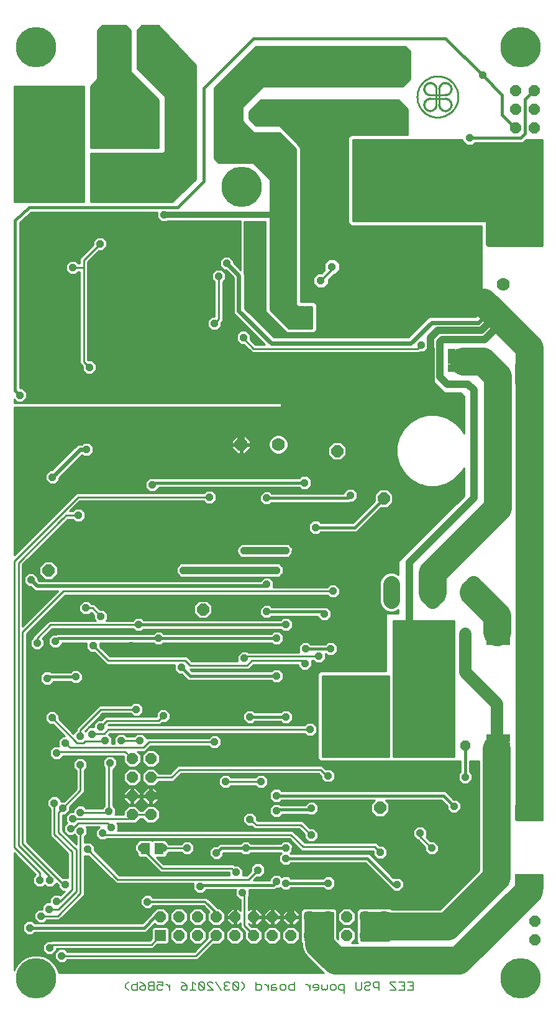
<source format=gbl>
G75*
G70*
%OFA0B0*%
%FSLAX24Y24*%
%IPPOS*%
%LPD*%
%AMOC8*
5,1,8,0,0,1.08239X$1,22.5*
%
%ADD10C,0.0050*%
%ADD11OC8,0.0594*%
%ADD12C,0.0885*%
%ADD13OC8,0.0436*%
%ADD14C,0.0100*%
%ADD15C,0.0010*%
%ADD16R,0.0594X0.0594*%
%ADD17C,0.1236*%
%ADD18OC8,0.1236*%
%ADD19OC8,0.0650*%
%ADD20C,0.1000*%
%ADD21OC8,0.0560*%
%ADD22C,0.0700*%
%ADD23OC8,0.0700*%
%ADD24R,0.0512X0.0591*%
%ADD25OC8,0.0396*%
%ADD26R,0.0396X0.0396*%
%ADD27C,0.0400*%
%ADD28C,0.0160*%
%ADD29C,0.0240*%
%ADD30C,0.1500*%
%ADD31C,0.0200*%
%ADD32R,0.0436X0.0436*%
%ADD33C,0.0120*%
%ADD34C,0.0660*%
%ADD35C,0.2165*%
%ADD36C,0.0320*%
%ADD37C,0.1200*%
D10*
X014796Y006541D02*
X014796Y006691D01*
X014946Y006841D01*
X015106Y006616D02*
X015181Y006691D01*
X015407Y006691D01*
X015407Y006841D02*
X015407Y006391D01*
X015181Y006391D01*
X015106Y006466D01*
X015106Y006616D01*
X014946Y006391D02*
X014796Y006541D01*
X015567Y006541D02*
X015642Y006616D01*
X015867Y006616D01*
X015867Y006466D01*
X015792Y006391D01*
X015642Y006391D01*
X015567Y006466D01*
X015567Y006541D01*
X015717Y006766D02*
X015567Y006841D01*
X015717Y006766D02*
X015867Y006616D01*
X016027Y006541D02*
X016027Y006466D01*
X016102Y006391D01*
X016327Y006391D01*
X016327Y006841D01*
X016102Y006841D01*
X016027Y006766D01*
X016027Y006691D01*
X016102Y006616D01*
X016327Y006616D01*
X016487Y006616D02*
X016487Y006466D01*
X016563Y006391D01*
X016713Y006391D01*
X016788Y006466D01*
X016788Y006616D02*
X016638Y006691D01*
X016563Y006691D01*
X016487Y006616D01*
X016487Y006841D02*
X016788Y006841D01*
X016788Y006616D01*
X016946Y006691D02*
X017021Y006691D01*
X017171Y006541D01*
X017171Y006391D02*
X017171Y006691D01*
X017792Y006541D02*
X017867Y006616D01*
X018092Y006616D01*
X018092Y006466D01*
X018017Y006391D01*
X017867Y006391D01*
X017792Y006466D01*
X017792Y006541D01*
X017942Y006766D02*
X018092Y006616D01*
X017942Y006766D02*
X017792Y006841D01*
X018402Y006841D02*
X018402Y006391D01*
X018252Y006391D02*
X018553Y006391D01*
X018713Y006466D02*
X018788Y006391D01*
X018938Y006391D01*
X019013Y006466D01*
X018713Y006766D01*
X018713Y006466D01*
X018553Y006691D02*
X018402Y006841D01*
X018713Y006766D02*
X018788Y006841D01*
X018938Y006841D01*
X019013Y006766D01*
X019013Y006466D01*
X019173Y006391D02*
X019473Y006391D01*
X019173Y006691D01*
X019173Y006766D01*
X019248Y006841D01*
X019398Y006841D01*
X019473Y006766D01*
X019633Y006841D02*
X019934Y006391D01*
X020094Y006466D02*
X020169Y006391D01*
X020319Y006391D01*
X020394Y006466D01*
X020554Y006466D02*
X020554Y006766D01*
X020855Y006466D01*
X020779Y006391D01*
X020629Y006391D01*
X020554Y006466D01*
X020554Y006766D02*
X020629Y006841D01*
X020779Y006841D01*
X020855Y006766D01*
X020855Y006466D01*
X021011Y006391D02*
X021161Y006541D01*
X021161Y006691D01*
X021011Y006841D01*
X020394Y006766D02*
X020319Y006841D01*
X020169Y006841D01*
X020094Y006766D01*
X020094Y006691D01*
X020169Y006616D01*
X020094Y006541D01*
X020094Y006466D01*
X020169Y006616D02*
X020244Y006616D01*
X021782Y006691D02*
X022007Y006691D01*
X022082Y006616D01*
X022082Y006466D01*
X022007Y006391D01*
X021782Y006391D01*
X021782Y006841D01*
X022241Y006691D02*
X022316Y006691D01*
X022466Y006541D01*
X022466Y006391D02*
X022466Y006691D01*
X022626Y006616D02*
X022701Y006691D01*
X022851Y006691D01*
X022851Y006541D02*
X022626Y006541D01*
X022626Y006616D02*
X022626Y006391D01*
X022851Y006391D01*
X022926Y006466D01*
X022851Y006541D01*
X023086Y006466D02*
X023086Y006616D01*
X023161Y006691D01*
X023312Y006691D01*
X023387Y006616D01*
X023387Y006466D01*
X023312Y006391D01*
X023161Y006391D01*
X023086Y006466D01*
X023547Y006466D02*
X023547Y006616D01*
X023622Y006691D01*
X023847Y006691D01*
X023847Y006841D02*
X023847Y006391D01*
X023622Y006391D01*
X023547Y006466D01*
X024466Y006691D02*
X024541Y006691D01*
X024691Y006541D01*
X024691Y006391D02*
X024691Y006691D01*
X024851Y006616D02*
X024851Y006541D01*
X025151Y006541D01*
X025151Y006466D02*
X025151Y006616D01*
X025076Y006691D01*
X024926Y006691D01*
X024851Y006616D01*
X024926Y006391D02*
X025076Y006391D01*
X025151Y006466D01*
X025312Y006466D02*
X025312Y006691D01*
X025312Y006466D02*
X025387Y006391D01*
X025462Y006466D01*
X025537Y006391D01*
X025612Y006466D01*
X025612Y006691D01*
X025772Y006616D02*
X025847Y006691D01*
X025997Y006691D01*
X026072Y006616D01*
X026072Y006466D01*
X025997Y006391D01*
X025847Y006391D01*
X025772Y006466D01*
X025772Y006616D01*
X026232Y006616D02*
X026232Y006466D01*
X026307Y006391D01*
X026533Y006391D01*
X026533Y006241D02*
X026533Y006691D01*
X026307Y006691D01*
X026232Y006616D01*
X027153Y006466D02*
X027153Y006841D01*
X027453Y006841D02*
X027453Y006466D01*
X027378Y006391D01*
X027228Y006391D01*
X027153Y006466D01*
X027614Y006466D02*
X027689Y006391D01*
X027839Y006391D01*
X027914Y006466D01*
X027839Y006616D02*
X027914Y006691D01*
X027914Y006766D01*
X027839Y006841D01*
X027689Y006841D01*
X027614Y006766D01*
X027689Y006616D02*
X027614Y006541D01*
X027614Y006466D01*
X027689Y006616D02*
X027839Y006616D01*
X028074Y006616D02*
X028074Y006766D01*
X028149Y006841D01*
X028374Y006841D01*
X028374Y006391D01*
X028374Y006541D02*
X028149Y006541D01*
X028074Y006616D01*
X028995Y006766D02*
X029295Y006466D01*
X029295Y006391D01*
X028995Y006391D01*
X028995Y006766D02*
X028995Y006841D01*
X029295Y006841D01*
X029455Y006841D02*
X029755Y006841D01*
X029755Y006391D01*
X029455Y006391D01*
X029605Y006616D02*
X029755Y006616D01*
X029916Y006391D02*
X030216Y006391D01*
X030216Y006841D01*
X029916Y006841D01*
X030066Y006616D02*
X030216Y006616D01*
X016102Y006616D02*
X016027Y006541D01*
D11*
X017660Y009323D03*
X017660Y010323D03*
X016660Y010323D03*
X018660Y010323D03*
X018660Y009323D03*
X019660Y009323D03*
X019660Y010323D03*
X020660Y010323D03*
X020660Y009323D03*
X021660Y009323D03*
X021660Y010323D03*
X022660Y010323D03*
X022660Y009323D03*
X023660Y009323D03*
X023660Y010323D03*
X024660Y010323D03*
X024660Y009323D03*
X025660Y009323D03*
X025660Y010323D03*
X026660Y010323D03*
X026660Y009323D03*
X027660Y009323D03*
X027660Y010323D03*
X028660Y010323D03*
X028660Y009323D03*
X036741Y009091D03*
X036741Y010091D03*
X016141Y015816D03*
X016141Y016816D03*
X016141Y017816D03*
X016141Y018816D03*
X015141Y018816D03*
X015141Y017816D03*
X015141Y016816D03*
X015141Y015816D03*
X035716Y052691D03*
X035716Y053691D03*
X035716Y054691D03*
X036716Y054691D03*
X036716Y053691D03*
X036716Y052691D03*
D12*
X033450Y028205D02*
X033450Y027320D01*
X031250Y027320D02*
X031250Y028205D01*
X029050Y028205D02*
X029050Y027320D01*
D13*
X035041Y042291D03*
X035041Y042291D03*
X035041Y042291D03*
X035041Y042291D03*
D14*
X008816Y013755D02*
X008816Y007471D01*
X008823Y007499D01*
X008988Y007785D01*
X009221Y008018D01*
X009507Y008183D01*
X009826Y008268D01*
X010156Y008268D01*
X010474Y008183D01*
X010760Y008018D01*
X010993Y007785D01*
X011158Y007499D01*
X011207Y007316D01*
X025415Y007316D01*
X025261Y007470D01*
X024386Y008345D01*
X024246Y008683D01*
X024246Y008925D01*
X024196Y008975D01*
X024196Y009127D01*
X024193Y009129D01*
X024193Y009516D01*
X024196Y009519D01*
X024196Y010127D01*
X024193Y010129D01*
X024193Y010516D01*
X024196Y010519D01*
X024196Y010657D01*
X024325Y010786D01*
X024463Y010786D01*
X024467Y010790D01*
X024853Y010790D01*
X024857Y010786D01*
X025463Y010786D01*
X025467Y010790D01*
X025853Y010790D01*
X025857Y010786D01*
X026007Y010786D01*
X026136Y010657D01*
X026136Y009197D01*
X026193Y009140D01*
X026193Y009516D01*
X026467Y009790D01*
X026853Y009790D01*
X027127Y009516D01*
X027127Y009129D01*
X026908Y008911D01*
X027260Y008911D01*
X027196Y008975D01*
X027196Y009127D01*
X027193Y009129D01*
X027193Y009516D01*
X027196Y009519D01*
X027196Y010127D01*
X027193Y010129D01*
X027193Y010516D01*
X027196Y010519D01*
X027196Y010657D01*
X027325Y010786D01*
X027463Y010786D01*
X027467Y010790D01*
X027853Y010790D01*
X027857Y010786D01*
X028463Y010786D01*
X028467Y010790D01*
X028853Y010790D01*
X028857Y010786D01*
X029007Y010786D01*
X029057Y010736D01*
X031660Y010736D01*
X033766Y012842D01*
X033766Y018691D01*
X033266Y018691D01*
X033266Y018112D01*
X033384Y017993D01*
X033384Y017688D01*
X033168Y017473D01*
X032863Y017473D01*
X032648Y017688D01*
X032648Y017993D01*
X032766Y018112D01*
X032766Y018691D01*
X029017Y018691D01*
X028993Y018681D01*
X025289Y018681D01*
X025194Y018721D01*
X025120Y018794D01*
X025081Y018889D01*
X025081Y023318D01*
X025120Y023413D01*
X025194Y023486D01*
X025289Y023526D01*
X028766Y023526D01*
X028766Y026641D01*
X029416Y026641D01*
X029416Y026819D01*
X029397Y026800D01*
X029172Y026707D01*
X028929Y026707D01*
X028704Y026800D01*
X028531Y026973D01*
X028438Y027198D01*
X028438Y028327D01*
X028531Y028552D01*
X028704Y028724D01*
X028929Y028817D01*
X029172Y028817D01*
X029397Y028724D01*
X029416Y028706D01*
X029416Y029441D01*
X032941Y032941D01*
X032941Y034440D01*
X032791Y034180D01*
X032432Y033822D01*
X031993Y033569D01*
X031504Y033437D01*
X030997Y033437D01*
X030508Y033569D01*
X030069Y033822D01*
X029710Y034180D01*
X029457Y034619D01*
X029326Y035109D01*
X029326Y035616D01*
X029457Y036105D01*
X029710Y036544D01*
X030069Y036902D01*
X030508Y037156D01*
X030997Y037287D01*
X031504Y037287D01*
X031993Y037156D01*
X032432Y036902D01*
X032791Y036544D01*
X032941Y036284D01*
X032941Y038291D01*
X032766Y038461D01*
X031891Y038461D01*
X031891Y038466D01*
X031316Y039041D01*
X031316Y040891D01*
X031009Y040892D01*
X031009Y040863D01*
X030793Y040648D01*
X030584Y040648D01*
X030557Y040621D01*
X021575Y040621D01*
X021446Y040750D01*
X021123Y041073D01*
X020963Y041073D01*
X020748Y041288D01*
X020748Y041593D01*
X020963Y041809D01*
X021268Y041809D01*
X021484Y041593D01*
X021484Y041334D01*
X021757Y041061D01*
X022261Y041061D01*
X020620Y042702D01*
X020576Y042808D01*
X020576Y044646D01*
X020174Y045048D01*
X020063Y045048D01*
X019848Y045263D01*
X019848Y045568D01*
X020063Y045784D01*
X020368Y045784D01*
X020584Y045568D01*
X020584Y045458D01*
X020971Y045071D01*
X020971Y047686D01*
X017056Y047686D01*
X017018Y047648D01*
X016713Y047648D01*
X016498Y047863D01*
X016498Y048166D01*
X009712Y048166D01*
X009116Y047630D01*
X009116Y038709D01*
X009268Y038709D01*
X009484Y038493D01*
X009484Y038188D01*
X009268Y037973D01*
X008963Y037973D01*
X008816Y038120D01*
X008816Y037941D01*
X023166Y037941D01*
X023166Y037691D01*
X008816Y037691D01*
X008816Y029752D01*
X012150Y033086D01*
X018990Y033086D01*
X019138Y033234D01*
X019443Y033234D01*
X019659Y033018D01*
X019659Y032713D01*
X019443Y032498D01*
X019138Y032498D01*
X018990Y032646D01*
X012332Y032646D01*
X011797Y032111D01*
X011940Y032111D01*
X012088Y032259D01*
X012393Y032259D01*
X012609Y032043D01*
X012609Y031738D01*
X012393Y031523D01*
X012088Y031523D01*
X011940Y031671D01*
X011682Y031671D01*
X011532Y031521D01*
X011532Y031521D01*
X011507Y031496D01*
X009261Y029250D01*
X009261Y025922D01*
X011160Y027821D01*
X009987Y027821D01*
X009888Y027862D01*
X009702Y028048D01*
X009563Y028048D01*
X009348Y028263D01*
X009348Y028568D01*
X009563Y028784D01*
X009868Y028784D01*
X010084Y028568D01*
X010084Y028430D01*
X010153Y028361D01*
X022015Y028361D01*
X022213Y028559D01*
X022518Y028559D01*
X022734Y028343D01*
X022734Y028038D01*
X022731Y028036D01*
X025615Y028036D01*
X025763Y028184D01*
X026068Y028184D01*
X026284Y027968D01*
X026284Y027663D01*
X026068Y027448D01*
X025763Y027448D01*
X025615Y027596D01*
X011557Y027596D01*
X009486Y025525D01*
X009486Y014357D01*
X011409Y012434D01*
X011693Y012434D01*
X011696Y012432D01*
X011696Y013725D01*
X010746Y014675D01*
X010746Y016140D01*
X010598Y016288D01*
X010598Y016593D01*
X010813Y016809D01*
X011118Y016809D01*
X011334Y016593D01*
X011334Y016534D01*
X011473Y016534D01*
X012146Y017207D01*
X012146Y018190D01*
X011998Y018338D01*
X011998Y018643D01*
X012213Y018859D01*
X012518Y018859D01*
X012734Y018643D01*
X012734Y018338D01*
X012586Y018190D01*
X012586Y017025D01*
X012457Y016896D01*
X012457Y016896D01*
X011784Y016223D01*
X011784Y016013D01*
X011568Y015798D01*
X011411Y015798D01*
X011411Y014957D01*
X012146Y014222D01*
X012146Y014640D01*
X012041Y014745D01*
X011993Y014698D01*
X011688Y014698D01*
X011473Y014913D01*
X011473Y015218D01*
X011645Y015391D01*
X011598Y015438D01*
X011598Y015743D01*
X011813Y015959D01*
X011998Y015959D01*
X011998Y016093D01*
X012213Y016309D01*
X012518Y016309D01*
X012666Y016161D01*
X013540Y016161D01*
X013671Y016292D01*
X013671Y018365D01*
X013598Y018438D01*
X013598Y018743D01*
X013813Y018959D01*
X014118Y018959D01*
X014334Y018743D01*
X014334Y018438D01*
X014118Y018223D01*
X014111Y018223D01*
X014111Y016292D01*
X014259Y016143D01*
X014259Y015838D01*
X014231Y015811D01*
X014674Y015811D01*
X014674Y016009D01*
X014947Y016283D01*
X015334Y016283D01*
X015581Y016036D01*
X015701Y016036D01*
X015947Y016283D01*
X016334Y016283D01*
X016608Y016009D01*
X016608Y015623D01*
X016334Y015349D01*
X015947Y015349D01*
X015701Y015596D01*
X015581Y015596D01*
X015334Y015349D01*
X014947Y015349D01*
X014926Y015371D01*
X014306Y015371D01*
X014384Y015293D01*
X014384Y014988D01*
X014356Y014961D01*
X023757Y014961D01*
X023886Y014832D01*
X024407Y014311D01*
X028257Y014311D01*
X028386Y014182D01*
X028409Y014159D01*
X028618Y014159D01*
X028834Y013943D01*
X028834Y013638D01*
X028618Y013423D01*
X028313Y013423D01*
X028098Y013638D01*
X028098Y013848D01*
X028075Y013871D01*
X024225Y013871D01*
X023575Y014521D01*
X013791Y014521D01*
X013718Y014448D01*
X013413Y014448D01*
X013198Y014663D01*
X013198Y014968D01*
X013375Y015146D01*
X012681Y015146D01*
X012734Y015093D01*
X012734Y014788D01*
X012586Y014640D01*
X012586Y014332D01*
X012588Y014334D01*
X012893Y014334D01*
X013109Y014118D01*
X013109Y013909D01*
X014457Y012561D01*
X020350Y012561D01*
X020348Y012563D01*
X020348Y012721D01*
X016650Y012721D01*
X015845Y013526D01*
X015515Y013526D01*
X015416Y013625D01*
X015416Y013745D01*
X015273Y013888D01*
X015273Y014193D01*
X015416Y014337D01*
X015416Y014357D01*
X015515Y014456D01*
X016168Y014456D01*
X016216Y014409D01*
X016264Y014456D01*
X016916Y014456D01*
X017016Y014357D01*
X017016Y014337D01*
X017116Y014236D01*
X017790Y014236D01*
X017938Y014384D01*
X018243Y014384D01*
X018459Y014168D01*
X018459Y013863D01*
X018243Y013648D01*
X017938Y013648D01*
X017790Y013796D01*
X017116Y013796D01*
X017016Y013695D01*
X017016Y013625D01*
X016916Y013526D01*
X016467Y013526D01*
X016832Y013161D01*
X020582Y013161D01*
X020659Y013084D01*
X020868Y013084D01*
X021084Y012868D01*
X021084Y012563D01*
X021081Y012561D01*
X021300Y012561D01*
X021523Y012784D01*
X021523Y012993D01*
X021738Y013209D01*
X022043Y013209D01*
X022259Y012993D01*
X022259Y012688D01*
X022043Y012473D01*
X021834Y012473D01*
X021652Y012291D01*
X022523Y012291D01*
X022523Y012368D01*
X022738Y012584D01*
X023043Y012584D01*
X023178Y012449D01*
X023238Y012509D01*
X023543Y012509D01*
X023661Y012391D01*
X025395Y012391D01*
X025513Y012509D01*
X025818Y012509D01*
X026034Y012293D01*
X026034Y011988D01*
X025818Y011773D01*
X025513Y011773D01*
X025395Y011891D01*
X023661Y011891D01*
X023543Y011773D01*
X023238Y011773D01*
X023103Y011908D01*
X023043Y011848D01*
X022876Y011848D01*
X022857Y011829D01*
X022766Y011791D01*
X021411Y011791D01*
X021434Y011768D01*
X021434Y011463D01*
X021386Y011415D01*
X021386Y010681D01*
X021475Y010770D01*
X021611Y010770D01*
X021611Y010371D01*
X021708Y010371D01*
X021708Y010770D01*
X021845Y010770D01*
X022107Y010508D01*
X022107Y010371D01*
X021708Y010371D01*
X021708Y010274D01*
X021708Y009876D01*
X021845Y009876D01*
X022107Y010138D01*
X022107Y010274D01*
X021708Y010274D01*
X021611Y010274D01*
X021611Y009876D01*
X021475Y009876D01*
X021386Y009965D01*
X021386Y009957D01*
X021553Y009790D01*
X021853Y009790D01*
X022127Y009516D01*
X022127Y009129D01*
X021853Y008856D01*
X021467Y008856D01*
X021193Y009129D01*
X021193Y009516D01*
X021199Y009522D01*
X020946Y009775D01*
X020868Y009775D01*
X020853Y009790D02*
X020467Y009790D01*
X020193Y009516D01*
X020193Y009129D01*
X020467Y008856D01*
X020853Y008856D01*
X021127Y009129D01*
X021127Y009516D01*
X020853Y009790D01*
X020845Y009876D02*
X020946Y009977D01*
X020946Y009775D01*
X020946Y009873D02*
X019871Y009873D01*
X019853Y009856D02*
X020127Y010129D01*
X020127Y010516D01*
X019853Y010790D01*
X019743Y010790D01*
X019162Y011371D01*
X016256Y011371D01*
X016118Y011509D01*
X015813Y011509D01*
X015598Y011293D01*
X015598Y010988D01*
X015813Y010773D01*
X016118Y010773D01*
X016256Y010911D01*
X018972Y010911D01*
X019280Y010603D01*
X019193Y010516D01*
X019193Y010129D01*
X019467Y009856D01*
X019853Y009856D01*
X019853Y009790D02*
X019467Y009790D01*
X019193Y009516D01*
X019193Y009179D01*
X018475Y008461D01*
X011666Y008461D01*
X011518Y008609D01*
X011213Y008609D01*
X010998Y008393D01*
X010998Y008088D01*
X011213Y007873D01*
X011518Y007873D01*
X011666Y008021D01*
X018657Y008021D01*
X018786Y008150D01*
X019492Y008856D01*
X019853Y008856D01*
X020127Y009129D01*
X020127Y009516D01*
X019853Y009790D01*
X019868Y009775D02*
X020452Y009775D01*
X020475Y009876D02*
X020611Y009876D01*
X020611Y010274D01*
X020213Y010274D01*
X020213Y010138D01*
X020475Y009876D01*
X020379Y009972D02*
X019969Y009972D01*
X020068Y010070D02*
X020280Y010070D01*
X020213Y010169D02*
X020127Y010169D01*
X020127Y010267D02*
X020213Y010267D01*
X020213Y010371D02*
X020611Y010371D01*
X020611Y010274D01*
X020708Y010274D01*
X020708Y009876D01*
X020845Y009876D01*
X020941Y009972D02*
X020946Y009972D01*
X020708Y009972D02*
X020611Y009972D01*
X020611Y010070D02*
X020708Y010070D01*
X020708Y010169D02*
X020611Y010169D01*
X020611Y010267D02*
X020708Y010267D01*
X020708Y010371D02*
X020611Y010371D01*
X020611Y010770D01*
X020475Y010770D01*
X020213Y010508D01*
X020213Y010371D01*
X020127Y010366D02*
X020611Y010366D01*
X020708Y010371D02*
X020708Y010770D01*
X020845Y010770D01*
X020946Y010669D01*
X020946Y011248D01*
X020913Y011248D01*
X020698Y011463D01*
X020698Y011768D01*
X020720Y011791D01*
X019136Y011791D01*
X018943Y011598D01*
X018638Y011598D01*
X018423Y011813D01*
X018423Y012118D01*
X018425Y012121D01*
X014275Y012121D01*
X014146Y012250D01*
X012798Y013598D01*
X012588Y013598D01*
X012586Y013600D01*
X012586Y011500D01*
X011232Y010146D01*
X010566Y010146D01*
X010418Y009998D01*
X010113Y009998D01*
X009898Y010213D01*
X009898Y010518D01*
X010113Y010734D01*
X010323Y010734D01*
X010323Y010893D01*
X010538Y011109D01*
X010723Y011109D01*
X010723Y011318D01*
X010938Y011534D01*
X011243Y011534D01*
X011296Y011482D01*
X011512Y011698D01*
X011388Y011698D01*
X011173Y011913D01*
X011173Y012048D01*
X011083Y012138D01*
X010868Y011923D01*
X010563Y011923D01*
X010453Y012033D01*
X010343Y011923D01*
X010038Y011923D01*
X009823Y012138D01*
X009823Y012443D01*
X009971Y012592D01*
X009971Y012600D01*
X008816Y013755D01*
X008816Y013715D02*
X008856Y013715D01*
X008816Y013616D02*
X008954Y013616D01*
X009053Y013518D02*
X008816Y013518D01*
X008816Y013419D02*
X009151Y013419D01*
X009250Y013321D02*
X008816Y013321D01*
X008816Y013222D02*
X009348Y013222D01*
X009447Y013124D02*
X008816Y013124D01*
X008816Y013025D02*
X009545Y013025D01*
X009644Y012927D02*
X008816Y012927D01*
X008816Y012828D02*
X009742Y012828D01*
X009841Y012730D02*
X008816Y012730D01*
X008816Y012631D02*
X009939Y012631D01*
X009912Y012533D02*
X008816Y012533D01*
X008816Y012434D02*
X009823Y012434D01*
X009823Y012336D02*
X008816Y012336D01*
X008816Y012237D02*
X009823Y012237D01*
X009823Y012139D02*
X008816Y012139D01*
X008816Y012040D02*
X009921Y012040D01*
X010019Y011942D02*
X008816Y011942D01*
X008816Y011843D02*
X011243Y011843D01*
X011173Y011942D02*
X010887Y011942D01*
X010986Y012040D02*
X011173Y012040D01*
X011466Y012066D02*
X009266Y014266D01*
X009266Y025616D01*
X011466Y027816D01*
X025916Y027816D01*
X026284Y027801D02*
X028438Y027801D01*
X028438Y027899D02*
X026284Y027899D01*
X026255Y027998D02*
X028438Y027998D01*
X028438Y028096D02*
X026156Y028096D01*
X026284Y027702D02*
X028438Y027702D01*
X028438Y027604D02*
X026224Y027604D01*
X026125Y027505D02*
X028438Y027505D01*
X028438Y027406D02*
X011367Y027406D01*
X011269Y027308D02*
X018708Y027308D01*
X018736Y027336D02*
X018446Y027046D01*
X018446Y026636D01*
X018736Y026346D01*
X019146Y026346D01*
X019436Y026636D01*
X019436Y027046D01*
X019146Y027336D01*
X018736Y027336D01*
X018610Y027209D02*
X012893Y027209D01*
X012966Y027136D02*
X012818Y027284D01*
X012513Y027284D01*
X012298Y027068D01*
X012298Y026763D01*
X012513Y026548D01*
X012818Y026548D01*
X012946Y026675D01*
X013098Y026523D01*
X013098Y026313D01*
X013175Y026236D01*
X010675Y026236D01*
X009950Y025511D01*
X009821Y025382D01*
X009821Y025342D01*
X009673Y025193D01*
X009673Y024888D01*
X009888Y024673D01*
X010193Y024673D01*
X010409Y024888D01*
X010409Y025193D01*
X010332Y025271D01*
X010857Y025796D01*
X015190Y025796D01*
X015338Y025648D01*
X015643Y025648D01*
X015761Y025766D01*
X023120Y025766D01*
X023238Y025648D01*
X023543Y025648D01*
X023759Y025863D01*
X023759Y026168D01*
X023543Y026384D01*
X023238Y026384D01*
X023120Y026266D01*
X015761Y026266D01*
X015643Y026384D01*
X015338Y026384D01*
X015190Y026236D01*
X013756Y026236D01*
X013834Y026313D01*
X013834Y026618D01*
X013618Y026834D01*
X013409Y026834D01*
X013107Y027136D01*
X012966Y027136D01*
X013132Y027111D02*
X018511Y027111D01*
X018446Y027012D02*
X013230Y027012D01*
X013329Y026914D02*
X018446Y026914D01*
X018446Y026815D02*
X013637Y026815D01*
X013735Y026717D02*
X018446Y026717D01*
X018464Y026618D02*
X013834Y026618D01*
X013834Y026520D02*
X018562Y026520D01*
X018661Y026421D02*
X013834Y026421D01*
X013834Y026323D02*
X015277Y026323D01*
X015491Y026016D02*
X010766Y026016D01*
X010041Y025291D01*
X010041Y025041D01*
X010409Y025042D02*
X010648Y025042D01*
X010648Y024963D02*
X010863Y024748D01*
X011168Y024748D01*
X011384Y024963D01*
X011384Y025041D01*
X012698Y025041D01*
X012698Y024738D01*
X012913Y024523D01*
X013123Y024523D01*
X013775Y023871D01*
X017425Y023871D01*
X017423Y023868D01*
X017423Y023563D01*
X017638Y023348D01*
X017805Y023348D01*
X018099Y023054D01*
X018191Y023016D01*
X022620Y023016D01*
X022738Y022898D01*
X023043Y022898D01*
X023259Y023113D01*
X023259Y023418D01*
X023043Y023634D01*
X022738Y023634D01*
X022620Y023516D01*
X018344Y023516D01*
X018239Y023621D01*
X021407Y023621D01*
X021657Y023871D01*
X024048Y023871D01*
X024048Y023788D01*
X024263Y023573D01*
X024568Y023573D01*
X024784Y023788D01*
X024784Y024093D01*
X024781Y024096D01*
X024865Y024096D01*
X025013Y023948D01*
X025318Y023948D01*
X025534Y024163D01*
X025534Y024452D01*
X025638Y024348D01*
X025943Y024348D01*
X026159Y024563D01*
X026159Y024868D01*
X025943Y025084D01*
X025638Y025084D01*
X025520Y024966D01*
X024711Y024966D01*
X024593Y025084D01*
X024288Y025084D01*
X024073Y024868D01*
X024073Y024563D01*
X024100Y024536D01*
X021366Y024536D01*
X021318Y024584D01*
X021013Y024584D01*
X020798Y024368D01*
X020798Y024063D01*
X020800Y024061D01*
X018332Y024061D01*
X018211Y024182D01*
X018082Y024311D01*
X013957Y024311D01*
X013434Y024834D01*
X013434Y025041D01*
X016295Y025041D01*
X016413Y024923D01*
X016718Y024923D01*
X016836Y025041D01*
X022620Y025041D01*
X022738Y024923D01*
X023043Y024923D01*
X023259Y025138D01*
X023259Y025443D01*
X023043Y025659D01*
X022738Y025659D01*
X022620Y025541D01*
X016836Y025541D01*
X016718Y025659D01*
X016413Y025659D01*
X016295Y025541D01*
X011141Y025541D01*
X011049Y025503D01*
X011030Y025484D01*
X010863Y025484D01*
X010648Y025268D01*
X010648Y024963D01*
X010667Y024944D02*
X010409Y024944D01*
X010366Y024845D02*
X010766Y024845D01*
X010648Y025141D02*
X010409Y025141D01*
X010363Y025239D02*
X010648Y025239D01*
X010717Y025338D02*
X010399Y025338D01*
X010497Y025436D02*
X010816Y025436D01*
X010694Y025633D02*
X016388Y025633D01*
X016744Y025633D02*
X022713Y025633D01*
X023069Y025633D02*
X028766Y025633D01*
X028766Y025535D02*
X023167Y025535D01*
X023259Y025436D02*
X028766Y025436D01*
X028766Y025338D02*
X023259Y025338D01*
X023259Y025239D02*
X028766Y025239D01*
X028766Y025141D02*
X023259Y025141D01*
X023163Y025042D02*
X024247Y025042D01*
X024148Y024944D02*
X023064Y024944D01*
X022717Y024944D02*
X016739Y024944D01*
X016392Y024944D02*
X013434Y024944D01*
X013434Y024845D02*
X024073Y024845D01*
X024073Y024747D02*
X013521Y024747D01*
X013619Y024648D02*
X024073Y024648D01*
X024086Y024550D02*
X021352Y024550D01*
X021266Y024316D02*
X021166Y024216D01*
X021266Y024316D02*
X025166Y024316D01*
X025428Y024057D02*
X028766Y024057D01*
X028766Y023959D02*
X025329Y023959D01*
X025526Y024156D02*
X028766Y024156D01*
X028766Y024254D02*
X025534Y024254D01*
X025534Y024353D02*
X025633Y024353D01*
X025535Y024451D02*
X025534Y024451D01*
X025948Y024353D02*
X028766Y024353D01*
X028766Y024451D02*
X026047Y024451D01*
X026145Y024550D02*
X028766Y024550D01*
X028766Y024648D02*
X026159Y024648D01*
X026159Y024747D02*
X028766Y024747D01*
X028766Y024845D02*
X026159Y024845D01*
X026083Y024944D02*
X028766Y024944D01*
X028766Y025042D02*
X025985Y025042D01*
X025597Y025042D02*
X024635Y025042D01*
X024266Y024091D02*
X024416Y023941D01*
X024316Y023841D01*
X024173Y023663D02*
X021449Y023663D01*
X021548Y023762D02*
X024074Y023762D01*
X024048Y023860D02*
X021646Y023860D01*
X021566Y024091D02*
X024266Y024091D01*
X024659Y023663D02*
X028766Y023663D01*
X028766Y023565D02*
X023112Y023565D01*
X023211Y023466D02*
X025174Y023466D01*
X025102Y023368D02*
X023259Y023368D01*
X023259Y023269D02*
X025081Y023269D01*
X025081Y023171D02*
X023259Y023171D01*
X023218Y023072D02*
X025081Y023072D01*
X025081Y022974D02*
X023119Y022974D01*
X022662Y022974D02*
X012394Y022974D01*
X012484Y023063D02*
X012484Y023368D01*
X017618Y023368D01*
X017520Y023466D02*
X012386Y023466D01*
X012484Y023368D02*
X012268Y023584D01*
X011963Y023584D01*
X011845Y023466D01*
X010786Y023466D01*
X010743Y023509D01*
X010438Y023509D01*
X010223Y023293D01*
X010223Y022988D01*
X010438Y022773D01*
X010743Y022773D01*
X010936Y022966D01*
X011845Y022966D01*
X011963Y022848D01*
X012268Y022848D01*
X012484Y023063D01*
X012484Y023072D02*
X018081Y023072D01*
X017982Y023171D02*
X012484Y023171D01*
X012484Y023269D02*
X017884Y023269D01*
X018295Y023565D02*
X022669Y023565D01*
X021566Y024091D02*
X021316Y023841D01*
X018241Y023841D01*
X017991Y024091D01*
X013866Y024091D01*
X013066Y024891D01*
X012788Y024648D02*
X009486Y024648D01*
X009486Y024550D02*
X012886Y024550D01*
X012698Y024747D02*
X010267Y024747D01*
X009817Y025338D02*
X009486Y025338D01*
X009486Y025436D02*
X009875Y025436D01*
X009974Y025535D02*
X009496Y025535D01*
X009594Y025633D02*
X010072Y025633D01*
X010171Y025732D02*
X009693Y025732D01*
X009791Y025830D02*
X010269Y025830D01*
X010368Y025929D02*
X009890Y025929D01*
X009988Y026027D02*
X010466Y026027D01*
X010565Y026126D02*
X010087Y026126D01*
X010185Y026224D02*
X010663Y026224D01*
X010382Y026421D02*
X013098Y026421D01*
X013098Y026323D02*
X010284Y026323D01*
X010481Y026520D02*
X013098Y026520D01*
X013002Y026618D02*
X012889Y026618D01*
X013016Y026916D02*
X012666Y026916D01*
X013016Y026916D02*
X013466Y026466D01*
X012698Y024944D02*
X011364Y024944D01*
X011266Y024845D02*
X012698Y024845D01*
X013194Y024451D02*
X009486Y024451D01*
X009486Y024353D02*
X013293Y024353D01*
X013391Y024254D02*
X009486Y024254D01*
X009486Y024156D02*
X013490Y024156D01*
X013588Y024057D02*
X009486Y024057D01*
X009486Y023959D02*
X013687Y023959D01*
X013915Y024353D02*
X020798Y024353D01*
X020798Y024254D02*
X018138Y024254D01*
X018237Y024156D02*
X020798Y024156D01*
X020881Y024451D02*
X013816Y024451D01*
X013718Y024550D02*
X020979Y024550D01*
X022213Y026348D02*
X022518Y026348D01*
X022636Y026466D01*
X025098Y026466D01*
X025098Y026438D01*
X025313Y026223D01*
X025618Y026223D01*
X025834Y026438D01*
X025834Y026743D01*
X025618Y026959D01*
X025407Y026959D01*
X025391Y026966D01*
X022636Y026966D01*
X022518Y027084D01*
X022213Y027084D01*
X021998Y026868D01*
X021998Y026563D01*
X022213Y026348D01*
X022140Y026421D02*
X019221Y026421D01*
X019320Y026520D02*
X022041Y026520D01*
X021998Y026618D02*
X019418Y026618D01*
X019436Y026717D02*
X021998Y026717D01*
X021998Y026815D02*
X019436Y026815D01*
X019436Y026914D02*
X022043Y026914D01*
X022142Y027012D02*
X019436Y027012D01*
X019371Y027111D02*
X028474Y027111D01*
X028438Y027209D02*
X019272Y027209D01*
X019174Y027308D02*
X028438Y027308D01*
X028515Y027012D02*
X022590Y027012D01*
X022592Y026421D02*
X025115Y026421D01*
X025213Y026323D02*
X023604Y026323D01*
X023703Y026224D02*
X025312Y026224D01*
X025620Y026224D02*
X028766Y026224D01*
X028766Y026126D02*
X023759Y026126D01*
X023759Y026027D02*
X028766Y026027D01*
X028766Y025929D02*
X023759Y025929D01*
X023726Y025830D02*
X028766Y025830D01*
X028766Y025732D02*
X023627Y025732D01*
X023177Y026323D02*
X015704Y026323D01*
X015727Y025732D02*
X023154Y025732D01*
X022734Y028096D02*
X025675Y028096D01*
X025706Y027505D02*
X011466Y027505D01*
X011170Y027209D02*
X012439Y027209D01*
X012340Y027111D02*
X011072Y027111D01*
X010973Y027012D02*
X012298Y027012D01*
X012298Y026914D02*
X010875Y026914D01*
X010776Y026815D02*
X012298Y026815D01*
X012344Y026717D02*
X010678Y026717D01*
X010579Y026618D02*
X012443Y026618D01*
X011127Y025535D02*
X010596Y025535D01*
X010793Y025732D02*
X015254Y025732D01*
X017423Y023860D02*
X009486Y023860D01*
X009486Y023762D02*
X017423Y023762D01*
X017423Y023663D02*
X009486Y023663D01*
X009486Y023565D02*
X011944Y023565D01*
X011846Y023466D02*
X010786Y023466D01*
X010396Y023466D02*
X009486Y023466D01*
X009486Y023368D02*
X010297Y023368D01*
X010223Y023269D02*
X009486Y023269D01*
X009486Y023171D02*
X010223Y023171D01*
X010223Y023072D02*
X009486Y023072D01*
X009486Y022974D02*
X010237Y022974D01*
X010336Y022875D02*
X009486Y022875D01*
X009486Y022777D02*
X010434Y022777D01*
X010747Y022777D02*
X025081Y022777D01*
X025081Y022875D02*
X012296Y022875D01*
X011936Y022875D02*
X010846Y022875D01*
X010993Y021384D02*
X010688Y021384D01*
X010473Y021168D01*
X010473Y020863D01*
X010688Y020648D01*
X010898Y020648D01*
X011512Y020034D01*
X011413Y020034D01*
X011198Y019818D01*
X011198Y019513D01*
X011227Y019484D01*
X010938Y019484D01*
X010723Y019268D01*
X010723Y018963D01*
X010938Y018748D01*
X011243Y018748D01*
X011459Y018963D01*
X011459Y018971D01*
X014674Y018971D01*
X014674Y018623D01*
X014947Y018349D01*
X015334Y018349D01*
X015608Y018623D01*
X015608Y019009D01*
X015421Y019196D01*
X015832Y019196D01*
X016132Y019496D01*
X019265Y019496D01*
X019413Y019348D01*
X019718Y019348D01*
X019934Y019563D01*
X019934Y019868D01*
X019718Y020084D01*
X019413Y020084D01*
X019265Y019936D01*
X015950Y019936D01*
X015934Y019920D01*
X015934Y019943D01*
X015718Y020159D01*
X015413Y020159D01*
X015265Y020011D01*
X014866Y020011D01*
X014718Y020159D01*
X014413Y020159D01*
X014198Y019943D01*
X014198Y019638D01*
X014200Y019636D01*
X014056Y019636D01*
X014059Y019638D01*
X014059Y019943D01*
X013894Y020108D01*
X013957Y020171D01*
X024390Y020171D01*
X024538Y020023D01*
X024843Y020023D01*
X025059Y020238D01*
X025059Y020543D01*
X024843Y020759D01*
X024538Y020759D01*
X024390Y020611D01*
X013847Y020611D01*
X013882Y020646D01*
X016657Y020646D01*
X016759Y020748D01*
X016968Y020748D01*
X017184Y020963D01*
X017184Y021268D01*
X016968Y021484D01*
X016663Y021484D01*
X016448Y021268D01*
X016448Y021086D01*
X013700Y021086D01*
X013571Y020957D01*
X013498Y020884D01*
X013288Y020884D01*
X013073Y020668D01*
X013073Y020509D01*
X012838Y020509D01*
X012628Y020299D01*
X012619Y020308D01*
X013557Y021246D01*
X015065Y021246D01*
X015213Y021098D01*
X015518Y021098D01*
X015734Y021313D01*
X015734Y021618D01*
X015518Y021834D01*
X015213Y021834D01*
X015065Y021686D01*
X013375Y021686D01*
X012146Y020457D01*
X012146Y020342D01*
X011998Y020193D01*
X011998Y020170D01*
X011209Y020959D01*
X011209Y021168D01*
X010993Y021384D01*
X011078Y021299D02*
X012988Y021299D01*
X012890Y021201D02*
X011176Y021201D01*
X011209Y021102D02*
X012791Y021102D01*
X012693Y021004D02*
X011209Y021004D01*
X011262Y020905D02*
X012594Y020905D01*
X012496Y020807D02*
X011361Y020807D01*
X011459Y020708D02*
X012397Y020708D01*
X012299Y020610D02*
X011558Y020610D01*
X011656Y020511D02*
X012200Y020511D01*
X012146Y020413D02*
X011755Y020413D01*
X011853Y020314D02*
X012119Y020314D01*
X012020Y020216D02*
X011952Y020216D01*
X012366Y020366D02*
X013466Y021466D01*
X015366Y021466D01*
X015621Y021201D02*
X016448Y021201D01*
X016448Y021102D02*
X015523Y021102D01*
X015720Y021299D02*
X016479Y021299D01*
X016577Y021398D02*
X015734Y021398D01*
X015734Y021496D02*
X025081Y021496D01*
X025081Y021398D02*
X023579Y021398D01*
X023543Y021434D02*
X023759Y021218D01*
X023759Y020913D01*
X023543Y020698D01*
X023238Y020698D01*
X023120Y020816D01*
X021736Y020816D01*
X021618Y020698D01*
X021313Y020698D01*
X021098Y020913D01*
X021098Y021218D01*
X021313Y021434D01*
X021618Y021434D01*
X021736Y021316D01*
X023120Y021316D01*
X023238Y021434D01*
X023543Y021434D01*
X023678Y021299D02*
X025081Y021299D01*
X025081Y021201D02*
X023759Y021201D01*
X023759Y021102D02*
X025081Y021102D01*
X025081Y021004D02*
X023759Y021004D01*
X023751Y020905D02*
X025081Y020905D01*
X025081Y020807D02*
X023652Y020807D01*
X023554Y020708D02*
X024488Y020708D01*
X024691Y020391D02*
X013866Y020391D01*
X013641Y020166D01*
X013016Y020166D01*
X012991Y020141D01*
X012742Y020413D02*
X012724Y020413D01*
X012644Y020314D02*
X012625Y020314D01*
X012366Y020366D02*
X012366Y020041D01*
X012616Y019766D02*
X012516Y019666D01*
X012191Y019666D01*
X010841Y021016D01*
X010473Y021004D02*
X009486Y021004D01*
X009486Y021102D02*
X010473Y021102D01*
X010505Y021201D02*
X009486Y021201D01*
X009486Y021299D02*
X010604Y021299D01*
X010473Y020905D02*
X009486Y020905D01*
X009486Y020807D02*
X010529Y020807D01*
X010628Y020708D02*
X009486Y020708D01*
X009486Y020610D02*
X010936Y020610D01*
X011034Y020511D02*
X009486Y020511D01*
X009486Y020413D02*
X011133Y020413D01*
X011231Y020314D02*
X009486Y020314D01*
X009486Y020216D02*
X011330Y020216D01*
X011428Y020117D02*
X009486Y020117D01*
X009486Y020019D02*
X011398Y020019D01*
X011300Y019920D02*
X009486Y019920D01*
X009486Y019822D02*
X011201Y019822D01*
X011198Y019723D02*
X009486Y019723D01*
X009486Y019625D02*
X011198Y019625D01*
X011198Y019526D02*
X009486Y019526D01*
X009486Y019428D02*
X010882Y019428D01*
X010784Y019329D02*
X009486Y019329D01*
X009486Y019231D02*
X010723Y019231D01*
X010723Y019132D02*
X009486Y019132D01*
X009486Y019034D02*
X010723Y019034D01*
X010751Y018935D02*
X009486Y018935D01*
X009486Y018837D02*
X010849Y018837D01*
X011091Y019116D02*
X011166Y019191D01*
X014766Y019191D01*
X015141Y018816D01*
X015485Y019132D02*
X015797Y019132D01*
X015867Y019231D02*
X015896Y019231D01*
X015947Y019283D02*
X015674Y019009D01*
X015674Y018623D01*
X015947Y018349D01*
X016334Y018349D01*
X016608Y018623D01*
X016608Y019009D01*
X016334Y019283D01*
X015947Y019283D01*
X015965Y019329D02*
X025081Y019329D01*
X025081Y019231D02*
X016386Y019231D01*
X016485Y019132D02*
X025081Y019132D01*
X025081Y019034D02*
X016583Y019034D01*
X016608Y018935D02*
X025081Y018935D01*
X025102Y018837D02*
X016608Y018837D01*
X016608Y018738D02*
X025176Y018738D01*
X025341Y018941D02*
X028906Y018941D01*
X028906Y023266D01*
X025341Y023266D01*
X025341Y018941D01*
X025341Y019034D02*
X028906Y019034D01*
X028906Y019132D02*
X025341Y019132D01*
X025341Y019231D02*
X028906Y019231D01*
X028906Y019329D02*
X025341Y019329D01*
X025341Y019428D02*
X028906Y019428D01*
X028906Y019526D02*
X025341Y019526D01*
X025341Y019625D02*
X028906Y019625D01*
X028906Y019723D02*
X025341Y019723D01*
X025341Y019822D02*
X028906Y019822D01*
X028906Y019920D02*
X025341Y019920D01*
X025341Y020019D02*
X028906Y020019D01*
X028906Y020117D02*
X025341Y020117D01*
X025341Y020216D02*
X028906Y020216D01*
X028906Y020314D02*
X025341Y020314D01*
X025341Y020413D02*
X028906Y020413D01*
X028906Y020511D02*
X025341Y020511D01*
X025341Y020610D02*
X028906Y020610D01*
X028906Y020708D02*
X025341Y020708D01*
X025341Y020807D02*
X028906Y020807D01*
X028906Y020905D02*
X025341Y020905D01*
X025341Y021004D02*
X028906Y021004D01*
X028906Y021102D02*
X025341Y021102D01*
X025341Y021201D02*
X028906Y021201D01*
X028906Y021299D02*
X025341Y021299D01*
X025341Y021398D02*
X028906Y021398D01*
X028906Y021496D02*
X025341Y021496D01*
X025341Y021595D02*
X028906Y021595D01*
X028906Y021693D02*
X025341Y021693D01*
X025341Y021792D02*
X028906Y021792D01*
X028906Y021890D02*
X025341Y021890D01*
X025341Y021989D02*
X028906Y021989D01*
X028906Y022087D02*
X025341Y022087D01*
X025341Y022186D02*
X028906Y022186D01*
X028906Y022284D02*
X025341Y022284D01*
X025341Y022383D02*
X028906Y022383D01*
X028906Y022481D02*
X025341Y022481D01*
X025341Y022580D02*
X028906Y022580D01*
X028906Y022678D02*
X025341Y022678D01*
X025341Y022777D02*
X028906Y022777D01*
X028906Y022875D02*
X025341Y022875D01*
X025341Y022974D02*
X028906Y022974D01*
X028906Y023072D02*
X025341Y023072D01*
X025341Y023171D02*
X028906Y023171D01*
X029166Y023171D02*
X032416Y023171D01*
X032416Y023269D02*
X029166Y023269D01*
X029166Y023368D02*
X032416Y023368D01*
X032416Y023466D02*
X029166Y023466D01*
X029166Y023565D02*
X032416Y023565D01*
X032416Y023663D02*
X029166Y023663D01*
X029166Y023762D02*
X032416Y023762D01*
X032416Y023860D02*
X029166Y023860D01*
X029166Y023959D02*
X032416Y023959D01*
X032416Y024057D02*
X029166Y024057D01*
X029166Y024156D02*
X032416Y024156D01*
X032416Y024254D02*
X029166Y024254D01*
X029166Y024353D02*
X032416Y024353D01*
X032416Y024451D02*
X029166Y024451D01*
X029166Y024550D02*
X032416Y024550D01*
X032416Y024648D02*
X029166Y024648D01*
X029166Y024747D02*
X032416Y024747D01*
X032416Y024845D02*
X029166Y024845D01*
X029166Y024944D02*
X032416Y024944D01*
X032416Y025042D02*
X029166Y025042D01*
X029166Y025141D02*
X032416Y025141D01*
X032416Y025239D02*
X029166Y025239D01*
X029166Y025338D02*
X032416Y025338D01*
X032416Y025436D02*
X029166Y025436D01*
X029166Y025535D02*
X032416Y025535D01*
X032416Y025633D02*
X029166Y025633D01*
X029166Y025732D02*
X032416Y025732D01*
X032416Y025830D02*
X029166Y025830D01*
X029166Y025929D02*
X032416Y025929D01*
X032416Y026027D02*
X029166Y026027D01*
X029166Y026126D02*
X032416Y026126D01*
X032416Y026224D02*
X029166Y026224D01*
X029166Y026241D02*
X032416Y026241D01*
X032416Y018941D01*
X029166Y018941D01*
X029166Y026241D01*
X028766Y026323D02*
X025718Y026323D01*
X025817Y026421D02*
X028766Y026421D01*
X028766Y026520D02*
X025834Y026520D01*
X025834Y026618D02*
X028766Y026618D01*
X028905Y026717D02*
X025834Y026717D01*
X025762Y026815D02*
X028688Y026815D01*
X028590Y026914D02*
X025663Y026914D01*
X024904Y024057D02*
X024784Y024057D01*
X024784Y023959D02*
X025002Y023959D01*
X024784Y023860D02*
X028766Y023860D01*
X028766Y023762D02*
X024757Y023762D01*
X025081Y022678D02*
X009486Y022678D01*
X009486Y022580D02*
X025081Y022580D01*
X025081Y022481D02*
X009486Y022481D01*
X009486Y022383D02*
X025081Y022383D01*
X025081Y022284D02*
X009486Y022284D01*
X009486Y022186D02*
X025081Y022186D01*
X025081Y022087D02*
X009486Y022087D01*
X009486Y021989D02*
X025081Y021989D01*
X025081Y021890D02*
X009486Y021890D01*
X009486Y021792D02*
X015171Y021792D01*
X015073Y021693D02*
X009486Y021693D01*
X009486Y021595D02*
X013284Y021595D01*
X013185Y021496D02*
X009486Y021496D01*
X009486Y021398D02*
X013087Y021398D01*
X013413Y021102D02*
X015209Y021102D01*
X015110Y021201D02*
X013512Y021201D01*
X013618Y021004D02*
X013315Y021004D01*
X013216Y020905D02*
X013519Y020905D01*
X013791Y020866D02*
X013441Y020516D01*
X013073Y020511D02*
X012822Y020511D01*
X012921Y020610D02*
X013073Y020610D01*
X013113Y020708D02*
X013019Y020708D01*
X013118Y020807D02*
X013211Y020807D01*
X013791Y020866D02*
X016566Y020866D01*
X016816Y021116D01*
X017184Y021102D02*
X021098Y021102D01*
X021098Y021004D02*
X017184Y021004D01*
X017126Y020905D02*
X021106Y020905D01*
X021204Y020807D02*
X017027Y020807D01*
X016719Y020708D02*
X021303Y020708D01*
X021629Y020708D02*
X023228Y020708D01*
X023129Y020807D02*
X021727Y020807D01*
X021654Y021398D02*
X023202Y021398D01*
X024444Y020117D02*
X015760Y020117D01*
X015858Y020019D02*
X019348Y020019D01*
X019566Y019716D02*
X016041Y019716D01*
X015741Y019416D01*
X011816Y019416D01*
X011566Y019666D01*
X011431Y018935D02*
X013790Y018935D01*
X013691Y018837D02*
X012540Y018837D01*
X012639Y018738D02*
X013598Y018738D01*
X013598Y018640D02*
X012734Y018640D01*
X012734Y018541D02*
X013598Y018541D01*
X013598Y018443D02*
X012734Y018443D01*
X012734Y018344D02*
X013671Y018344D01*
X013671Y018246D02*
X012641Y018246D01*
X012586Y018147D02*
X013671Y018147D01*
X013671Y018049D02*
X012586Y018049D01*
X012586Y017950D02*
X013671Y017950D01*
X013671Y017852D02*
X012586Y017852D01*
X012586Y017753D02*
X013671Y017753D01*
X013671Y017655D02*
X012586Y017655D01*
X012586Y017556D02*
X013671Y017556D01*
X013671Y017458D02*
X012586Y017458D01*
X012586Y017359D02*
X013671Y017359D01*
X013671Y017261D02*
X012586Y017261D01*
X012586Y017162D02*
X013671Y017162D01*
X013671Y017064D02*
X012586Y017064D01*
X012526Y016965D02*
X013671Y016965D01*
X013671Y016867D02*
X012428Y016867D01*
X012329Y016768D02*
X013671Y016768D01*
X013671Y016670D02*
X012231Y016670D01*
X012132Y016571D02*
X013671Y016571D01*
X013671Y016473D02*
X012034Y016473D01*
X011935Y016374D02*
X013671Y016374D01*
X013655Y016276D02*
X012551Y016276D01*
X012650Y016177D02*
X013557Y016177D01*
X013841Y015941D02*
X013891Y015991D01*
X013891Y018516D01*
X013966Y018591D01*
X014240Y018837D02*
X014674Y018837D01*
X014674Y018935D02*
X014142Y018935D01*
X014334Y018738D02*
X014674Y018738D01*
X014674Y018640D02*
X014334Y018640D01*
X014334Y018541D02*
X014755Y018541D01*
X014854Y018443D02*
X014334Y018443D01*
X014240Y018344D02*
X017483Y018344D01*
X017385Y018246D02*
X016371Y018246D01*
X016334Y018283D02*
X015947Y018283D01*
X015674Y018009D01*
X015674Y017623D01*
X015947Y017349D01*
X016334Y017349D01*
X016581Y017596D01*
X017357Y017596D01*
X017782Y018021D01*
X025150Y018021D01*
X025298Y017873D01*
X025298Y017738D01*
X025513Y017523D01*
X025818Y017523D01*
X026034Y017738D01*
X026034Y018043D01*
X025818Y018259D01*
X025534Y018259D01*
X025332Y018461D01*
X017600Y018461D01*
X017175Y018036D01*
X016581Y018036D01*
X016334Y018283D01*
X016428Y018443D02*
X017582Y018443D01*
X017691Y018241D02*
X017266Y017816D01*
X016141Y017816D01*
X016470Y018147D02*
X017286Y018147D01*
X017188Y018049D02*
X016568Y018049D01*
X016542Y017556D02*
X019773Y017556D01*
X019773Y017458D02*
X016443Y017458D01*
X016345Y017359D02*
X019852Y017359D01*
X019773Y017438D02*
X019988Y017223D01*
X020293Y017223D01*
X020441Y017371D01*
X021740Y017371D01*
X021888Y017223D01*
X022193Y017223D01*
X022409Y017438D01*
X022409Y017743D01*
X022193Y017959D01*
X021888Y017959D01*
X021740Y017811D01*
X020441Y017811D01*
X020293Y017959D01*
X019988Y017959D01*
X019773Y017743D01*
X019773Y017438D01*
X019773Y017655D02*
X017416Y017655D01*
X017514Y017753D02*
X019783Y017753D01*
X019881Y017852D02*
X017613Y017852D01*
X017711Y017950D02*
X019980Y017950D01*
X020302Y017950D02*
X021880Y017950D01*
X021781Y017852D02*
X020400Y017852D01*
X020141Y017591D02*
X022041Y017591D01*
X022300Y017852D02*
X025298Y017852D01*
X025298Y017753D02*
X022399Y017753D01*
X022409Y017655D02*
X025381Y017655D01*
X025480Y017556D02*
X022409Y017556D01*
X022409Y017458D02*
X033766Y017458D01*
X033766Y017556D02*
X033252Y017556D01*
X033350Y017655D02*
X033766Y017655D01*
X033766Y017753D02*
X033384Y017753D01*
X033384Y017852D02*
X033766Y017852D01*
X033766Y017950D02*
X033384Y017950D01*
X033328Y018049D02*
X033766Y018049D01*
X033766Y018147D02*
X033266Y018147D01*
X033266Y018246D02*
X033766Y018246D01*
X033766Y018344D02*
X033266Y018344D01*
X033266Y018443D02*
X033766Y018443D01*
X033766Y018541D02*
X033266Y018541D01*
X033266Y018640D02*
X033766Y018640D01*
X033766Y017359D02*
X022330Y017359D01*
X022231Y017261D02*
X033766Y017261D01*
X033766Y017162D02*
X023090Y017162D01*
X023043Y017209D02*
X023161Y017091D01*
X031891Y017091D01*
X031982Y017053D01*
X032053Y016983D01*
X032053Y016983D01*
X032401Y016634D01*
X032568Y016634D01*
X032784Y016418D01*
X032784Y016113D01*
X032568Y015898D01*
X032263Y015898D01*
X032048Y016113D01*
X032048Y016281D01*
X031737Y016591D01*
X028741Y016591D01*
X028936Y016396D01*
X028936Y015986D01*
X028646Y015696D01*
X028236Y015696D01*
X027946Y015986D01*
X027946Y016396D01*
X028141Y016591D01*
X023161Y016591D01*
X023043Y016473D01*
X022738Y016473D01*
X016430Y016473D01*
X016528Y016571D02*
X022640Y016571D01*
X022738Y016473D02*
X022523Y016688D01*
X022523Y016993D01*
X022738Y017209D01*
X023043Y017209D01*
X022692Y017162D02*
X016426Y017162D01*
X016525Y017064D02*
X022593Y017064D01*
X022523Y016965D02*
X016588Y016965D01*
X016588Y017001D02*
X016326Y017263D01*
X016189Y017263D01*
X016189Y016864D01*
X016588Y016864D01*
X016588Y017001D01*
X016588Y016867D02*
X022523Y016867D01*
X022523Y016768D02*
X016189Y016768D01*
X016189Y016864D01*
X016092Y016864D01*
X016092Y016768D01*
X015189Y016768D01*
X015189Y016864D01*
X015588Y016864D01*
X015588Y017001D01*
X015326Y017263D01*
X015189Y017263D01*
X015189Y016864D01*
X015092Y016864D01*
X015092Y016768D01*
X014111Y016768D01*
X014111Y016670D02*
X014694Y016670D01*
X014694Y016631D02*
X014956Y016369D01*
X015092Y016369D01*
X015092Y016768D01*
X014694Y016768D01*
X014694Y016631D01*
X014753Y016571D02*
X014111Y016571D01*
X014111Y016473D02*
X014852Y016473D01*
X014950Y016374D02*
X014111Y016374D01*
X014126Y016276D02*
X014941Y016276D01*
X014842Y016177D02*
X014225Y016177D01*
X014259Y016079D02*
X014744Y016079D01*
X014674Y015980D02*
X014259Y015980D01*
X014259Y015882D02*
X014674Y015882D01*
X014916Y015591D02*
X015141Y015816D01*
X016141Y015816D01*
X016473Y015488D02*
X021098Y015488D01*
X021098Y015413D02*
X021313Y015198D01*
X021557Y015198D01*
X021666Y015104D01*
X021725Y015046D01*
X021734Y015046D01*
X021742Y015040D01*
X021824Y015046D01*
X024100Y015046D01*
X024373Y014773D01*
X024373Y014563D01*
X024588Y014348D01*
X024893Y014348D01*
X025109Y014563D01*
X025109Y014868D01*
X024893Y015084D01*
X024684Y015084D01*
X024282Y015486D01*
X021897Y015486D01*
X021834Y015540D01*
X021834Y015718D01*
X021618Y015934D01*
X021313Y015934D01*
X021098Y015718D01*
X021098Y015413D01*
X021122Y015389D02*
X016375Y015389D01*
X016572Y015586D02*
X021098Y015586D01*
X021098Y015685D02*
X016608Y015685D01*
X016608Y015783D02*
X021163Y015783D01*
X021261Y015882D02*
X016608Y015882D01*
X016608Y015980D02*
X022523Y015980D01*
X022523Y015882D02*
X021670Y015882D01*
X021769Y015783D02*
X022603Y015783D01*
X022523Y015863D02*
X022738Y015648D01*
X023043Y015648D01*
X023236Y015841D01*
X024570Y015841D01*
X024613Y015798D01*
X024918Y015798D01*
X025134Y016013D01*
X025134Y016318D01*
X024918Y016534D01*
X024613Y016534D01*
X024420Y016341D01*
X023086Y016341D01*
X023043Y016384D01*
X022738Y016384D01*
X022523Y016168D01*
X022523Y015863D01*
X022523Y016079D02*
X016538Y016079D01*
X016440Y016177D02*
X022532Y016177D01*
X022630Y016276D02*
X016341Y016276D01*
X016326Y016369D02*
X016588Y016631D01*
X016588Y016768D01*
X016189Y016768D01*
X016189Y016369D01*
X016326Y016369D01*
X016331Y016374D02*
X022729Y016374D01*
X023053Y016374D02*
X024454Y016374D01*
X024552Y016473D02*
X023043Y016473D01*
X023142Y016571D02*
X028122Y016571D01*
X028023Y016473D02*
X024979Y016473D01*
X025078Y016374D02*
X027946Y016374D01*
X027946Y016276D02*
X025134Y016276D01*
X025134Y016177D02*
X027946Y016177D01*
X027946Y016079D02*
X025134Y016079D01*
X025101Y015980D02*
X027952Y015980D01*
X028050Y015882D02*
X025002Y015882D01*
X024477Y015291D02*
X033766Y015291D01*
X033766Y015389D02*
X024378Y015389D01*
X024191Y015266D02*
X024741Y014716D01*
X025109Y014700D02*
X030223Y014700D01*
X030223Y014663D02*
X030438Y014448D01*
X030473Y014448D01*
X030848Y014073D01*
X030848Y013863D01*
X031063Y013648D01*
X031368Y013648D01*
X031584Y013863D01*
X031584Y014168D01*
X031368Y014384D01*
X031159Y014384D01*
X030919Y014624D01*
X030959Y014663D01*
X030959Y014968D01*
X030743Y015184D01*
X030438Y015184D01*
X030223Y014968D01*
X030223Y014663D01*
X030285Y014601D02*
X025109Y014601D01*
X025048Y014503D02*
X030383Y014503D01*
X030516Y014404D02*
X024950Y014404D01*
X024532Y014404D02*
X024313Y014404D01*
X024215Y014503D02*
X024433Y014503D01*
X024373Y014601D02*
X024116Y014601D01*
X024018Y014700D02*
X024373Y014700D01*
X024347Y014798D02*
X023919Y014798D01*
X023821Y014897D02*
X024249Y014897D01*
X024150Y014995D02*
X014384Y014995D01*
X014384Y015094D02*
X021677Y015094D01*
X021563Y015192D02*
X014384Y015192D01*
X014384Y015291D02*
X021220Y015291D01*
X021466Y015566D02*
X021816Y015266D01*
X024191Y015266D01*
X024575Y015192D02*
X033766Y015192D01*
X033766Y015094D02*
X030833Y015094D01*
X030932Y014995D02*
X033766Y014995D01*
X033766Y014897D02*
X030959Y014897D01*
X030959Y014798D02*
X033766Y014798D01*
X033766Y014700D02*
X030959Y014700D01*
X030941Y014601D02*
X033766Y014601D01*
X033766Y014503D02*
X031040Y014503D01*
X031138Y014404D02*
X033766Y014404D01*
X033766Y014306D02*
X031446Y014306D01*
X031545Y014207D02*
X033766Y014207D01*
X033766Y014109D02*
X031584Y014109D01*
X031584Y014010D02*
X033766Y014010D01*
X033766Y013912D02*
X031584Y013912D01*
X031534Y013813D02*
X033766Y013813D01*
X033766Y013715D02*
X031435Y013715D01*
X031216Y014016D02*
X030591Y014641D01*
X030591Y014816D01*
X030223Y014798D02*
X025109Y014798D01*
X025080Y014897D02*
X030223Y014897D01*
X030250Y014995D02*
X024982Y014995D01*
X024674Y015094D02*
X030348Y015094D01*
X030615Y014306D02*
X028262Y014306D01*
X028360Y014207D02*
X030713Y014207D01*
X030812Y014109D02*
X028668Y014109D01*
X028767Y014010D02*
X030848Y014010D01*
X030848Y013912D02*
X028834Y013912D01*
X028834Y013813D02*
X030898Y013813D01*
X030996Y013715D02*
X028834Y013715D01*
X028812Y013616D02*
X033766Y013616D01*
X033766Y013518D02*
X028713Y013518D01*
X028466Y013791D02*
X028166Y014091D01*
X024316Y014091D01*
X023666Y014741D01*
X013641Y014741D01*
X013566Y014816D01*
X013198Y014798D02*
X012734Y014798D01*
X012734Y014897D02*
X013198Y014897D01*
X013225Y014995D02*
X012734Y014995D01*
X012733Y015094D02*
X013323Y015094D01*
X013198Y014700D02*
X012645Y014700D01*
X012586Y014601D02*
X013260Y014601D01*
X013358Y014503D02*
X012586Y014503D01*
X012586Y014404D02*
X015464Y014404D01*
X015385Y014306D02*
X012921Y014306D01*
X013020Y014207D02*
X015287Y014207D01*
X015273Y014109D02*
X013109Y014109D01*
X013109Y014010D02*
X015273Y014010D01*
X015273Y013912D02*
X013109Y013912D01*
X013204Y013813D02*
X015348Y013813D01*
X015416Y013715D02*
X013303Y013715D01*
X013401Y013616D02*
X015425Y013616D01*
X015853Y013518D02*
X013500Y013518D01*
X013598Y013419D02*
X015951Y013419D01*
X016050Y013321D02*
X013697Y013321D01*
X013795Y013222D02*
X016148Y013222D01*
X016247Y013124D02*
X013894Y013124D01*
X013992Y013025D02*
X016345Y013025D01*
X016444Y012927D02*
X014091Y012927D01*
X014189Y012828D02*
X016542Y012828D01*
X016641Y012730D02*
X014288Y012730D01*
X014386Y012631D02*
X020348Y012631D01*
X020491Y012941D02*
X016741Y012941D01*
X015641Y014041D01*
X015691Y013991D01*
X015842Y013991D01*
X016475Y013518D02*
X019393Y013518D01*
X019298Y013613D02*
X019513Y013398D01*
X019818Y013398D01*
X020034Y013613D01*
X020034Y013766D01*
X020970Y013766D01*
X021088Y013648D01*
X021393Y013648D01*
X021511Y013766D01*
X023120Y013766D01*
X023145Y013741D01*
X023023Y013618D01*
X023023Y013313D01*
X023238Y013098D01*
X023543Y013098D01*
X023661Y013216D01*
X027662Y013216D01*
X028954Y011924D01*
X029024Y011854D01*
X029038Y011848D01*
X029188Y011698D01*
X029493Y011698D01*
X029709Y011913D01*
X029709Y012218D01*
X029493Y012434D01*
X029188Y012434D01*
X029170Y012416D01*
X027907Y013678D01*
X027816Y013716D01*
X023661Y013716D01*
X023636Y013741D01*
X023759Y013863D01*
X023759Y014168D01*
X023543Y014384D01*
X023238Y014384D01*
X023120Y014266D01*
X021511Y014266D01*
X021393Y014384D01*
X021088Y014384D01*
X020970Y014266D01*
X019866Y014266D01*
X019774Y014228D01*
X019680Y014134D01*
X019513Y014134D01*
X019298Y013918D01*
X019298Y013613D01*
X019298Y013616D02*
X017007Y013616D01*
X017035Y013715D02*
X017871Y013715D01*
X018091Y014016D02*
X016816Y014016D01*
X016791Y013991D01*
X016590Y013991D01*
X017046Y014306D02*
X017860Y014306D01*
X018321Y014306D02*
X021010Y014306D01*
X021471Y014306D02*
X023160Y014306D01*
X023119Y013715D02*
X021460Y013715D01*
X021021Y013715D02*
X020034Y013715D01*
X020034Y013616D02*
X023023Y013616D01*
X023023Y013518D02*
X019938Y013518D01*
X019840Y013419D02*
X023023Y013419D01*
X023023Y013321D02*
X016672Y013321D01*
X016770Y013222D02*
X023114Y013222D01*
X023212Y013124D02*
X022128Y013124D01*
X022227Y013025D02*
X027853Y013025D01*
X027951Y012927D02*
X022259Y012927D01*
X022259Y012828D02*
X028050Y012828D01*
X028148Y012730D02*
X022259Y012730D01*
X022202Y012631D02*
X028247Y012631D01*
X028345Y012533D02*
X023094Y012533D01*
X022687Y012533D02*
X022103Y012533D01*
X021795Y012434D02*
X022589Y012434D01*
X022523Y012336D02*
X021697Y012336D01*
X021391Y012341D02*
X021891Y012841D01*
X021523Y012828D02*
X021084Y012828D01*
X021084Y012730D02*
X021469Y012730D01*
X021370Y012631D02*
X021084Y012631D01*
X021025Y012927D02*
X021523Y012927D01*
X021555Y013025D02*
X020927Y013025D01*
X020619Y013124D02*
X021653Y013124D01*
X021391Y012341D02*
X014366Y012341D01*
X012741Y013966D01*
X012878Y013518D02*
X012586Y013518D01*
X012586Y013419D02*
X012976Y013419D01*
X013075Y013321D02*
X012586Y013321D01*
X012586Y013222D02*
X013173Y013222D01*
X013272Y013124D02*
X012586Y013124D01*
X012586Y013025D02*
X013370Y013025D01*
X013469Y012927D02*
X012586Y012927D01*
X012586Y012828D02*
X013567Y012828D01*
X013666Y012730D02*
X012586Y012730D01*
X012586Y012631D02*
X013764Y012631D01*
X013863Y012533D02*
X012586Y012533D01*
X012586Y012434D02*
X013961Y012434D01*
X014060Y012336D02*
X012586Y012336D01*
X012586Y012237D02*
X014158Y012237D01*
X014257Y012139D02*
X012586Y012139D01*
X012586Y012040D02*
X018423Y012040D01*
X018423Y011942D02*
X012586Y011942D01*
X012586Y011843D02*
X018423Y011843D01*
X018491Y011745D02*
X012586Y011745D01*
X012586Y011646D02*
X018590Y011646D01*
X018992Y011646D02*
X020698Y011646D01*
X020698Y011548D02*
X012586Y011548D01*
X012535Y011449D02*
X015754Y011449D01*
X015655Y011351D02*
X012437Y011351D01*
X012338Y011252D02*
X015598Y011252D01*
X015598Y011154D02*
X012240Y011154D01*
X012141Y011055D02*
X015598Y011055D01*
X015629Y010957D02*
X012043Y010957D01*
X011944Y010858D02*
X015728Y010858D01*
X016204Y010858D02*
X019024Y010858D01*
X019123Y010760D02*
X018883Y010760D01*
X018853Y010790D02*
X018467Y010790D01*
X018193Y010516D01*
X018193Y010129D01*
X018467Y009856D01*
X018853Y009856D01*
X019127Y010129D01*
X019127Y010516D01*
X018853Y010790D01*
X018982Y010661D02*
X019221Y010661D01*
X019240Y010563D02*
X019080Y010563D01*
X019127Y010464D02*
X019193Y010464D01*
X019193Y010366D02*
X019127Y010366D01*
X019127Y010267D02*
X019193Y010267D01*
X019193Y010169D02*
X019127Y010169D01*
X019068Y010070D02*
X019252Y010070D01*
X019351Y009972D02*
X018969Y009972D01*
X018871Y009873D02*
X019449Y009873D01*
X019452Y009775D02*
X018868Y009775D01*
X018853Y009790D02*
X018467Y009790D01*
X018193Y009516D01*
X018193Y009129D01*
X018467Y008856D01*
X018853Y008856D01*
X019127Y009129D01*
X019127Y009516D01*
X018853Y009790D01*
X018967Y009676D02*
X019353Y009676D01*
X019255Y009578D02*
X019065Y009578D01*
X019127Y009479D02*
X019193Y009479D01*
X019193Y009381D02*
X019127Y009381D01*
X019127Y009282D02*
X019193Y009282D01*
X019193Y009184D02*
X019127Y009184D01*
X019099Y009085D02*
X019083Y009085D01*
X019001Y008987D02*
X018984Y008987D01*
X018902Y008888D02*
X018886Y008888D01*
X018804Y008790D02*
X016438Y008790D01*
X016504Y008856D02*
X016269Y008621D01*
X011084Y008621D01*
X011084Y008513D01*
X010868Y008298D01*
X010563Y008298D01*
X010348Y008513D01*
X010348Y008818D01*
X010563Y009034D01*
X010773Y009034D01*
X010800Y009061D01*
X016087Y009061D01*
X016193Y009167D01*
X016193Y009690D01*
X016293Y009790D01*
X017027Y009790D01*
X017127Y009690D01*
X017127Y008956D01*
X017027Y008856D01*
X016504Y008856D01*
X016340Y008691D02*
X018705Y008691D01*
X018607Y008593D02*
X011534Y008593D01*
X011633Y008494D02*
X018508Y008494D01*
X018566Y008241D02*
X011366Y008241D01*
X011099Y008494D02*
X011065Y008494D01*
X011084Y008593D02*
X011197Y008593D01*
X011000Y008396D02*
X010966Y008396D01*
X010998Y008297D02*
X008816Y008297D01*
X008816Y008199D02*
X009566Y008199D01*
X009364Y008100D02*
X008816Y008100D01*
X008816Y008002D02*
X009205Y008002D01*
X009107Y007903D02*
X008816Y007903D01*
X008816Y007805D02*
X009008Y007805D01*
X008943Y007706D02*
X008816Y007706D01*
X008816Y007608D02*
X008886Y007608D01*
X008829Y007509D02*
X008816Y007509D01*
X008816Y008396D02*
X010465Y008396D01*
X010367Y008494D02*
X008816Y008494D01*
X008816Y008593D02*
X010348Y008593D01*
X010348Y008691D02*
X008816Y008691D01*
X008816Y008790D02*
X010348Y008790D01*
X010418Y008888D02*
X008816Y008888D01*
X008816Y008987D02*
X010516Y008987D01*
X010716Y008666D02*
X010891Y008841D01*
X016178Y008841D01*
X016660Y009323D01*
X017127Y009282D02*
X017193Y009282D01*
X017193Y009184D02*
X017127Y009184D01*
X017193Y009129D02*
X017467Y008856D01*
X017853Y008856D01*
X018127Y009129D01*
X018127Y009516D01*
X017853Y009790D01*
X017467Y009790D01*
X017193Y009516D01*
X017193Y009129D01*
X017237Y009085D02*
X017127Y009085D01*
X017127Y008987D02*
X017336Y008987D01*
X017434Y008888D02*
X017060Y008888D01*
X017127Y009381D02*
X017193Y009381D01*
X017193Y009479D02*
X017127Y009479D01*
X017127Y009578D02*
X017255Y009578D01*
X017353Y009676D02*
X017127Y009676D01*
X017042Y009775D02*
X017452Y009775D01*
X017467Y009856D02*
X017853Y009856D01*
X018127Y010129D01*
X018127Y010516D01*
X017853Y010790D01*
X017467Y010790D01*
X017193Y010516D01*
X017193Y010129D01*
X017467Y009856D01*
X017449Y009873D02*
X016871Y009873D01*
X016853Y009856D02*
X017127Y010129D01*
X017127Y010516D01*
X016853Y010790D01*
X016467Y010790D01*
X016193Y010516D01*
X016193Y010497D01*
X015687Y009991D01*
X009911Y009991D01*
X009793Y010109D01*
X009488Y010109D01*
X009273Y009893D01*
X009273Y009588D01*
X009488Y009373D01*
X009793Y009373D01*
X009911Y009491D01*
X015841Y009491D01*
X015932Y009529D01*
X016003Y009599D01*
X016003Y009599D01*
X016363Y009960D01*
X016467Y009856D01*
X016853Y009856D01*
X016969Y009972D02*
X017351Y009972D01*
X017252Y010070D02*
X017068Y010070D01*
X017127Y010169D02*
X017193Y010169D01*
X017193Y010267D02*
X017127Y010267D01*
X017127Y010366D02*
X017193Y010366D01*
X017193Y010464D02*
X017127Y010464D01*
X017080Y010563D02*
X017240Y010563D01*
X017338Y010661D02*
X016982Y010661D01*
X016883Y010760D02*
X017437Y010760D01*
X017883Y010760D02*
X018437Y010760D01*
X018338Y010661D02*
X017982Y010661D01*
X018080Y010563D02*
X018240Y010563D01*
X018193Y010464D02*
X018127Y010464D01*
X018127Y010366D02*
X018193Y010366D01*
X018193Y010267D02*
X018127Y010267D01*
X018127Y010169D02*
X018193Y010169D01*
X018252Y010070D02*
X018068Y010070D01*
X017969Y009972D02*
X018351Y009972D01*
X018449Y009873D02*
X017871Y009873D01*
X017868Y009775D02*
X018452Y009775D01*
X018353Y009676D02*
X017967Y009676D01*
X018065Y009578D02*
X018255Y009578D01*
X018193Y009479D02*
X018127Y009479D01*
X018127Y009381D02*
X018193Y009381D01*
X018193Y009282D02*
X018127Y009282D01*
X018127Y009184D02*
X018193Y009184D01*
X018237Y009085D02*
X018083Y009085D01*
X017984Y008987D02*
X018336Y008987D01*
X018434Y008888D02*
X017886Y008888D01*
X018566Y008241D02*
X019641Y009316D01*
X019984Y008987D02*
X020336Y008987D01*
X020434Y008888D02*
X019886Y008888D01*
X020083Y009085D02*
X020237Y009085D01*
X020193Y009184D02*
X020127Y009184D01*
X020127Y009282D02*
X020193Y009282D01*
X020193Y009381D02*
X020127Y009381D01*
X020127Y009479D02*
X020193Y009479D01*
X020255Y009578D02*
X020065Y009578D01*
X019967Y009676D02*
X020353Y009676D01*
X020213Y010464D02*
X020127Y010464D01*
X020080Y010563D02*
X020268Y010563D01*
X020367Y010661D02*
X019982Y010661D01*
X019883Y010760D02*
X020465Y010760D01*
X020611Y010760D02*
X020708Y010760D01*
X020708Y010661D02*
X020611Y010661D01*
X020611Y010563D02*
X020708Y010563D01*
X020708Y010464D02*
X020611Y010464D01*
X020855Y010760D02*
X020946Y010760D01*
X020946Y010858D02*
X019675Y010858D01*
X019576Y010957D02*
X020946Y010957D01*
X020946Y011055D02*
X019478Y011055D01*
X019379Y011154D02*
X020946Y011154D01*
X020909Y011252D02*
X019281Y011252D01*
X019182Y011351D02*
X020810Y011351D01*
X020712Y011449D02*
X016178Y011449D01*
X016437Y010760D02*
X011846Y010760D01*
X011747Y010661D02*
X016338Y010661D01*
X016240Y010563D02*
X011649Y010563D01*
X011550Y010464D02*
X016161Y010464D01*
X016062Y010366D02*
X011452Y010366D01*
X011353Y010267D02*
X015964Y010267D01*
X015865Y010169D02*
X011255Y010169D01*
X011141Y010366D02*
X012366Y011591D01*
X012366Y014941D01*
X012086Y014700D02*
X011995Y014700D01*
X012146Y014601D02*
X011766Y014601D01*
X011686Y014700D02*
X011668Y014700D01*
X011588Y014798D02*
X011569Y014798D01*
X011489Y014897D02*
X011471Y014897D01*
X011473Y014995D02*
X011411Y014995D01*
X011411Y015094D02*
X011473Y015094D01*
X011473Y015192D02*
X011411Y015192D01*
X011411Y015291D02*
X011545Y015291D01*
X011644Y015389D02*
X011411Y015389D01*
X011411Y015488D02*
X011598Y015488D01*
X011598Y015586D02*
X011411Y015586D01*
X011411Y015685D02*
X011598Y015685D01*
X011638Y015783D02*
X011411Y015783D01*
X011652Y015882D02*
X011736Y015882D01*
X011751Y015980D02*
X011998Y015980D01*
X011998Y016079D02*
X011784Y016079D01*
X011784Y016177D02*
X012082Y016177D01*
X012180Y016276D02*
X011837Y016276D01*
X011416Y016166D02*
X011191Y015941D01*
X011191Y014866D01*
X012141Y013916D01*
X012141Y011691D01*
X011191Y010741D01*
X010691Y010741D01*
X010323Y010760D02*
X008816Y010760D01*
X008816Y010858D02*
X010323Y010858D01*
X010386Y010957D02*
X008816Y010957D01*
X008816Y011055D02*
X010485Y011055D01*
X010723Y011154D02*
X008816Y011154D01*
X008816Y011252D02*
X010723Y011252D01*
X010755Y011351D02*
X008816Y011351D01*
X008816Y011449D02*
X010854Y011449D01*
X011091Y011166D02*
X011291Y011166D01*
X011916Y011791D01*
X011916Y013816D01*
X010966Y014766D01*
X010966Y016441D01*
X010709Y016177D02*
X009486Y016177D01*
X009486Y016079D02*
X010746Y016079D01*
X010746Y015980D02*
X009486Y015980D01*
X009486Y015882D02*
X010746Y015882D01*
X010746Y015783D02*
X009486Y015783D01*
X009486Y015685D02*
X010746Y015685D01*
X010746Y015586D02*
X009486Y015586D01*
X009486Y015488D02*
X010746Y015488D01*
X010746Y015389D02*
X009486Y015389D01*
X009486Y015291D02*
X010746Y015291D01*
X010746Y015192D02*
X009486Y015192D01*
X009486Y015094D02*
X010746Y015094D01*
X010746Y014995D02*
X009486Y014995D01*
X009486Y014897D02*
X010746Y014897D01*
X010746Y014798D02*
X009486Y014798D01*
X009486Y014700D02*
X010746Y014700D01*
X010819Y014601D02*
X009486Y014601D01*
X009486Y014503D02*
X010918Y014503D01*
X011016Y014404D02*
X009486Y014404D01*
X009537Y014306D02*
X011115Y014306D01*
X011213Y014207D02*
X009635Y014207D01*
X009734Y014109D02*
X011312Y014109D01*
X011410Y014010D02*
X009832Y014010D01*
X009931Y013912D02*
X011509Y013912D01*
X011607Y013813D02*
X010029Y013813D01*
X010128Y013715D02*
X011696Y013715D01*
X011696Y013616D02*
X010226Y013616D01*
X010325Y013518D02*
X011696Y013518D01*
X011696Y013419D02*
X010423Y013419D01*
X010522Y013321D02*
X011696Y013321D01*
X011696Y013222D02*
X010620Y013222D01*
X010719Y013124D02*
X011696Y013124D01*
X011696Y013025D02*
X010817Y013025D01*
X010916Y012927D02*
X011696Y012927D01*
X011696Y012828D02*
X011014Y012828D01*
X011113Y012730D02*
X011696Y012730D01*
X011696Y012631D02*
X011211Y012631D01*
X011310Y012533D02*
X011696Y012533D01*
X011696Y012434D02*
X011408Y012434D01*
X011466Y012066D02*
X011541Y012066D01*
X011341Y011745D02*
X008816Y011745D01*
X008816Y011646D02*
X011460Y011646D01*
X011362Y011548D02*
X008816Y011548D01*
X008816Y010661D02*
X010041Y010661D01*
X009942Y010563D02*
X008816Y010563D01*
X008816Y010464D02*
X009898Y010464D01*
X009898Y010366D02*
X008816Y010366D01*
X008816Y010267D02*
X009898Y010267D01*
X009942Y010169D02*
X008816Y010169D01*
X008816Y010070D02*
X009450Y010070D01*
X009351Y009972D02*
X008816Y009972D01*
X008816Y009873D02*
X009273Y009873D01*
X009273Y009775D02*
X008816Y009775D01*
X008816Y009676D02*
X009273Y009676D01*
X009283Y009578D02*
X008816Y009578D01*
X008816Y009479D02*
X009382Y009479D01*
X009480Y009381D02*
X008816Y009381D01*
X008816Y009282D02*
X016193Y009282D01*
X016193Y009184D02*
X008816Y009184D01*
X008816Y009085D02*
X016111Y009085D01*
X016193Y009381D02*
X009801Y009381D01*
X009900Y009479D02*
X016193Y009479D01*
X016193Y009578D02*
X015981Y009578D01*
X016080Y009676D02*
X016193Y009676D01*
X016178Y009775D02*
X016278Y009775D01*
X016277Y009873D02*
X016449Y009873D01*
X015767Y010070D02*
X010491Y010070D01*
X010266Y010366D02*
X011141Y010366D01*
X010544Y011942D02*
X010362Y011942D01*
X010191Y012291D02*
X010191Y012691D01*
X008816Y014066D01*
X008816Y029441D01*
X012241Y032866D01*
X019291Y032866D01*
X019558Y033120D02*
X022149Y033120D01*
X022213Y033184D02*
X021998Y032968D01*
X021998Y032663D01*
X022213Y032448D01*
X022518Y032448D01*
X022636Y032566D01*
X026766Y032566D01*
X026843Y032598D01*
X027018Y032598D01*
X027234Y032813D01*
X027234Y033118D01*
X027018Y033334D01*
X026713Y033334D01*
X026498Y033118D01*
X026498Y033066D01*
X022636Y033066D01*
X022518Y033184D01*
X022213Y033184D01*
X022050Y033021D02*
X019656Y033021D01*
X019659Y032923D02*
X021998Y032923D01*
X021998Y032824D02*
X019659Y032824D01*
X019659Y032726D02*
X021998Y032726D01*
X022034Y032627D02*
X019572Y032627D01*
X019474Y032529D02*
X022133Y032529D01*
X022599Y032529D02*
X028025Y032529D01*
X028123Y032627D02*
X027047Y032627D01*
X027146Y032726D02*
X028146Y032726D01*
X028146Y032650D02*
X026987Y031491D01*
X025261Y031491D01*
X025143Y031609D01*
X024838Y031609D01*
X024623Y031393D01*
X024623Y031088D01*
X024838Y030873D01*
X025143Y030873D01*
X025261Y030991D01*
X027141Y030991D01*
X027232Y031029D01*
X028500Y032296D01*
X028846Y032296D01*
X029136Y032586D01*
X029136Y032996D01*
X028846Y033286D01*
X028436Y033286D01*
X028146Y032996D01*
X028146Y032650D01*
X028146Y032824D02*
X027234Y032824D01*
X027234Y032923D02*
X028146Y032923D01*
X028171Y033021D02*
X027234Y033021D01*
X027233Y033120D02*
X028270Y033120D01*
X028368Y033218D02*
X027134Y033218D01*
X027036Y033317D02*
X032941Y033317D01*
X032941Y033415D02*
X024685Y033415D01*
X024759Y033488D02*
X024543Y033273D01*
X024238Y033273D01*
X024120Y033391D01*
X016584Y033391D01*
X016584Y033363D01*
X016368Y033148D01*
X016063Y033148D01*
X015848Y033363D01*
X015848Y033668D01*
X016063Y033884D01*
X016274Y033884D01*
X016291Y033891D01*
X024120Y033891D01*
X024238Y034009D01*
X024543Y034009D01*
X024759Y033793D01*
X024759Y033488D01*
X024759Y033514D02*
X030713Y033514D01*
X030432Y033612D02*
X024759Y033612D01*
X024759Y033711D02*
X030262Y033711D01*
X030091Y033809D02*
X024743Y033809D01*
X024645Y033908D02*
X029983Y033908D01*
X029885Y034006D02*
X024546Y034006D01*
X024235Y034006D02*
X011341Y034006D01*
X011243Y033908D02*
X024137Y033908D01*
X024195Y033317D02*
X016537Y033317D01*
X016438Y033218D02*
X019122Y033218D01*
X019024Y033120D02*
X008816Y033120D01*
X008816Y033218D02*
X015993Y033218D01*
X015895Y033317D02*
X008816Y033317D01*
X008816Y033415D02*
X015848Y033415D01*
X015848Y033514D02*
X008816Y033514D01*
X008816Y033612D02*
X010674Y033612D01*
X010713Y033573D02*
X011018Y033573D01*
X011234Y033788D01*
X011234Y033899D01*
X012461Y035126D01*
X012538Y035048D01*
X012843Y035048D01*
X013059Y035263D01*
X013059Y035568D01*
X012843Y035784D01*
X012538Y035784D01*
X012460Y035706D01*
X012283Y035706D01*
X012177Y035662D01*
X010824Y034309D01*
X010713Y034309D01*
X010498Y034093D01*
X010498Y033788D01*
X010713Y033573D01*
X010576Y033711D02*
X008816Y033711D01*
X008816Y033809D02*
X010498Y033809D01*
X010498Y033908D02*
X008816Y033908D01*
X008816Y034006D02*
X010498Y034006D01*
X010509Y034105D02*
X008816Y034105D01*
X008816Y034203D02*
X010607Y034203D01*
X010706Y034302D02*
X008816Y034302D01*
X008816Y034400D02*
X010915Y034400D01*
X011013Y034499D02*
X008816Y034499D01*
X008816Y034597D02*
X011112Y034597D01*
X011210Y034696D02*
X008816Y034696D01*
X008816Y034794D02*
X011309Y034794D01*
X011407Y034893D02*
X008816Y034893D01*
X008816Y034991D02*
X011506Y034991D01*
X011604Y035090D02*
X008816Y035090D01*
X008816Y035188D02*
X011703Y035188D01*
X011801Y035287D02*
X008816Y035287D01*
X008816Y035385D02*
X011900Y035385D01*
X011998Y035484D02*
X008816Y035484D01*
X008816Y035582D02*
X012097Y035582D01*
X012222Y035681D02*
X008816Y035681D01*
X008816Y035779D02*
X012533Y035779D01*
X012848Y035779D02*
X020491Y035779D01*
X020491Y035741D02*
X020941Y035741D01*
X020941Y036191D01*
X020784Y036191D01*
X020491Y035898D01*
X020491Y035741D01*
X020491Y035641D02*
X020491Y035484D01*
X020784Y035191D01*
X020941Y035191D01*
X020941Y035641D01*
X021041Y035641D01*
X021041Y035741D01*
X021491Y035741D01*
X021491Y035898D01*
X021198Y036191D01*
X021041Y036191D01*
X021041Y035741D01*
X020941Y035741D01*
X020941Y035641D01*
X020491Y035641D01*
X020491Y035582D02*
X013045Y035582D01*
X013059Y035484D02*
X020491Y035484D01*
X020590Y035385D02*
X013059Y035385D01*
X013059Y035287D02*
X020688Y035287D01*
X020941Y035287D02*
X021041Y035287D01*
X021041Y035191D02*
X021198Y035191D01*
X021491Y035484D01*
X021491Y035641D01*
X021041Y035641D01*
X021041Y035191D01*
X021041Y035385D02*
X020941Y035385D01*
X020941Y035484D02*
X021041Y035484D01*
X021041Y035582D02*
X020941Y035582D01*
X020941Y035681D02*
X012947Y035681D01*
X012983Y035188D02*
X022846Y035188D01*
X022887Y035171D02*
X023094Y035171D01*
X023285Y035250D01*
X023432Y035396D01*
X023511Y035588D01*
X023511Y035794D01*
X023432Y035986D01*
X023285Y036132D01*
X023094Y036211D01*
X022887Y036211D01*
X022696Y036132D01*
X022550Y035986D01*
X022471Y035794D01*
X022471Y035588D01*
X022550Y035396D01*
X022696Y035250D01*
X022887Y035171D01*
X023135Y035188D02*
X025646Y035188D01*
X025646Y035136D02*
X025936Y034846D01*
X026346Y034846D01*
X026636Y035136D01*
X026636Y035546D01*
X026346Y035836D01*
X025936Y035836D01*
X025646Y035546D01*
X025646Y035136D01*
X025692Y035090D02*
X012885Y035090D01*
X012497Y035090D02*
X012425Y035090D01*
X012326Y034991D02*
X025791Y034991D01*
X025889Y034893D02*
X012228Y034893D01*
X012129Y034794D02*
X029410Y034794D01*
X029436Y034696D02*
X012031Y034696D01*
X011932Y034597D02*
X029470Y034597D01*
X029527Y034499D02*
X011834Y034499D01*
X011735Y034400D02*
X029583Y034400D01*
X029640Y034302D02*
X011637Y034302D01*
X011538Y034203D02*
X029697Y034203D01*
X029786Y034105D02*
X011440Y034105D01*
X011234Y033809D02*
X015988Y033809D01*
X015890Y033711D02*
X011156Y033711D01*
X011057Y033612D02*
X015848Y033612D01*
X017738Y029309D02*
X017686Y029257D01*
X017681Y029255D01*
X017577Y029151D01*
X017575Y029146D01*
X017523Y029093D01*
X017523Y029019D01*
X017521Y029015D01*
X017521Y028867D01*
X017523Y028863D01*
X017523Y028788D01*
X017575Y028736D01*
X017577Y028731D01*
X017681Y028627D01*
X017686Y028625D01*
X017738Y028573D01*
X017813Y028573D01*
X017817Y028571D01*
X022964Y028571D01*
X022969Y028573D01*
X023043Y028573D01*
X023096Y028625D01*
X023100Y028627D01*
X023204Y028731D01*
X023206Y028736D01*
X023259Y028788D01*
X023259Y028863D01*
X023261Y028867D01*
X023261Y029015D01*
X023259Y029019D01*
X023259Y029093D01*
X023206Y029146D01*
X023204Y029151D01*
X023100Y029255D01*
X023096Y029257D01*
X023043Y029309D01*
X022969Y029309D01*
X022964Y029311D01*
X017817Y029311D01*
X017813Y029309D01*
X017738Y029309D01*
X017707Y029278D02*
X011004Y029278D01*
X011102Y029180D02*
X017606Y029180D01*
X017523Y029081D02*
X011161Y029081D01*
X011161Y029121D02*
X010871Y029411D01*
X010461Y029411D01*
X010171Y029121D01*
X010171Y028711D01*
X010461Y028421D01*
X010871Y028421D01*
X011161Y028711D01*
X011161Y029121D01*
X011161Y028983D02*
X017521Y028983D01*
X017521Y028884D02*
X011161Y028884D01*
X011161Y028786D02*
X017526Y028786D01*
X017621Y028687D02*
X011137Y028687D01*
X011038Y028589D02*
X017723Y028589D01*
X020773Y029838D02*
X020825Y029786D01*
X020827Y029781D01*
X020931Y029677D01*
X020936Y029675D01*
X020988Y029623D01*
X021063Y029623D01*
X021067Y029621D01*
X023464Y029621D01*
X023469Y029623D01*
X023543Y029623D01*
X023596Y029675D01*
X023600Y029677D01*
X023704Y029781D01*
X023706Y029786D01*
X023759Y029838D01*
X023759Y029913D01*
X023761Y029917D01*
X023761Y030065D01*
X023759Y030069D01*
X023759Y030143D01*
X023706Y030196D01*
X023704Y030201D01*
X023600Y030305D01*
X023596Y030307D01*
X023543Y030359D01*
X023469Y030359D01*
X023464Y030361D01*
X021067Y030361D01*
X021063Y030359D01*
X020988Y030359D01*
X020936Y030307D01*
X020931Y030305D01*
X020827Y030201D01*
X020825Y030196D01*
X020773Y030143D01*
X020773Y030069D01*
X020771Y030065D01*
X020771Y029917D01*
X020773Y029913D01*
X020773Y029838D01*
X020773Y029869D02*
X009880Y029869D01*
X009782Y029771D02*
X020838Y029771D01*
X020939Y029672D02*
X009683Y029672D01*
X009585Y029574D02*
X029549Y029574D01*
X029649Y029672D02*
X023592Y029672D01*
X023694Y029771D02*
X029748Y029771D01*
X029847Y029869D02*
X023759Y029869D01*
X023761Y029968D02*
X029946Y029968D01*
X030045Y030066D02*
X023760Y030066D01*
X023738Y030165D02*
X030145Y030165D01*
X030244Y030263D02*
X023642Y030263D01*
X023074Y029278D02*
X029416Y029278D01*
X029416Y029180D02*
X023176Y029180D01*
X023259Y029081D02*
X029416Y029081D01*
X029416Y028983D02*
X023261Y028983D01*
X023261Y028884D02*
X029416Y028884D01*
X029416Y028786D02*
X029249Y028786D01*
X028852Y028786D02*
X023256Y028786D01*
X023160Y028687D02*
X028667Y028687D01*
X028568Y028589D02*
X023059Y028589D01*
X022686Y028392D02*
X028465Y028392D01*
X028438Y028293D02*
X022734Y028293D01*
X022734Y028195D02*
X028438Y028195D01*
X028506Y028490D02*
X022587Y028490D01*
X022144Y028490D02*
X010940Y028490D01*
X010392Y028490D02*
X010084Y028490D01*
X010064Y028589D02*
X010293Y028589D01*
X010195Y028687D02*
X009965Y028687D01*
X010171Y028786D02*
X009261Y028786D01*
X009261Y028884D02*
X010171Y028884D01*
X010171Y028983D02*
X009261Y028983D01*
X009261Y029081D02*
X010171Y029081D01*
X010230Y029180D02*
X009261Y029180D01*
X009289Y029278D02*
X010328Y029278D01*
X010427Y029377D02*
X009388Y029377D01*
X009486Y029475D02*
X029450Y029475D01*
X029416Y029377D02*
X010905Y029377D01*
X010176Y030165D02*
X020794Y030165D01*
X020771Y030066D02*
X010077Y030066D01*
X009979Y029968D02*
X020771Y029968D01*
X020890Y030263D02*
X010274Y030263D01*
X010373Y030362D02*
X030343Y030362D01*
X030442Y030460D02*
X010471Y030460D01*
X010570Y030559D02*
X030541Y030559D01*
X030641Y030657D02*
X010668Y030657D01*
X010767Y030756D02*
X030740Y030756D01*
X030839Y030854D02*
X010865Y030854D01*
X010964Y030953D02*
X024759Y030953D01*
X024660Y031051D02*
X011062Y031051D01*
X011161Y031150D02*
X024623Y031150D01*
X024623Y031248D02*
X011259Y031248D01*
X011358Y031347D02*
X024623Y031347D01*
X024674Y031445D02*
X011456Y031445D01*
X011555Y031544D02*
X012068Y031544D01*
X011969Y031642D02*
X011653Y031642D01*
X011441Y031741D02*
X011591Y031891D01*
X012241Y031891D01*
X012512Y031642D02*
X027138Y031642D01*
X027040Y031544D02*
X025209Y031544D01*
X024773Y031544D02*
X012414Y031544D01*
X012609Y031741D02*
X027237Y031741D01*
X027335Y031839D02*
X012609Y031839D01*
X012609Y031938D02*
X027434Y031938D01*
X027532Y032036D02*
X012609Y032036D01*
X012518Y032135D02*
X027631Y032135D01*
X027729Y032233D02*
X012419Y032233D01*
X012062Y032233D02*
X011919Y032233D01*
X011964Y032135D02*
X011821Y032135D01*
X012018Y032332D02*
X027828Y032332D01*
X027926Y032430D02*
X012116Y032430D01*
X012215Y032529D02*
X019108Y032529D01*
X019009Y032627D02*
X012313Y032627D01*
X011986Y032923D02*
X008816Y032923D01*
X008816Y033021D02*
X012085Y033021D01*
X011888Y032824D02*
X008816Y032824D01*
X008816Y032726D02*
X011789Y032726D01*
X011691Y032627D02*
X008816Y032627D01*
X008816Y032529D02*
X011592Y032529D01*
X011494Y032430D02*
X008816Y032430D01*
X008816Y032332D02*
X011395Y032332D01*
X011297Y032233D02*
X008816Y032233D01*
X008816Y032135D02*
X011198Y032135D01*
X011100Y032036D02*
X008816Y032036D01*
X008816Y031938D02*
X011001Y031938D01*
X010903Y031839D02*
X008816Y031839D01*
X008816Y031741D02*
X010804Y031741D01*
X010706Y031642D02*
X008816Y031642D01*
X008816Y031544D02*
X010607Y031544D01*
X010509Y031445D02*
X008816Y031445D01*
X008816Y031347D02*
X010410Y031347D01*
X010312Y031248D02*
X008816Y031248D01*
X008816Y031150D02*
X010213Y031150D01*
X010115Y031051D02*
X008816Y031051D01*
X008816Y030953D02*
X010016Y030953D01*
X009918Y030854D02*
X008816Y030854D01*
X008816Y030756D02*
X009819Y030756D01*
X009721Y030657D02*
X008816Y030657D01*
X008816Y030559D02*
X009622Y030559D01*
X009524Y030460D02*
X008816Y030460D01*
X008816Y030362D02*
X009425Y030362D01*
X009327Y030263D02*
X008816Y030263D01*
X008816Y030165D02*
X009228Y030165D01*
X009130Y030066D02*
X008816Y030066D01*
X008816Y029968D02*
X009031Y029968D01*
X008933Y029869D02*
X008816Y029869D01*
X008816Y029771D02*
X008834Y029771D01*
X009041Y029341D02*
X011416Y031716D01*
X011441Y031741D01*
X010122Y028392D02*
X022046Y028392D01*
X022583Y033120D02*
X026499Y033120D01*
X026597Y033218D02*
X019459Y033218D01*
X020491Y035878D02*
X008816Y035878D01*
X008816Y035976D02*
X020569Y035976D01*
X020667Y036075D02*
X008816Y036075D01*
X008816Y036173D02*
X020766Y036173D01*
X020941Y036173D02*
X021041Y036173D01*
X021041Y036075D02*
X020941Y036075D01*
X020941Y035976D02*
X021041Y035976D01*
X021041Y035878D02*
X020941Y035878D01*
X020941Y035779D02*
X021041Y035779D01*
X021041Y035681D02*
X022471Y035681D01*
X022471Y035779D02*
X021491Y035779D01*
X021491Y035878D02*
X022505Y035878D01*
X022546Y035976D02*
X021413Y035976D01*
X021314Y036075D02*
X022639Y036075D01*
X022796Y036173D02*
X021216Y036173D01*
X021491Y035582D02*
X022473Y035582D01*
X022514Y035484D02*
X021490Y035484D01*
X021392Y035385D02*
X022561Y035385D01*
X022660Y035287D02*
X021293Y035287D01*
X023322Y035287D02*
X025646Y035287D01*
X025646Y035385D02*
X023420Y035385D01*
X023468Y035484D02*
X025646Y035484D01*
X025682Y035582D02*
X023509Y035582D01*
X023511Y035681D02*
X025781Y035681D01*
X025879Y035779D02*
X023511Y035779D01*
X023476Y035878D02*
X029396Y035878D01*
X029422Y035976D02*
X023436Y035976D01*
X023343Y036075D02*
X029449Y036075D01*
X029496Y036173D02*
X023186Y036173D01*
X023166Y037749D02*
X032941Y037749D01*
X032941Y037651D02*
X008816Y037651D01*
X008816Y037552D02*
X032941Y037552D01*
X032941Y037454D02*
X008816Y037454D01*
X008816Y037355D02*
X032941Y037355D01*
X032941Y037257D02*
X031618Y037257D01*
X031985Y037158D02*
X032941Y037158D01*
X032941Y037060D02*
X032160Y037060D01*
X032331Y036961D02*
X032941Y036961D01*
X032941Y036863D02*
X032472Y036863D01*
X032571Y036764D02*
X032941Y036764D01*
X032941Y036666D02*
X032669Y036666D01*
X032768Y036567D02*
X032941Y036567D01*
X032941Y036469D02*
X032834Y036469D01*
X032891Y036370D02*
X032941Y036370D01*
X032941Y037848D02*
X023166Y037848D01*
X021492Y040704D02*
X012761Y040704D01*
X012761Y040606D02*
X031316Y040606D01*
X031316Y040704D02*
X030849Y040704D01*
X030948Y040803D02*
X031316Y040803D01*
X031316Y040507D02*
X012761Y040507D01*
X012761Y040409D02*
X031316Y040409D01*
X031316Y040310D02*
X012761Y040310D01*
X012761Y040232D02*
X012761Y045500D01*
X013359Y046098D01*
X013568Y046098D01*
X013784Y046313D01*
X013784Y046618D01*
X013568Y046834D01*
X013263Y046834D01*
X013048Y046618D01*
X013048Y046409D01*
X012450Y045811D01*
X012321Y045682D01*
X012321Y045411D01*
X012266Y045411D01*
X012118Y045559D01*
X011813Y045559D01*
X011598Y045343D01*
X011598Y045038D01*
X009116Y045038D01*
X009116Y044940D02*
X011697Y044940D01*
X011795Y044841D02*
X009116Y044841D01*
X009116Y044743D02*
X012321Y044743D01*
X012321Y044841D02*
X012136Y044841D01*
X012118Y044823D02*
X012266Y044971D01*
X012321Y044971D01*
X012321Y040050D01*
X012450Y039921D01*
X012473Y039898D01*
X012473Y039688D01*
X012688Y039473D01*
X012993Y039473D01*
X013209Y039688D01*
X013209Y039993D01*
X012993Y040209D01*
X012784Y040209D01*
X012761Y040232D01*
X012781Y040212D02*
X031316Y040212D01*
X031316Y040113D02*
X013089Y040113D01*
X013188Y040015D02*
X031316Y040015D01*
X031316Y039916D02*
X013209Y039916D01*
X013209Y039818D02*
X031316Y039818D01*
X031316Y039719D02*
X013209Y039719D01*
X013141Y039621D02*
X031316Y039621D01*
X031316Y039522D02*
X013042Y039522D01*
X012841Y039841D02*
X012541Y040141D01*
X012541Y045191D01*
X012541Y045591D01*
X013416Y046466D01*
X013690Y046713D02*
X020971Y046713D01*
X020971Y046811D02*
X013591Y046811D01*
X013784Y046614D02*
X020971Y046614D01*
X020971Y046516D02*
X013784Y046516D01*
X013784Y046417D02*
X020971Y046417D01*
X020971Y046319D02*
X013784Y046319D01*
X013691Y046220D02*
X020971Y046220D01*
X020971Y046122D02*
X013592Y046122D01*
X013284Y046023D02*
X020971Y046023D01*
X020971Y045925D02*
X013186Y045925D01*
X013087Y045826D02*
X020971Y045826D01*
X020971Y045728D02*
X020425Y045728D01*
X020523Y045629D02*
X020971Y045629D01*
X020971Y045531D02*
X020584Y045531D01*
X020610Y045432D02*
X020971Y045432D01*
X020971Y045334D02*
X020708Y045334D01*
X020807Y045235D02*
X020971Y045235D01*
X020971Y045137D02*
X020905Y045137D01*
X021166Y045137D02*
X022281Y045137D01*
X022281Y045235D02*
X021166Y045235D01*
X021166Y045334D02*
X022281Y045334D01*
X022281Y045432D02*
X021166Y045432D01*
X021166Y045531D02*
X022281Y045531D01*
X022281Y045629D02*
X021166Y045629D01*
X021166Y045728D02*
X022281Y045728D01*
X022281Y045826D02*
X021166Y045826D01*
X021166Y045925D02*
X022281Y045925D01*
X022281Y046023D02*
X021166Y046023D01*
X021166Y046122D02*
X022281Y046122D01*
X022281Y046220D02*
X021166Y046220D01*
X021166Y046319D02*
X022281Y046319D01*
X022281Y046417D02*
X021166Y046417D01*
X021166Y046516D02*
X022281Y046516D01*
X022281Y046614D02*
X021166Y046614D01*
X021166Y046713D02*
X022281Y046713D01*
X022281Y046811D02*
X021166Y046811D01*
X021166Y046910D02*
X022281Y046910D01*
X022281Y047008D02*
X021166Y047008D01*
X021166Y047107D02*
X022281Y047107D01*
X022281Y047205D02*
X021166Y047205D01*
X021166Y047304D02*
X022281Y047304D01*
X022281Y047402D02*
X021166Y047402D01*
X021166Y047501D02*
X022281Y047501D01*
X022281Y047599D02*
X021166Y047599D01*
X021166Y047646D02*
X022281Y047646D01*
X022281Y042889D01*
X022320Y042794D01*
X022394Y042721D01*
X023394Y041721D01*
X023453Y041696D01*
X023461Y041688D01*
X023472Y041688D01*
X023489Y041681D01*
X024843Y041681D01*
X024860Y041688D01*
X024921Y041688D01*
X025044Y041811D01*
X025044Y041872D01*
X025051Y041889D01*
X025051Y043118D01*
X025044Y043135D01*
X025044Y043221D01*
X024921Y043344D01*
X024176Y043344D01*
X024176Y051618D01*
X024166Y051642D01*
X024166Y051691D01*
X023041Y052816D01*
X021791Y052816D01*
X021416Y053191D01*
X021416Y053566D01*
X022041Y054191D01*
X029416Y054191D01*
X029916Y053691D01*
X029916Y052326D01*
X026939Y052326D01*
X026844Y052286D01*
X026770Y052213D01*
X026731Y052118D01*
X026731Y047639D01*
X026770Y047544D01*
X026844Y047471D01*
X026939Y047431D01*
X033891Y047431D01*
X033891Y042771D01*
X033850Y042771D01*
X033729Y042721D01*
X033636Y042628D01*
X033579Y042571D01*
X031150Y042571D01*
X031029Y042521D01*
X029954Y041446D01*
X022753Y041446D01*
X021196Y043003D01*
X021196Y044832D01*
X021166Y044904D01*
X021166Y047646D01*
X020971Y047599D02*
X009116Y047599D01*
X009116Y047501D02*
X020971Y047501D01*
X020971Y047402D02*
X009116Y047402D01*
X009116Y047304D02*
X020971Y047304D01*
X020971Y047205D02*
X009116Y047205D01*
X009116Y047107D02*
X020971Y047107D01*
X020971Y047008D02*
X009116Y047008D01*
X009116Y046910D02*
X020971Y046910D01*
X020007Y045728D02*
X012989Y045728D01*
X012890Y045629D02*
X019908Y045629D01*
X019848Y045531D02*
X012792Y045531D01*
X012761Y045432D02*
X019848Y045432D01*
X019848Y045334D02*
X012761Y045334D01*
X012761Y045235D02*
X019876Y045235D01*
X019975Y045137D02*
X012761Y045137D01*
X012761Y045038D02*
X019592Y045038D01*
X019638Y045084D02*
X019423Y044868D01*
X019423Y044563D01*
X019571Y044415D01*
X019571Y042559D01*
X019413Y042559D01*
X019198Y042343D01*
X019198Y042038D01*
X019413Y041823D01*
X019718Y041823D01*
X019934Y042038D01*
X019934Y042248D01*
X020011Y042325D01*
X020011Y044415D01*
X020159Y044563D01*
X020159Y044868D01*
X019943Y045084D01*
X019638Y045084D01*
X019494Y044940D02*
X012761Y044940D01*
X012761Y044841D02*
X019423Y044841D01*
X019423Y044743D02*
X012761Y044743D01*
X012761Y044644D02*
X019423Y044644D01*
X019441Y044546D02*
X012761Y044546D01*
X012761Y044447D02*
X019539Y044447D01*
X019571Y044349D02*
X012761Y044349D01*
X012761Y044250D02*
X019571Y044250D01*
X019571Y044152D02*
X012761Y044152D01*
X012761Y044053D02*
X019571Y044053D01*
X019571Y043955D02*
X012761Y043955D01*
X012761Y043856D02*
X019571Y043856D01*
X019571Y043758D02*
X012761Y043758D01*
X012761Y043659D02*
X019571Y043659D01*
X019571Y043561D02*
X012761Y043561D01*
X012761Y043462D02*
X019571Y043462D01*
X019571Y043364D02*
X012761Y043364D01*
X012761Y043265D02*
X019571Y043265D01*
X019571Y043167D02*
X012761Y043167D01*
X012761Y043068D02*
X019571Y043068D01*
X019571Y042970D02*
X012761Y042970D01*
X012761Y042871D02*
X019571Y042871D01*
X019571Y042773D02*
X012761Y042773D01*
X012761Y042674D02*
X019571Y042674D01*
X019571Y042576D02*
X012761Y042576D01*
X012761Y042477D02*
X019331Y042477D01*
X019233Y042379D02*
X012761Y042379D01*
X012761Y042280D02*
X019198Y042280D01*
X019198Y042182D02*
X012761Y042182D01*
X012761Y042083D02*
X019198Y042083D01*
X019252Y041985D02*
X012761Y041985D01*
X012761Y041886D02*
X019350Y041886D01*
X019566Y042191D02*
X019791Y042416D01*
X019791Y044716D01*
X020042Y044447D02*
X020576Y044447D01*
X020576Y044349D02*
X020011Y044349D01*
X020011Y044250D02*
X020576Y044250D01*
X020576Y044152D02*
X020011Y044152D01*
X020011Y044053D02*
X020576Y044053D01*
X020576Y043955D02*
X020011Y043955D01*
X020011Y043856D02*
X020576Y043856D01*
X020576Y043758D02*
X020011Y043758D01*
X020011Y043659D02*
X020576Y043659D01*
X020576Y043561D02*
X020011Y043561D01*
X020011Y043462D02*
X020576Y043462D01*
X020576Y043364D02*
X020011Y043364D01*
X020011Y043265D02*
X020576Y043265D01*
X020576Y043167D02*
X020011Y043167D01*
X020011Y043068D02*
X020576Y043068D01*
X020576Y042970D02*
X020011Y042970D01*
X020011Y042871D02*
X020576Y042871D01*
X020591Y042773D02*
X020011Y042773D01*
X020011Y042674D02*
X020648Y042674D01*
X020746Y042576D02*
X020011Y042576D01*
X020011Y042477D02*
X020845Y042477D01*
X020943Y042379D02*
X020011Y042379D01*
X019966Y042280D02*
X021042Y042280D01*
X021140Y042182D02*
X019934Y042182D01*
X019934Y042083D02*
X021239Y042083D01*
X021337Y041985D02*
X019880Y041985D01*
X019781Y041886D02*
X021436Y041886D01*
X021534Y041788D02*
X021290Y041788D01*
X021388Y041689D02*
X021633Y041689D01*
X021731Y041591D02*
X021484Y041591D01*
X021484Y041492D02*
X021830Y041492D01*
X021928Y041394D02*
X021484Y041394D01*
X021523Y041295D02*
X022027Y041295D01*
X022125Y041197D02*
X021621Y041197D01*
X021720Y041098D02*
X022224Y041098D01*
X021666Y040841D02*
X030466Y040841D01*
X030641Y041016D01*
X030296Y041788D02*
X025020Y041788D01*
X025049Y041886D02*
X030394Y041886D01*
X030493Y041985D02*
X025051Y041985D01*
X025051Y042083D02*
X030591Y042083D01*
X030690Y042182D02*
X025051Y042182D01*
X025051Y042280D02*
X030788Y042280D01*
X030887Y042379D02*
X025051Y042379D01*
X025051Y042477D02*
X030985Y042477D01*
X030197Y041689D02*
X024921Y041689D01*
X024791Y041941D02*
X023541Y041941D01*
X022541Y042941D01*
X022541Y049941D01*
X021666Y050816D01*
X021230Y050816D01*
X021184Y050828D01*
X020844Y050828D01*
X020799Y050816D01*
X019791Y050816D01*
X019541Y051066D01*
X019541Y054816D01*
X021791Y057066D01*
X029791Y057066D01*
X030041Y056816D01*
X030041Y055316D01*
X029666Y054941D01*
X022166Y054941D01*
X021041Y053816D01*
X021041Y053066D01*
X021666Y052441D01*
X023041Y052441D01*
X023916Y051566D01*
X023916Y043191D01*
X024041Y043066D01*
X024791Y043066D01*
X024791Y041941D01*
X024791Y041985D02*
X023497Y041985D01*
X023399Y042083D02*
X024791Y042083D01*
X024791Y042182D02*
X023300Y042182D01*
X023202Y042280D02*
X024791Y042280D01*
X024791Y042379D02*
X023103Y042379D01*
X023005Y042477D02*
X024791Y042477D01*
X024791Y042576D02*
X022906Y042576D01*
X022808Y042674D02*
X024791Y042674D01*
X024791Y042773D02*
X022709Y042773D01*
X022611Y042871D02*
X024791Y042871D01*
X024791Y042970D02*
X022541Y042970D01*
X022541Y043068D02*
X024039Y043068D01*
X023940Y043167D02*
X022541Y043167D01*
X022541Y043265D02*
X023916Y043265D01*
X023916Y043364D02*
X022541Y043364D01*
X022541Y043462D02*
X023916Y043462D01*
X023916Y043561D02*
X022541Y043561D01*
X022541Y043659D02*
X023916Y043659D01*
X023916Y043758D02*
X022541Y043758D01*
X022541Y043856D02*
X023916Y043856D01*
X023916Y043955D02*
X022541Y043955D01*
X022541Y044053D02*
X023916Y044053D01*
X023916Y044152D02*
X022541Y044152D01*
X022541Y044250D02*
X023916Y044250D01*
X023916Y044349D02*
X022541Y044349D01*
X022541Y044447D02*
X023916Y044447D01*
X023916Y044546D02*
X022541Y044546D01*
X022541Y044644D02*
X023916Y044644D01*
X023916Y044743D02*
X022541Y044743D01*
X022541Y044841D02*
X023916Y044841D01*
X023916Y044940D02*
X022541Y044940D01*
X022541Y045038D02*
X023916Y045038D01*
X023916Y045137D02*
X022541Y045137D01*
X022541Y045235D02*
X023916Y045235D01*
X023916Y045334D02*
X022541Y045334D01*
X022541Y045432D02*
X023916Y045432D01*
X023916Y045531D02*
X022541Y045531D01*
X022541Y045629D02*
X023916Y045629D01*
X023916Y045728D02*
X022541Y045728D01*
X022541Y045826D02*
X023916Y045826D01*
X023916Y045925D02*
X022541Y045925D01*
X022541Y046023D02*
X023916Y046023D01*
X023916Y046122D02*
X022541Y046122D01*
X022541Y046220D02*
X023916Y046220D01*
X023916Y046319D02*
X022541Y046319D01*
X022541Y046417D02*
X023916Y046417D01*
X023916Y046516D02*
X022541Y046516D01*
X022541Y046614D02*
X023916Y046614D01*
X023916Y046713D02*
X022541Y046713D01*
X022541Y046811D02*
X023916Y046811D01*
X023916Y046910D02*
X022541Y046910D01*
X022541Y047008D02*
X023916Y047008D01*
X023916Y047107D02*
X022541Y047107D01*
X022541Y047205D02*
X023916Y047205D01*
X023916Y047304D02*
X022541Y047304D01*
X022541Y047402D02*
X023916Y047402D01*
X023916Y047501D02*
X022541Y047501D01*
X022541Y047599D02*
X023916Y047599D01*
X023916Y047698D02*
X022541Y047698D01*
X022541Y047796D02*
X023916Y047796D01*
X023916Y047895D02*
X022541Y047895D01*
X022541Y047993D02*
X023916Y047993D01*
X023916Y048092D02*
X022541Y048092D01*
X022541Y048190D02*
X023916Y048190D01*
X023916Y048289D02*
X022541Y048289D01*
X022541Y048387D02*
X023916Y048387D01*
X023916Y048486D02*
X022541Y048486D01*
X022541Y048584D02*
X023916Y048584D01*
X023916Y048683D02*
X022541Y048683D01*
X022541Y048781D02*
X023916Y048781D01*
X023916Y048880D02*
X022541Y048880D01*
X022541Y048978D02*
X023916Y048978D01*
X023916Y049077D02*
X022541Y049077D01*
X022541Y049175D02*
X023916Y049175D01*
X023916Y049274D02*
X022541Y049274D01*
X022541Y049372D02*
X023916Y049372D01*
X023916Y049471D02*
X022541Y049471D01*
X022541Y049569D02*
X023916Y049569D01*
X023916Y049668D02*
X022541Y049668D01*
X022541Y049766D02*
X023916Y049766D01*
X023916Y049865D02*
X022541Y049865D01*
X022519Y049963D02*
X023916Y049963D01*
X023916Y050062D02*
X022420Y050062D01*
X022322Y050160D02*
X023916Y050160D01*
X023916Y050259D02*
X022223Y050259D01*
X022125Y050357D02*
X023916Y050357D01*
X023916Y050456D02*
X022026Y050456D01*
X021928Y050554D02*
X023916Y050554D01*
X023916Y050653D02*
X021829Y050653D01*
X021731Y050751D02*
X023916Y050751D01*
X023916Y050850D02*
X019757Y050850D01*
X019659Y050948D02*
X023916Y050948D01*
X023916Y051047D02*
X019560Y051047D01*
X019541Y051145D02*
X023916Y051145D01*
X023916Y051244D02*
X019541Y051244D01*
X019541Y051342D02*
X023916Y051342D01*
X023916Y051441D02*
X019541Y051441D01*
X019541Y051539D02*
X023916Y051539D01*
X023844Y051638D02*
X019541Y051638D01*
X019541Y051736D02*
X023746Y051736D01*
X023647Y051835D02*
X019541Y051835D01*
X019541Y051933D02*
X023549Y051933D01*
X023450Y052032D02*
X019541Y052032D01*
X019541Y052130D02*
X023352Y052130D01*
X023253Y052229D02*
X019541Y052229D01*
X019541Y052327D02*
X023155Y052327D01*
X023056Y052426D02*
X019541Y052426D01*
X019541Y052524D02*
X021583Y052524D01*
X021484Y052623D02*
X019541Y052623D01*
X019541Y052721D02*
X021386Y052721D01*
X021287Y052820D02*
X019541Y052820D01*
X019541Y052918D02*
X021189Y052918D01*
X021090Y053017D02*
X019541Y053017D01*
X019541Y053115D02*
X021041Y053115D01*
X021041Y053214D02*
X019541Y053214D01*
X019541Y053312D02*
X021041Y053312D01*
X021041Y053411D02*
X019541Y053411D01*
X019541Y053509D02*
X021041Y053509D01*
X021041Y053608D02*
X019541Y053608D01*
X019541Y053706D02*
X021041Y053706D01*
X021041Y053805D02*
X019541Y053805D01*
X019541Y053903D02*
X021128Y053903D01*
X021226Y054002D02*
X019541Y054002D01*
X019541Y054100D02*
X021325Y054100D01*
X021423Y054199D02*
X019541Y054199D01*
X019541Y054297D02*
X021522Y054297D01*
X021620Y054396D02*
X019541Y054396D01*
X019541Y054494D02*
X021719Y054494D01*
X021817Y054593D02*
X019541Y054593D01*
X019541Y054691D02*
X021916Y054691D01*
X022014Y054790D02*
X019541Y054790D01*
X019613Y054888D02*
X022113Y054888D01*
X021950Y054100D02*
X029507Y054100D01*
X029605Y054002D02*
X021851Y054002D01*
X021753Y053903D02*
X029704Y053903D01*
X029802Y053805D02*
X021654Y053805D01*
X021556Y053706D02*
X029901Y053706D01*
X029916Y053608D02*
X021457Y053608D01*
X021416Y053509D02*
X029916Y053509D01*
X029916Y053411D02*
X021416Y053411D01*
X021416Y053312D02*
X029916Y053312D01*
X029916Y053214D02*
X021416Y053214D01*
X021492Y053115D02*
X029916Y053115D01*
X029916Y053017D02*
X021590Y053017D01*
X021689Y052918D02*
X029916Y052918D01*
X029916Y052820D02*
X021787Y052820D01*
X023136Y052721D02*
X029916Y052721D01*
X029916Y052623D02*
X023234Y052623D01*
X023333Y052524D02*
X029916Y052524D01*
X029916Y052426D02*
X023431Y052426D01*
X023530Y052327D02*
X029916Y052327D01*
X031458Y053951D02*
X031458Y054778D01*
X031615Y054778D02*
X031615Y053951D01*
X030437Y054365D02*
X030439Y054431D01*
X030445Y054496D01*
X030455Y054561D01*
X030468Y054626D01*
X030486Y054689D01*
X030507Y054752D01*
X030532Y054812D01*
X030561Y054872D01*
X030593Y054929D01*
X030628Y054985D01*
X030667Y055038D01*
X030709Y055089D01*
X030753Y055137D01*
X030801Y055182D01*
X030851Y055225D01*
X030904Y055264D01*
X030959Y055301D01*
X031016Y055334D01*
X031075Y055363D01*
X031135Y055389D01*
X031197Y055411D01*
X031260Y055430D01*
X031324Y055444D01*
X031389Y055455D01*
X031455Y055462D01*
X031521Y055465D01*
X031586Y055464D01*
X031652Y055459D01*
X031717Y055450D01*
X031782Y055437D01*
X031845Y055421D01*
X031908Y055401D01*
X031969Y055376D01*
X032029Y055349D01*
X032087Y055318D01*
X032143Y055283D01*
X032197Y055245D01*
X032248Y055204D01*
X032297Y055160D01*
X032343Y055113D01*
X032387Y055064D01*
X032427Y055012D01*
X032464Y054957D01*
X032498Y054901D01*
X032528Y054842D01*
X032555Y054782D01*
X032578Y054721D01*
X032597Y054658D01*
X032613Y054594D01*
X032625Y054529D01*
X032633Y054464D01*
X032637Y054398D01*
X032637Y054332D01*
X032633Y054266D01*
X032625Y054201D01*
X032613Y054136D01*
X032597Y054072D01*
X032578Y054009D01*
X032555Y053948D01*
X032528Y053888D01*
X032498Y053829D01*
X032464Y053773D01*
X032427Y053718D01*
X032387Y053666D01*
X032343Y053617D01*
X032297Y053570D01*
X032248Y053526D01*
X032197Y053485D01*
X032143Y053447D01*
X032087Y053412D01*
X032029Y053381D01*
X031969Y053354D01*
X031908Y053329D01*
X031845Y053309D01*
X031782Y053293D01*
X031717Y053280D01*
X031652Y053271D01*
X031586Y053266D01*
X031521Y053265D01*
X031455Y053268D01*
X031389Y053275D01*
X031324Y053286D01*
X031260Y053300D01*
X031197Y053319D01*
X031135Y053341D01*
X031075Y053367D01*
X031016Y053396D01*
X030959Y053429D01*
X030904Y053466D01*
X030851Y053505D01*
X030801Y053548D01*
X030753Y053593D01*
X030709Y053641D01*
X030667Y053692D01*
X030628Y053745D01*
X030593Y053801D01*
X030561Y053858D01*
X030532Y053918D01*
X030507Y053978D01*
X030486Y054041D01*
X030468Y054104D01*
X030455Y054169D01*
X030445Y054234D01*
X030439Y054299D01*
X030437Y054365D01*
X029908Y055184D02*
X019908Y055184D01*
X019810Y055085D02*
X029810Y055085D01*
X029711Y054987D02*
X019711Y054987D01*
X020007Y055282D02*
X030007Y055282D01*
X030041Y055381D02*
X020105Y055381D01*
X020204Y055479D02*
X030041Y055479D01*
X030041Y055578D02*
X020302Y055578D01*
X020401Y055676D02*
X030041Y055676D01*
X030041Y055775D02*
X020499Y055775D01*
X020598Y055873D02*
X030041Y055873D01*
X030041Y055972D02*
X020696Y055972D01*
X020795Y056070D02*
X030041Y056070D01*
X030041Y056169D02*
X020893Y056169D01*
X020992Y056267D02*
X030041Y056267D01*
X030041Y056366D02*
X021090Y056366D01*
X021189Y056464D02*
X030041Y056464D01*
X030041Y056563D02*
X021287Y056563D01*
X021386Y056661D02*
X030041Y056661D01*
X030041Y056760D02*
X021484Y056760D01*
X021583Y056858D02*
X029999Y056858D01*
X029900Y056957D02*
X021681Y056957D01*
X021780Y057055D02*
X029802Y057055D01*
X031143Y054463D02*
X031930Y054463D01*
X031930Y054266D02*
X031143Y054266D01*
X032858Y052066D02*
X032858Y051997D01*
X033097Y051758D01*
X033435Y051758D01*
X033553Y051876D01*
X036048Y051876D01*
X036155Y051920D01*
X036301Y052066D01*
X037150Y052066D01*
X037150Y046366D01*
X034241Y046366D01*
X034166Y046441D01*
X034166Y047691D01*
X026991Y047691D01*
X026991Y052066D01*
X032858Y052066D01*
X032858Y052032D02*
X026991Y052032D01*
X026991Y051933D02*
X032922Y051933D01*
X033020Y051835D02*
X026991Y051835D01*
X026991Y051736D02*
X037150Y051736D01*
X037150Y051638D02*
X026991Y051638D01*
X026991Y051539D02*
X037150Y051539D01*
X037150Y051441D02*
X026991Y051441D01*
X026991Y051342D02*
X037150Y051342D01*
X037150Y051244D02*
X026991Y051244D01*
X026991Y051145D02*
X037150Y051145D01*
X037150Y051047D02*
X026991Y051047D01*
X026991Y050948D02*
X037150Y050948D01*
X037150Y050850D02*
X026991Y050850D01*
X026991Y050751D02*
X037150Y050751D01*
X037150Y050653D02*
X026991Y050653D01*
X026991Y050554D02*
X037150Y050554D01*
X037150Y050456D02*
X026991Y050456D01*
X026991Y050357D02*
X037150Y050357D01*
X037150Y050259D02*
X026991Y050259D01*
X026991Y050160D02*
X037150Y050160D01*
X037150Y050062D02*
X026991Y050062D01*
X026991Y049963D02*
X037150Y049963D01*
X037150Y049865D02*
X026991Y049865D01*
X026991Y049766D02*
X037150Y049766D01*
X037150Y049668D02*
X026991Y049668D01*
X026991Y049569D02*
X037150Y049569D01*
X037150Y049471D02*
X026991Y049471D01*
X026991Y049372D02*
X037150Y049372D01*
X037150Y049274D02*
X026991Y049274D01*
X026991Y049175D02*
X037150Y049175D01*
X037150Y049077D02*
X026991Y049077D01*
X026991Y048978D02*
X037150Y048978D01*
X037150Y048880D02*
X026991Y048880D01*
X026991Y048781D02*
X037150Y048781D01*
X037150Y048683D02*
X026991Y048683D01*
X026991Y048584D02*
X037150Y048584D01*
X037150Y048486D02*
X026991Y048486D01*
X026991Y048387D02*
X037150Y048387D01*
X037150Y048289D02*
X026991Y048289D01*
X026991Y048190D02*
X037150Y048190D01*
X037150Y048092D02*
X026991Y048092D01*
X026991Y047993D02*
X037150Y047993D01*
X037150Y047895D02*
X026991Y047895D01*
X026991Y047796D02*
X037150Y047796D01*
X037150Y047698D02*
X026991Y047698D01*
X026731Y047698D02*
X024176Y047698D01*
X024176Y047796D02*
X026731Y047796D01*
X026731Y047895D02*
X024176Y047895D01*
X024176Y047993D02*
X026731Y047993D01*
X026731Y048092D02*
X024176Y048092D01*
X024176Y048190D02*
X026731Y048190D01*
X026731Y048289D02*
X024176Y048289D01*
X024176Y048387D02*
X026731Y048387D01*
X026731Y048486D02*
X024176Y048486D01*
X024176Y048584D02*
X026731Y048584D01*
X026731Y048683D02*
X024176Y048683D01*
X024176Y048781D02*
X026731Y048781D01*
X026731Y048880D02*
X024176Y048880D01*
X024176Y048978D02*
X026731Y048978D01*
X026731Y049077D02*
X024176Y049077D01*
X024176Y049175D02*
X026731Y049175D01*
X026731Y049274D02*
X024176Y049274D01*
X024176Y049372D02*
X026731Y049372D01*
X026731Y049471D02*
X024176Y049471D01*
X024176Y049569D02*
X026731Y049569D01*
X026731Y049668D02*
X024176Y049668D01*
X024176Y049766D02*
X026731Y049766D01*
X026731Y049865D02*
X024176Y049865D01*
X024176Y049963D02*
X026731Y049963D01*
X026731Y050062D02*
X024176Y050062D01*
X024176Y050160D02*
X026731Y050160D01*
X026731Y050259D02*
X024176Y050259D01*
X024176Y050357D02*
X026731Y050357D01*
X026731Y050456D02*
X024176Y050456D01*
X024176Y050554D02*
X026731Y050554D01*
X026731Y050653D02*
X024176Y050653D01*
X024176Y050751D02*
X026731Y050751D01*
X026731Y050850D02*
X024176Y050850D01*
X024176Y050948D02*
X026731Y050948D01*
X026731Y051047D02*
X024176Y051047D01*
X024176Y051145D02*
X026731Y051145D01*
X026731Y051244D02*
X024176Y051244D01*
X024176Y051342D02*
X026731Y051342D01*
X026731Y051441D02*
X024176Y051441D01*
X024176Y051539D02*
X026731Y051539D01*
X026731Y051638D02*
X024168Y051638D01*
X024121Y051736D02*
X026731Y051736D01*
X026731Y051835D02*
X024022Y051835D01*
X023924Y051933D02*
X026731Y051933D01*
X026731Y052032D02*
X023825Y052032D01*
X023727Y052130D02*
X026736Y052130D01*
X026786Y052229D02*
X023628Y052229D01*
X024176Y047599D02*
X026747Y047599D01*
X026814Y047501D02*
X024176Y047501D01*
X024176Y047402D02*
X033891Y047402D01*
X033891Y047304D02*
X024176Y047304D01*
X024176Y047205D02*
X033891Y047205D01*
X033891Y047107D02*
X024176Y047107D01*
X024176Y047008D02*
X033891Y047008D01*
X033891Y046910D02*
X024176Y046910D01*
X024176Y046811D02*
X033891Y046811D01*
X033891Y046713D02*
X024176Y046713D01*
X024176Y046614D02*
X033891Y046614D01*
X033891Y046516D02*
X024176Y046516D01*
X024176Y046417D02*
X033891Y046417D01*
X033891Y046319D02*
X024176Y046319D01*
X024176Y046220D02*
X033891Y046220D01*
X033891Y046122D02*
X024176Y046122D01*
X024176Y046023D02*
X033891Y046023D01*
X033891Y045925D02*
X024176Y045925D01*
X024176Y045826D02*
X033891Y045826D01*
X033891Y045728D02*
X024176Y045728D01*
X024176Y045629D02*
X025677Y045629D01*
X025697Y045649D02*
X025458Y045410D01*
X025458Y045072D01*
X025468Y045061D01*
X025306Y044899D01*
X025097Y044899D01*
X024858Y044660D01*
X024858Y044322D01*
X025097Y044083D01*
X025435Y044083D01*
X025674Y044322D01*
X025674Y044531D01*
X025975Y044833D01*
X026035Y044833D01*
X026274Y045072D01*
X026274Y045410D01*
X026035Y045649D01*
X025697Y045649D01*
X025578Y045531D02*
X024176Y045531D01*
X024176Y045432D02*
X025480Y045432D01*
X025458Y045334D02*
X024176Y045334D01*
X024176Y045235D02*
X025458Y045235D01*
X025458Y045137D02*
X024176Y045137D01*
X024176Y045038D02*
X025445Y045038D01*
X025347Y044940D02*
X024176Y044940D01*
X024176Y044841D02*
X025039Y044841D01*
X024940Y044743D02*
X024176Y044743D01*
X024176Y044644D02*
X024858Y044644D01*
X024858Y044546D02*
X024176Y044546D01*
X024176Y044447D02*
X024858Y044447D01*
X024858Y044349D02*
X024176Y044349D01*
X024176Y044250D02*
X024930Y044250D01*
X025028Y044152D02*
X024176Y044152D01*
X024176Y044053D02*
X033891Y044053D01*
X033891Y043955D02*
X024176Y043955D01*
X024176Y043856D02*
X033891Y043856D01*
X033891Y043758D02*
X024176Y043758D01*
X024176Y043659D02*
X033891Y043659D01*
X033891Y043561D02*
X024176Y043561D01*
X024176Y043462D02*
X033891Y043462D01*
X033891Y043364D02*
X024176Y043364D01*
X024999Y043265D02*
X033891Y043265D01*
X033891Y043167D02*
X025044Y043167D01*
X025051Y043068D02*
X033891Y043068D01*
X033891Y042970D02*
X025051Y042970D01*
X025051Y042871D02*
X033891Y042871D01*
X033891Y042773D02*
X025051Y042773D01*
X025051Y042674D02*
X033682Y042674D01*
X033584Y042576D02*
X025051Y042576D01*
X025504Y044152D02*
X033891Y044152D01*
X033891Y044250D02*
X025602Y044250D01*
X025674Y044349D02*
X033891Y044349D01*
X033891Y044447D02*
X025674Y044447D01*
X025688Y044546D02*
X033891Y044546D01*
X033891Y044644D02*
X025787Y044644D01*
X025885Y044743D02*
X033891Y044743D01*
X033891Y044841D02*
X026043Y044841D01*
X026142Y044940D02*
X033891Y044940D01*
X033891Y045038D02*
X026240Y045038D01*
X026274Y045137D02*
X033891Y045137D01*
X033891Y045235D02*
X026274Y045235D01*
X026274Y045334D02*
X033891Y045334D01*
X033891Y045432D02*
X026252Y045432D01*
X026153Y045531D02*
X033891Y045531D01*
X033891Y045629D02*
X026055Y045629D01*
X025866Y045241D02*
X025866Y045091D01*
X025266Y044491D01*
X023228Y041886D02*
X022312Y041886D01*
X022214Y041985D02*
X023130Y041985D01*
X023031Y042083D02*
X022115Y042083D01*
X022017Y042182D02*
X022933Y042182D01*
X022834Y042280D02*
X021918Y042280D01*
X021820Y042379D02*
X022736Y042379D01*
X022637Y042477D02*
X021721Y042477D01*
X021623Y042576D02*
X022539Y042576D01*
X022440Y042674D02*
X021524Y042674D01*
X021426Y042773D02*
X022342Y042773D01*
X022288Y042871D02*
X021327Y042871D01*
X021229Y042970D02*
X022281Y042970D01*
X022281Y043068D02*
X021196Y043068D01*
X021196Y043167D02*
X022281Y043167D01*
X022281Y043265D02*
X021196Y043265D01*
X021196Y043364D02*
X022281Y043364D01*
X022281Y043462D02*
X021196Y043462D01*
X021196Y043561D02*
X022281Y043561D01*
X022281Y043659D02*
X021196Y043659D01*
X021196Y043758D02*
X022281Y043758D01*
X022281Y043856D02*
X021196Y043856D01*
X021196Y043955D02*
X022281Y043955D01*
X022281Y044053D02*
X021196Y044053D01*
X021196Y044152D02*
X022281Y044152D01*
X022281Y044250D02*
X021196Y044250D01*
X021196Y044349D02*
X022281Y044349D01*
X022281Y044447D02*
X021196Y044447D01*
X021196Y044546D02*
X022281Y044546D01*
X022281Y044644D02*
X021196Y044644D01*
X021196Y044743D02*
X022281Y044743D01*
X022281Y044841D02*
X021192Y044841D01*
X021166Y044940D02*
X022281Y044940D01*
X022281Y045038D02*
X021166Y045038D01*
X020576Y044644D02*
X020159Y044644D01*
X020159Y044743D02*
X020479Y044743D01*
X020381Y044841D02*
X020159Y044841D01*
X020088Y044940D02*
X020282Y044940D01*
X020184Y045038D02*
X019989Y045038D01*
X020141Y044546D02*
X020576Y044546D01*
X020942Y041788D02*
X012761Y041788D01*
X012761Y041689D02*
X020843Y041689D01*
X020748Y041591D02*
X012761Y041591D01*
X012761Y041492D02*
X020748Y041492D01*
X020748Y041394D02*
X012761Y041394D01*
X012761Y041295D02*
X020748Y041295D01*
X020840Y041197D02*
X012761Y041197D01*
X012761Y041098D02*
X020938Y041098D01*
X021196Y041000D02*
X012761Y041000D01*
X012761Y040901D02*
X021295Y040901D01*
X021393Y040803D02*
X012761Y040803D01*
X012321Y040803D02*
X009116Y040803D01*
X009116Y040901D02*
X012321Y040901D01*
X012321Y041000D02*
X009116Y041000D01*
X009116Y041098D02*
X012321Y041098D01*
X012321Y041197D02*
X009116Y041197D01*
X009116Y041295D02*
X012321Y041295D01*
X012321Y041394D02*
X009116Y041394D01*
X009116Y041492D02*
X012321Y041492D01*
X012321Y041591D02*
X009116Y041591D01*
X009116Y041689D02*
X012321Y041689D01*
X012321Y041788D02*
X009116Y041788D01*
X009116Y041886D02*
X012321Y041886D01*
X012321Y041985D02*
X009116Y041985D01*
X009116Y042083D02*
X012321Y042083D01*
X012321Y042182D02*
X009116Y042182D01*
X009116Y042280D02*
X012321Y042280D01*
X012321Y042379D02*
X009116Y042379D01*
X009116Y042477D02*
X012321Y042477D01*
X012321Y042576D02*
X009116Y042576D01*
X009116Y042674D02*
X012321Y042674D01*
X012321Y042773D02*
X009116Y042773D01*
X009116Y042871D02*
X012321Y042871D01*
X012321Y042970D02*
X009116Y042970D01*
X009116Y043068D02*
X012321Y043068D01*
X012321Y043167D02*
X009116Y043167D01*
X009116Y043265D02*
X012321Y043265D01*
X012321Y043364D02*
X009116Y043364D01*
X009116Y043462D02*
X012321Y043462D01*
X012321Y043561D02*
X009116Y043561D01*
X009116Y043659D02*
X012321Y043659D01*
X012321Y043758D02*
X009116Y043758D01*
X009116Y043856D02*
X012321Y043856D01*
X012321Y043955D02*
X009116Y043955D01*
X009116Y044053D02*
X012321Y044053D01*
X012321Y044152D02*
X009116Y044152D01*
X009116Y044250D02*
X012321Y044250D01*
X012321Y044349D02*
X009116Y044349D01*
X009116Y044447D02*
X012321Y044447D01*
X012321Y044546D02*
X009116Y044546D01*
X009116Y044644D02*
X012321Y044644D01*
X012118Y044823D02*
X011813Y044823D01*
X011598Y045038D01*
X011598Y045137D02*
X009116Y045137D01*
X009116Y045235D02*
X011598Y045235D01*
X011598Y045334D02*
X009116Y045334D01*
X009116Y045432D02*
X011686Y045432D01*
X011785Y045531D02*
X009116Y045531D01*
X009116Y045629D02*
X012321Y045629D01*
X012321Y045531D02*
X012147Y045531D01*
X012245Y045432D02*
X012321Y045432D01*
X012366Y045728D02*
X009116Y045728D01*
X009116Y045826D02*
X012465Y045826D01*
X012563Y045925D02*
X009116Y045925D01*
X009116Y046023D02*
X012662Y046023D01*
X012760Y046122D02*
X009116Y046122D01*
X009116Y046220D02*
X012859Y046220D01*
X012957Y046319D02*
X009116Y046319D01*
X009116Y046417D02*
X013048Y046417D01*
X013048Y046516D02*
X009116Y046516D01*
X009116Y046614D02*
X013048Y046614D01*
X013142Y046713D02*
X009116Y046713D01*
X009116Y046811D02*
X013240Y046811D01*
X012541Y045191D02*
X011966Y045191D01*
X012235Y044940D02*
X012321Y044940D01*
X012566Y048716D02*
X008816Y048716D01*
X008816Y054941D01*
X012566Y054941D01*
X012566Y048716D01*
X012566Y048781D02*
X008816Y048781D01*
X008816Y048880D02*
X012566Y048880D01*
X012566Y048978D02*
X008816Y048978D01*
X008816Y049077D02*
X012566Y049077D01*
X012566Y049175D02*
X008816Y049175D01*
X008816Y049274D02*
X012566Y049274D01*
X012566Y049372D02*
X008816Y049372D01*
X008816Y049471D02*
X012566Y049471D01*
X012566Y049569D02*
X008816Y049569D01*
X008816Y049668D02*
X012566Y049668D01*
X012566Y049766D02*
X008816Y049766D01*
X008816Y049865D02*
X012566Y049865D01*
X012566Y049963D02*
X008816Y049963D01*
X008816Y050062D02*
X012566Y050062D01*
X012566Y050160D02*
X008816Y050160D01*
X008816Y050259D02*
X012566Y050259D01*
X012566Y050357D02*
X008816Y050357D01*
X008816Y050456D02*
X012566Y050456D01*
X012566Y050554D02*
X008816Y050554D01*
X008816Y050653D02*
X012566Y050653D01*
X012566Y050751D02*
X008816Y050751D01*
X008816Y050850D02*
X012566Y050850D01*
X012566Y050948D02*
X008816Y050948D01*
X008816Y051047D02*
X012566Y051047D01*
X012566Y051145D02*
X008816Y051145D01*
X008816Y051244D02*
X012566Y051244D01*
X012566Y051342D02*
X008816Y051342D01*
X008816Y051441D02*
X012566Y051441D01*
X012566Y051539D02*
X008816Y051539D01*
X008816Y051638D02*
X012566Y051638D01*
X012566Y051736D02*
X008816Y051736D01*
X008816Y051835D02*
X012566Y051835D01*
X012566Y051933D02*
X008816Y051933D01*
X008816Y052032D02*
X012566Y052032D01*
X012566Y052130D02*
X008816Y052130D01*
X008816Y052229D02*
X012566Y052229D01*
X012566Y052327D02*
X008816Y052327D01*
X008816Y052426D02*
X012566Y052426D01*
X012566Y052524D02*
X008816Y052524D01*
X008816Y052623D02*
X012566Y052623D01*
X012566Y052721D02*
X008816Y052721D01*
X008816Y052820D02*
X012566Y052820D01*
X012566Y052918D02*
X008816Y052918D01*
X008816Y053017D02*
X012566Y053017D01*
X012566Y053115D02*
X008816Y053115D01*
X008816Y053214D02*
X012566Y053214D01*
X012566Y053312D02*
X008816Y053312D01*
X008816Y053411D02*
X012566Y053411D01*
X012566Y053509D02*
X008816Y053509D01*
X008816Y053608D02*
X012566Y053608D01*
X012566Y053706D02*
X008816Y053706D01*
X008816Y053805D02*
X012566Y053805D01*
X012566Y053903D02*
X008816Y053903D01*
X008816Y054002D02*
X012566Y054002D01*
X012566Y054100D02*
X008816Y054100D01*
X008816Y054199D02*
X012566Y054199D01*
X012566Y054297D02*
X008816Y054297D01*
X008816Y054396D02*
X012566Y054396D01*
X012566Y054494D02*
X008816Y054494D01*
X008816Y054593D02*
X012566Y054593D01*
X012566Y054691D02*
X008816Y054691D01*
X008816Y054790D02*
X012566Y054790D01*
X012566Y054888D02*
X008816Y054888D01*
X012916Y054888D02*
X015844Y054888D01*
X015942Y054790D02*
X012916Y054790D01*
X012916Y054691D02*
X016041Y054691D01*
X016139Y054593D02*
X012916Y054593D01*
X012916Y054494D02*
X016238Y054494D01*
X016336Y054396D02*
X012916Y054396D01*
X012916Y054297D02*
X016435Y054297D01*
X016533Y054199D02*
X012916Y054199D01*
X012916Y054100D02*
X016541Y054100D01*
X016541Y054191D02*
X016541Y051616D01*
X012916Y051616D01*
X012916Y054941D01*
X013291Y055316D01*
X013291Y057941D01*
X013540Y058191D01*
X014791Y058191D01*
X015041Y057941D01*
X015041Y055691D01*
X016541Y054191D01*
X016541Y054002D02*
X012916Y054002D01*
X012916Y053903D02*
X016541Y053903D01*
X016541Y053805D02*
X012916Y053805D01*
X012916Y053706D02*
X016541Y053706D01*
X016541Y053608D02*
X012916Y053608D01*
X012916Y053509D02*
X016541Y053509D01*
X016541Y053411D02*
X012916Y053411D01*
X012916Y053312D02*
X016541Y053312D01*
X016541Y053214D02*
X012916Y053214D01*
X012916Y053115D02*
X016541Y053115D01*
X016541Y053017D02*
X012916Y053017D01*
X012916Y052918D02*
X016541Y052918D01*
X016541Y052820D02*
X012916Y052820D01*
X012916Y052721D02*
X016541Y052721D01*
X016541Y052623D02*
X012916Y052623D01*
X012916Y052524D02*
X016541Y052524D01*
X016541Y052426D02*
X012916Y052426D01*
X012916Y052327D02*
X016541Y052327D01*
X016541Y052229D02*
X012916Y052229D01*
X012916Y052130D02*
X016541Y052130D01*
X016541Y052032D02*
X012916Y052032D01*
X012916Y051933D02*
X016541Y051933D01*
X016541Y051835D02*
X012916Y051835D01*
X012916Y051736D02*
X016541Y051736D01*
X016541Y051638D02*
X012916Y051638D01*
X012916Y051316D02*
X016791Y051316D01*
X016916Y051441D01*
X016916Y054391D01*
X015416Y055891D01*
X015416Y057941D01*
X015665Y058191D01*
X016541Y058191D01*
X018541Y056066D01*
X018541Y049941D01*
X017291Y048716D01*
X012916Y048716D01*
X012916Y051316D01*
X012916Y051244D02*
X018541Y051244D01*
X018541Y051342D02*
X016817Y051342D01*
X016915Y051441D02*
X018541Y051441D01*
X018541Y051539D02*
X016916Y051539D01*
X016916Y051638D02*
X018541Y051638D01*
X018541Y051736D02*
X016916Y051736D01*
X016916Y051835D02*
X018541Y051835D01*
X018541Y051933D02*
X016916Y051933D01*
X016916Y052032D02*
X018541Y052032D01*
X018541Y052130D02*
X016916Y052130D01*
X016916Y052229D02*
X018541Y052229D01*
X018541Y052327D02*
X016916Y052327D01*
X016916Y052426D02*
X018541Y052426D01*
X018541Y052524D02*
X016916Y052524D01*
X016916Y052623D02*
X018541Y052623D01*
X018541Y052721D02*
X016916Y052721D01*
X016916Y052820D02*
X018541Y052820D01*
X018541Y052918D02*
X016916Y052918D01*
X016916Y053017D02*
X018541Y053017D01*
X018541Y053115D02*
X016916Y053115D01*
X016916Y053214D02*
X018541Y053214D01*
X018541Y053312D02*
X016916Y053312D01*
X016916Y053411D02*
X018541Y053411D01*
X018541Y053509D02*
X016916Y053509D01*
X016916Y053608D02*
X018541Y053608D01*
X018541Y053706D02*
X016916Y053706D01*
X016916Y053805D02*
X018541Y053805D01*
X018541Y053903D02*
X016916Y053903D01*
X016916Y054002D02*
X018541Y054002D01*
X018541Y054100D02*
X016916Y054100D01*
X016916Y054199D02*
X018541Y054199D01*
X018541Y054297D02*
X016916Y054297D01*
X016911Y054396D02*
X018541Y054396D01*
X018541Y054494D02*
X016813Y054494D01*
X016714Y054593D02*
X018541Y054593D01*
X018541Y054691D02*
X016616Y054691D01*
X016517Y054790D02*
X018541Y054790D01*
X018541Y054888D02*
X016419Y054888D01*
X016320Y054987D02*
X018541Y054987D01*
X018541Y055085D02*
X016222Y055085D01*
X016123Y055184D02*
X018541Y055184D01*
X018541Y055282D02*
X016025Y055282D01*
X015926Y055381D02*
X018541Y055381D01*
X018541Y055479D02*
X015828Y055479D01*
X015729Y055578D02*
X018541Y055578D01*
X018541Y055676D02*
X015631Y055676D01*
X015532Y055775D02*
X018541Y055775D01*
X018541Y055873D02*
X015434Y055873D01*
X015416Y055972D02*
X018541Y055972D01*
X018537Y056070D02*
X015416Y056070D01*
X015416Y056169D02*
X018444Y056169D01*
X018352Y056267D02*
X015416Y056267D01*
X015416Y056366D02*
X018259Y056366D01*
X018166Y056464D02*
X015416Y056464D01*
X015416Y056563D02*
X018073Y056563D01*
X017981Y056661D02*
X015416Y056661D01*
X015416Y056760D02*
X017888Y056760D01*
X017795Y056858D02*
X015416Y056858D01*
X015416Y056957D02*
X017703Y056957D01*
X017610Y057055D02*
X015416Y057055D01*
X015416Y057154D02*
X017517Y057154D01*
X017424Y057252D02*
X015416Y057252D01*
X015416Y057351D02*
X017332Y057351D01*
X017239Y057449D02*
X015416Y057449D01*
X015416Y057548D02*
X017146Y057548D01*
X017054Y057646D02*
X015416Y057646D01*
X015416Y057745D02*
X016961Y057745D01*
X016868Y057843D02*
X015416Y057843D01*
X015416Y057942D02*
X016776Y057942D01*
X016683Y058040D02*
X015515Y058040D01*
X015613Y058139D02*
X016590Y058139D01*
X015040Y057942D02*
X013291Y057942D01*
X013291Y057843D02*
X015041Y057843D01*
X015041Y057745D02*
X013291Y057745D01*
X013291Y057646D02*
X015041Y057646D01*
X015041Y057548D02*
X013291Y057548D01*
X013291Y057449D02*
X015041Y057449D01*
X015041Y057351D02*
X013291Y057351D01*
X013291Y057252D02*
X015041Y057252D01*
X015041Y057154D02*
X013291Y057154D01*
X013291Y057055D02*
X015041Y057055D01*
X015041Y056957D02*
X013291Y056957D01*
X013291Y056858D02*
X015041Y056858D01*
X015041Y056760D02*
X013291Y056760D01*
X013291Y056661D02*
X015041Y056661D01*
X015041Y056563D02*
X013291Y056563D01*
X013291Y056464D02*
X015041Y056464D01*
X015041Y056366D02*
X013291Y056366D01*
X013291Y056267D02*
X015041Y056267D01*
X015041Y056169D02*
X013291Y056169D01*
X013291Y056070D02*
X015041Y056070D01*
X015041Y055972D02*
X013291Y055972D01*
X013291Y055873D02*
X015041Y055873D01*
X015041Y055775D02*
X013291Y055775D01*
X013291Y055676D02*
X015056Y055676D01*
X015154Y055578D02*
X013291Y055578D01*
X013291Y055479D02*
X015253Y055479D01*
X015351Y055381D02*
X013291Y055381D01*
X013257Y055282D02*
X015450Y055282D01*
X015548Y055184D02*
X013158Y055184D01*
X013060Y055085D02*
X015647Y055085D01*
X015745Y054987D02*
X012961Y054987D01*
X013390Y058040D02*
X014942Y058040D01*
X014843Y058139D02*
X013488Y058139D01*
X012916Y051145D02*
X018541Y051145D01*
X018541Y051047D02*
X012916Y051047D01*
X012916Y050948D02*
X018541Y050948D01*
X018541Y050850D02*
X012916Y050850D01*
X012916Y050751D02*
X018541Y050751D01*
X018541Y050653D02*
X012916Y050653D01*
X012916Y050554D02*
X018541Y050554D01*
X018541Y050456D02*
X012916Y050456D01*
X012916Y050357D02*
X018541Y050357D01*
X018541Y050259D02*
X012916Y050259D01*
X012916Y050160D02*
X018541Y050160D01*
X018541Y050062D02*
X012916Y050062D01*
X012916Y049963D02*
X018541Y049963D01*
X018463Y049865D02*
X012916Y049865D01*
X012916Y049766D02*
X018362Y049766D01*
X018262Y049668D02*
X012916Y049668D01*
X012916Y049569D02*
X018161Y049569D01*
X018061Y049471D02*
X012916Y049471D01*
X012916Y049372D02*
X017960Y049372D01*
X017860Y049274D02*
X012916Y049274D01*
X012916Y049175D02*
X017759Y049175D01*
X017659Y049077D02*
X012916Y049077D01*
X012916Y048978D02*
X017558Y048978D01*
X017458Y048880D02*
X012916Y048880D01*
X012916Y048781D02*
X017357Y048781D01*
X016498Y048092D02*
X009629Y048092D01*
X009520Y047993D02*
X016498Y047993D01*
X016498Y047895D02*
X009410Y047895D01*
X009301Y047796D02*
X016565Y047796D01*
X016664Y047698D02*
X009191Y047698D01*
X009116Y040704D02*
X012321Y040704D01*
X012321Y040606D02*
X009116Y040606D01*
X009116Y040507D02*
X012321Y040507D01*
X012321Y040409D02*
X009116Y040409D01*
X009116Y040310D02*
X012321Y040310D01*
X012321Y040212D02*
X009116Y040212D01*
X009116Y040113D02*
X012321Y040113D01*
X012356Y040015D02*
X009116Y040015D01*
X009116Y039916D02*
X012455Y039916D01*
X012473Y039818D02*
X009116Y039818D01*
X009116Y039719D02*
X012473Y039719D01*
X012541Y039621D02*
X009116Y039621D01*
X009116Y039522D02*
X012639Y039522D01*
X009484Y038439D02*
X032789Y038439D01*
X032890Y038340D02*
X009484Y038340D01*
X009484Y038242D02*
X032941Y038242D01*
X032941Y038143D02*
X009438Y038143D01*
X009340Y038045D02*
X032941Y038045D01*
X032941Y037946D02*
X008816Y037946D01*
X008816Y038045D02*
X008892Y038045D01*
X009116Y038734D02*
X031623Y038734D01*
X031721Y038636D02*
X009342Y038636D01*
X009440Y038537D02*
X031820Y038537D01*
X031524Y038833D02*
X009116Y038833D01*
X009116Y038931D02*
X031426Y038931D01*
X031327Y039030D02*
X009116Y039030D01*
X009116Y039128D02*
X031316Y039128D01*
X031316Y039227D02*
X009116Y039227D01*
X009116Y039325D02*
X031316Y039325D01*
X031316Y039424D02*
X009116Y039424D01*
X008816Y037257D02*
X030883Y037257D01*
X030516Y037158D02*
X008816Y037158D01*
X008816Y037060D02*
X030341Y037060D01*
X030170Y036961D02*
X008816Y036961D01*
X008816Y036863D02*
X030029Y036863D01*
X029930Y036764D02*
X008816Y036764D01*
X008816Y036666D02*
X029832Y036666D01*
X029733Y036567D02*
X008816Y036567D01*
X008816Y036469D02*
X029667Y036469D01*
X029610Y036370D02*
X008816Y036370D01*
X008816Y036272D02*
X029553Y036272D01*
X029369Y035779D02*
X026402Y035779D01*
X026501Y035681D02*
X029343Y035681D01*
X029326Y035582D02*
X026599Y035582D01*
X026636Y035484D02*
X029326Y035484D01*
X029326Y035385D02*
X026636Y035385D01*
X026636Y035287D02*
X029326Y035287D01*
X029326Y035188D02*
X026636Y035188D01*
X026589Y035090D02*
X029331Y035090D01*
X029357Y034991D02*
X026491Y034991D01*
X026392Y034893D02*
X029384Y034893D01*
X028913Y033218D02*
X032941Y033218D01*
X032941Y033120D02*
X029012Y033120D01*
X029110Y033021D02*
X032941Y033021D01*
X032922Y032923D02*
X029136Y032923D01*
X029136Y032824D02*
X032823Y032824D01*
X032724Y032726D02*
X029136Y032726D01*
X029136Y032627D02*
X032625Y032627D01*
X032525Y032529D02*
X029078Y032529D01*
X028980Y032430D02*
X032426Y032430D01*
X032327Y032332D02*
X028881Y032332D01*
X028436Y032233D02*
X032228Y032233D01*
X032129Y032135D02*
X028338Y032135D01*
X028239Y032036D02*
X032029Y032036D01*
X031930Y031938D02*
X028141Y031938D01*
X028042Y031839D02*
X031831Y031839D01*
X031732Y031741D02*
X027944Y031741D01*
X027845Y031642D02*
X031633Y031642D01*
X031533Y031544D02*
X027747Y031544D01*
X027648Y031445D02*
X031434Y031445D01*
X031335Y031347D02*
X027550Y031347D01*
X027451Y031248D02*
X031236Y031248D01*
X031137Y031150D02*
X027353Y031150D01*
X027254Y031051D02*
X031037Y031051D01*
X030938Y030953D02*
X025223Y030953D01*
X024587Y033317D02*
X026696Y033317D01*
X029412Y026815D02*
X029416Y026815D01*
X029416Y026717D02*
X029196Y026717D01*
X029166Y023072D02*
X032416Y023072D01*
X032416Y022974D02*
X029166Y022974D01*
X029166Y022875D02*
X032416Y022875D01*
X032416Y022777D02*
X029166Y022777D01*
X029166Y022678D02*
X032416Y022678D01*
X032416Y022580D02*
X029166Y022580D01*
X029166Y022481D02*
X032416Y022481D01*
X032416Y022383D02*
X029166Y022383D01*
X029166Y022284D02*
X032416Y022284D01*
X032416Y022186D02*
X029166Y022186D01*
X029166Y022087D02*
X032416Y022087D01*
X032416Y021989D02*
X029166Y021989D01*
X029166Y021890D02*
X032416Y021890D01*
X032416Y021792D02*
X029166Y021792D01*
X029166Y021693D02*
X032416Y021693D01*
X032416Y021595D02*
X029166Y021595D01*
X029166Y021496D02*
X032416Y021496D01*
X032416Y021398D02*
X029166Y021398D01*
X029166Y021299D02*
X032416Y021299D01*
X032416Y021201D02*
X029166Y021201D01*
X029166Y021102D02*
X032416Y021102D01*
X032416Y021004D02*
X029166Y021004D01*
X029166Y020905D02*
X032416Y020905D01*
X032416Y020807D02*
X029166Y020807D01*
X029166Y020708D02*
X032416Y020708D01*
X032416Y020610D02*
X029166Y020610D01*
X029166Y020511D02*
X032416Y020511D01*
X032416Y020413D02*
X029166Y020413D01*
X029166Y020314D02*
X032416Y020314D01*
X032416Y020216D02*
X029166Y020216D01*
X029166Y020117D02*
X032416Y020117D01*
X032416Y020019D02*
X029166Y020019D01*
X029166Y019920D02*
X032416Y019920D01*
X032416Y019822D02*
X029166Y019822D01*
X029166Y019723D02*
X032416Y019723D01*
X032416Y019625D02*
X029166Y019625D01*
X029166Y019526D02*
X032416Y019526D01*
X032416Y019428D02*
X029166Y019428D01*
X029166Y019329D02*
X032416Y019329D01*
X032416Y019231D02*
X029166Y019231D01*
X029166Y019132D02*
X032416Y019132D01*
X032416Y019034D02*
X029166Y019034D01*
X028760Y016571D02*
X031757Y016571D01*
X031855Y016473D02*
X028859Y016473D01*
X028936Y016374D02*
X031954Y016374D01*
X032048Y016276D02*
X028936Y016276D01*
X028936Y016177D02*
X032048Y016177D01*
X032082Y016079D02*
X028936Y016079D01*
X028930Y015980D02*
X032181Y015980D01*
X032365Y016670D02*
X033766Y016670D01*
X033766Y016768D02*
X032267Y016768D01*
X032168Y016867D02*
X033766Y016867D01*
X033766Y016965D02*
X032070Y016965D01*
X031956Y017064D02*
X033766Y017064D01*
X033766Y016571D02*
X032631Y016571D01*
X032729Y016473D02*
X033766Y016473D01*
X033766Y016374D02*
X032784Y016374D01*
X032784Y016276D02*
X033766Y016276D01*
X033766Y016177D02*
X032784Y016177D01*
X032749Y016079D02*
X033766Y016079D01*
X033766Y015980D02*
X032651Y015980D01*
X033766Y015882D02*
X028832Y015882D01*
X028733Y015783D02*
X033766Y015783D01*
X033766Y015685D02*
X023080Y015685D01*
X023179Y015783D02*
X028149Y015783D01*
X028098Y013813D02*
X023709Y013813D01*
X023759Y013912D02*
X024184Y013912D01*
X024085Y014010D02*
X023759Y014010D01*
X023759Y014109D02*
X023987Y014109D01*
X023888Y014207D02*
X023720Y014207D01*
X023790Y014306D02*
X023621Y014306D01*
X023691Y014404D02*
X016968Y014404D01*
X016573Y013419D02*
X019492Y013419D01*
X019298Y013715D02*
X018310Y013715D01*
X018409Y013813D02*
X019298Y013813D01*
X019298Y013912D02*
X018459Y013912D01*
X018459Y014010D02*
X019390Y014010D01*
X019488Y014109D02*
X018459Y014109D01*
X018420Y014207D02*
X019754Y014207D01*
X020491Y012941D02*
X020716Y012716D01*
X020698Y011745D02*
X019090Y011745D01*
X021066Y011616D02*
X021166Y011516D01*
X021166Y009866D01*
X021659Y009373D01*
X021660Y009373D01*
X021967Y009676D02*
X022353Y009676D01*
X022255Y009578D02*
X022065Y009578D01*
X022127Y009479D02*
X022193Y009479D01*
X022193Y009516D02*
X022193Y009129D01*
X022467Y008856D01*
X022853Y008856D01*
X023127Y009129D01*
X023127Y009516D01*
X022853Y009790D01*
X022467Y009790D01*
X022193Y009516D01*
X022193Y009381D02*
X022127Y009381D01*
X022127Y009282D02*
X022193Y009282D01*
X022193Y009184D02*
X022127Y009184D01*
X022083Y009085D02*
X022237Y009085D01*
X022336Y008987D02*
X021984Y008987D01*
X021886Y008888D02*
X022434Y008888D01*
X022886Y008888D02*
X023434Y008888D01*
X023467Y008856D02*
X023853Y008856D01*
X024127Y009129D01*
X024127Y009516D01*
X023853Y009790D01*
X023467Y009790D01*
X023193Y009516D01*
X023193Y009129D01*
X023467Y008856D01*
X023336Y008987D02*
X022984Y008987D01*
X023083Y009085D02*
X023237Y009085D01*
X023193Y009184D02*
X023127Y009184D01*
X023127Y009282D02*
X023193Y009282D01*
X023193Y009381D02*
X023127Y009381D01*
X023127Y009479D02*
X023193Y009479D01*
X023255Y009578D02*
X023065Y009578D01*
X022967Y009676D02*
X023353Y009676D01*
X023452Y009775D02*
X022868Y009775D01*
X022845Y009876D02*
X023107Y010138D01*
X023107Y010274D01*
X022708Y010274D01*
X022708Y009876D01*
X022845Y009876D01*
X022941Y009972D02*
X023379Y009972D01*
X023475Y009876D02*
X023611Y009876D01*
X023611Y010274D01*
X023213Y010274D01*
X023213Y010138D01*
X023475Y009876D01*
X023611Y009972D02*
X023708Y009972D01*
X023708Y009876D02*
X023845Y009876D01*
X024107Y010138D01*
X024107Y010274D01*
X023708Y010274D01*
X023708Y009876D01*
X023868Y009775D02*
X024196Y009775D01*
X024196Y009873D02*
X021469Y009873D01*
X021611Y009972D02*
X021708Y009972D01*
X021708Y010070D02*
X021611Y010070D01*
X021611Y010169D02*
X021708Y010169D01*
X021708Y010267D02*
X021611Y010267D01*
X021708Y010366D02*
X022611Y010366D01*
X022611Y010371D02*
X022611Y010274D01*
X022213Y010274D01*
X022213Y010138D01*
X022475Y009876D01*
X022611Y009876D01*
X022611Y010274D01*
X022708Y010274D01*
X022708Y010371D01*
X022611Y010371D01*
X022213Y010371D01*
X022213Y010508D01*
X022475Y010770D01*
X022611Y010770D01*
X022611Y010371D01*
X022611Y010464D02*
X022708Y010464D01*
X022708Y010371D02*
X022708Y010770D01*
X022845Y010770D01*
X023107Y010508D01*
X023107Y010371D01*
X022708Y010371D01*
X022708Y010366D02*
X023611Y010366D01*
X023611Y010371D02*
X023611Y010274D01*
X023708Y010274D01*
X023708Y010371D01*
X023611Y010371D01*
X023213Y010371D01*
X023213Y010508D01*
X023475Y010770D01*
X023611Y010770D01*
X023611Y010371D01*
X023611Y010464D02*
X023708Y010464D01*
X023708Y010371D02*
X023708Y010770D01*
X023845Y010770D01*
X024107Y010508D01*
X024107Y010371D01*
X023708Y010371D01*
X023708Y010366D02*
X024193Y010366D01*
X024193Y010464D02*
X024107Y010464D01*
X024052Y010563D02*
X024196Y010563D01*
X024200Y010661D02*
X023953Y010661D01*
X023855Y010760D02*
X024299Y010760D01*
X024416Y010566D02*
X025916Y010566D01*
X025916Y009066D01*
X024416Y009066D01*
X024416Y010566D01*
X024416Y010563D02*
X025916Y010563D01*
X025916Y010464D02*
X024416Y010464D01*
X024416Y010366D02*
X025916Y010366D01*
X025916Y010267D02*
X024416Y010267D01*
X024416Y010169D02*
X025916Y010169D01*
X025916Y010070D02*
X024416Y010070D01*
X024416Y009972D02*
X025916Y009972D01*
X025916Y009873D02*
X024416Y009873D01*
X024416Y009775D02*
X025916Y009775D01*
X025916Y009676D02*
X024416Y009676D01*
X024416Y009578D02*
X025916Y009578D01*
X025916Y009479D02*
X024416Y009479D01*
X024416Y009381D02*
X025916Y009381D01*
X025916Y009282D02*
X024416Y009282D01*
X024416Y009184D02*
X025916Y009184D01*
X025916Y009085D02*
X024416Y009085D01*
X024196Y009085D02*
X024083Y009085D01*
X024127Y009184D02*
X024193Y009184D01*
X024193Y009282D02*
X024127Y009282D01*
X024127Y009381D02*
X024193Y009381D01*
X024193Y009479D02*
X024127Y009479D01*
X024065Y009578D02*
X024196Y009578D01*
X024196Y009676D02*
X023967Y009676D01*
X023941Y009972D02*
X024196Y009972D01*
X024196Y010070D02*
X024039Y010070D01*
X024107Y010169D02*
X024193Y010169D01*
X024193Y010267D02*
X024107Y010267D01*
X023708Y010267D02*
X023611Y010267D01*
X023611Y010169D02*
X023708Y010169D01*
X023708Y010070D02*
X023611Y010070D01*
X023280Y010070D02*
X023039Y010070D01*
X023107Y010169D02*
X023213Y010169D01*
X023213Y010267D02*
X023107Y010267D01*
X023107Y010464D02*
X023213Y010464D01*
X023268Y010563D02*
X023052Y010563D01*
X022953Y010661D02*
X023367Y010661D01*
X023465Y010760D02*
X022855Y010760D01*
X022708Y010760D02*
X022611Y010760D01*
X022611Y010661D02*
X022708Y010661D01*
X022708Y010563D02*
X022611Y010563D01*
X022465Y010760D02*
X021855Y010760D01*
X021953Y010661D02*
X022367Y010661D01*
X022268Y010563D02*
X022052Y010563D01*
X022107Y010464D02*
X022213Y010464D01*
X022213Y010267D02*
X022107Y010267D01*
X022107Y010169D02*
X022213Y010169D01*
X022280Y010070D02*
X022039Y010070D01*
X021941Y009972D02*
X022379Y009972D01*
X022452Y009775D02*
X021868Y009775D01*
X021708Y010464D02*
X021611Y010464D01*
X021611Y010563D02*
X021708Y010563D01*
X021708Y010661D02*
X021611Y010661D01*
X021611Y010760D02*
X021708Y010760D01*
X021465Y010760D02*
X021386Y010760D01*
X021386Y010858D02*
X031782Y010858D01*
X031684Y010760D02*
X029033Y010760D01*
X028916Y010566D02*
X027416Y010566D01*
X027416Y009066D01*
X028916Y009066D01*
X028916Y010566D01*
X028916Y010563D02*
X027416Y010563D01*
X027416Y010464D02*
X028916Y010464D01*
X028916Y010366D02*
X027416Y010366D01*
X027416Y010267D02*
X028916Y010267D01*
X028916Y010169D02*
X027416Y010169D01*
X027416Y010070D02*
X028916Y010070D01*
X028916Y009972D02*
X027416Y009972D01*
X027416Y009873D02*
X028916Y009873D01*
X028916Y009775D02*
X027416Y009775D01*
X027416Y009676D02*
X028916Y009676D01*
X028916Y009578D02*
X027416Y009578D01*
X027416Y009479D02*
X028916Y009479D01*
X028916Y009381D02*
X027416Y009381D01*
X027416Y009282D02*
X028916Y009282D01*
X028916Y009184D02*
X027416Y009184D01*
X027416Y009085D02*
X028916Y009085D01*
X027196Y009085D02*
X027083Y009085D01*
X027127Y009184D02*
X027193Y009184D01*
X027193Y009282D02*
X027127Y009282D01*
X027127Y009381D02*
X027193Y009381D01*
X027193Y009479D02*
X027127Y009479D01*
X027065Y009578D02*
X027196Y009578D01*
X027196Y009676D02*
X026967Y009676D01*
X026868Y009775D02*
X027196Y009775D01*
X027196Y009873D02*
X026871Y009873D01*
X026853Y009856D02*
X027127Y010129D01*
X027127Y010516D01*
X026853Y010790D01*
X026467Y010790D01*
X026193Y010516D01*
X026193Y010129D01*
X026467Y009856D01*
X026853Y009856D01*
X026969Y009972D02*
X027196Y009972D01*
X027196Y010070D02*
X027068Y010070D01*
X027127Y010169D02*
X027193Y010169D01*
X027193Y010267D02*
X027127Y010267D01*
X027127Y010366D02*
X027193Y010366D01*
X027193Y010464D02*
X027127Y010464D01*
X027080Y010563D02*
X027196Y010563D01*
X027200Y010661D02*
X026982Y010661D01*
X026883Y010760D02*
X027299Y010760D01*
X026437Y010760D02*
X026033Y010760D01*
X026131Y010661D02*
X026338Y010661D01*
X026240Y010563D02*
X026136Y010563D01*
X026136Y010464D02*
X026193Y010464D01*
X026193Y010366D02*
X026136Y010366D01*
X026136Y010267D02*
X026193Y010267D01*
X026193Y010169D02*
X026136Y010169D01*
X026136Y010070D02*
X026252Y010070D01*
X026351Y009972D02*
X026136Y009972D01*
X026136Y009873D02*
X026449Y009873D01*
X026452Y009775D02*
X026136Y009775D01*
X026136Y009676D02*
X026353Y009676D01*
X026255Y009578D02*
X026136Y009578D01*
X026136Y009479D02*
X026193Y009479D01*
X026193Y009381D02*
X026136Y009381D01*
X026136Y009282D02*
X026193Y009282D01*
X026193Y009184D02*
X026149Y009184D01*
X026984Y008987D02*
X027196Y008987D01*
X025320Y007411D02*
X011182Y007411D01*
X011152Y007509D02*
X025221Y007509D01*
X025123Y007608D02*
X011095Y007608D01*
X011038Y007706D02*
X025024Y007706D01*
X024926Y007805D02*
X010973Y007805D01*
X010874Y007903D02*
X011183Y007903D01*
X011084Y008002D02*
X010776Y008002D01*
X010617Y008100D02*
X010998Y008100D01*
X010998Y008199D02*
X010415Y008199D01*
X011549Y007903D02*
X024827Y007903D01*
X024729Y008002D02*
X011647Y008002D01*
X010041Y010070D02*
X009832Y010070D01*
X010716Y012291D02*
X010716Y012491D01*
X009041Y014166D01*
X009041Y029341D01*
X009261Y028687D02*
X009466Y028687D01*
X009368Y028589D02*
X009261Y028589D01*
X009261Y028490D02*
X009348Y028490D01*
X009348Y028392D02*
X009261Y028392D01*
X009261Y028293D02*
X009348Y028293D01*
X009417Y028195D02*
X009261Y028195D01*
X009261Y028096D02*
X009515Y028096D01*
X009752Y027998D02*
X009261Y027998D01*
X009261Y027899D02*
X009851Y027899D01*
X009261Y027209D02*
X010548Y027209D01*
X010450Y027111D02*
X009261Y027111D01*
X009261Y027012D02*
X010351Y027012D01*
X010253Y026914D02*
X009261Y026914D01*
X009261Y026815D02*
X010154Y026815D01*
X010056Y026717D02*
X009261Y026717D01*
X009261Y026618D02*
X009957Y026618D01*
X009859Y026520D02*
X009261Y026520D01*
X009261Y026421D02*
X009760Y026421D01*
X009662Y026323D02*
X009261Y026323D01*
X009261Y026224D02*
X009563Y026224D01*
X009465Y026126D02*
X009261Y026126D01*
X009261Y026027D02*
X009366Y026027D01*
X009268Y025929D02*
X009261Y025929D01*
X009486Y025239D02*
X009719Y025239D01*
X009673Y025141D02*
X009486Y025141D01*
X009486Y025042D02*
X009673Y025042D01*
X009673Y024944D02*
X009486Y024944D01*
X009486Y024845D02*
X009716Y024845D01*
X009814Y024747D02*
X009486Y024747D01*
X009261Y027308D02*
X010647Y027308D01*
X010745Y027406D02*
X009261Y027406D01*
X009261Y027505D02*
X010844Y027505D01*
X010942Y027604D02*
X009261Y027604D01*
X009261Y027702D02*
X011041Y027702D01*
X011139Y027801D02*
X009261Y027801D01*
X012287Y023565D02*
X017423Y023565D01*
X017054Y021398D02*
X021277Y021398D01*
X021179Y021299D02*
X017153Y021299D01*
X017184Y021201D02*
X021098Y021201D01*
X019882Y019920D02*
X025081Y019920D01*
X025081Y019822D02*
X019934Y019822D01*
X019934Y019723D02*
X025081Y019723D01*
X025081Y019625D02*
X019934Y019625D01*
X019897Y019526D02*
X025081Y019526D01*
X025081Y019428D02*
X019798Y019428D01*
X019333Y019428D02*
X016064Y019428D01*
X015934Y019920D02*
X015934Y019920D01*
X015566Y019791D02*
X014566Y019791D01*
X014198Y019822D02*
X014059Y019822D01*
X014059Y019920D02*
X014198Y019920D01*
X014273Y020019D02*
X013983Y020019D01*
X013903Y020117D02*
X014372Y020117D01*
X014760Y020117D02*
X015372Y020117D01*
X015273Y020019D02*
X014858Y020019D01*
X014198Y019723D02*
X014059Y019723D01*
X013691Y019791D02*
X013666Y019766D01*
X012616Y019766D01*
X012191Y018837D02*
X011332Y018837D01*
X011998Y018640D02*
X009486Y018640D01*
X009486Y018738D02*
X012093Y018738D01*
X011998Y018541D02*
X009486Y018541D01*
X009486Y018443D02*
X011998Y018443D01*
X011998Y018344D02*
X009486Y018344D01*
X009486Y018246D02*
X012090Y018246D01*
X012146Y018147D02*
X009486Y018147D01*
X009486Y018049D02*
X012146Y018049D01*
X012146Y017950D02*
X009486Y017950D01*
X009486Y017852D02*
X012146Y017852D01*
X012146Y017753D02*
X009486Y017753D01*
X009486Y017655D02*
X012146Y017655D01*
X012146Y017556D02*
X009486Y017556D01*
X009486Y017458D02*
X012146Y017458D01*
X012146Y017359D02*
X009486Y017359D01*
X009486Y017261D02*
X012146Y017261D01*
X012101Y017162D02*
X009486Y017162D01*
X009486Y017064D02*
X012003Y017064D01*
X011904Y016965D02*
X009486Y016965D01*
X009486Y016867D02*
X011806Y016867D01*
X011707Y016768D02*
X011159Y016768D01*
X011257Y016670D02*
X011609Y016670D01*
X011510Y016571D02*
X011334Y016571D01*
X011416Y016166D02*
X012366Y017116D01*
X012366Y018491D01*
X014111Y018147D02*
X014812Y018147D01*
X014714Y018049D02*
X014111Y018049D01*
X014111Y017950D02*
X014674Y017950D01*
X014674Y018009D02*
X014674Y017623D01*
X014947Y017349D01*
X015334Y017349D01*
X015608Y017623D01*
X015608Y018009D01*
X015334Y018283D01*
X014947Y018283D01*
X014674Y018009D01*
X014674Y017852D02*
X014111Y017852D01*
X014111Y017753D02*
X014674Y017753D01*
X014674Y017655D02*
X014111Y017655D01*
X014111Y017556D02*
X014740Y017556D01*
X014839Y017458D02*
X014111Y017458D01*
X014111Y017359D02*
X014937Y017359D01*
X014956Y017263D02*
X014694Y017001D01*
X014694Y016864D01*
X015092Y016864D01*
X015092Y017263D01*
X014956Y017263D01*
X014954Y017261D02*
X014111Y017261D01*
X014111Y017162D02*
X014855Y017162D01*
X014757Y017064D02*
X014111Y017064D01*
X014111Y016965D02*
X014694Y016965D01*
X014694Y016867D02*
X014111Y016867D01*
X014416Y017541D02*
X014416Y018316D01*
X014141Y018246D02*
X014911Y018246D01*
X015371Y018246D02*
X015911Y018246D01*
X015812Y018147D02*
X015470Y018147D01*
X015568Y018049D02*
X015714Y018049D01*
X015674Y017950D02*
X015608Y017950D01*
X015608Y017852D02*
X015674Y017852D01*
X015674Y017753D02*
X015608Y017753D01*
X015608Y017655D02*
X015674Y017655D01*
X015740Y017556D02*
X015542Y017556D01*
X015443Y017458D02*
X015839Y017458D01*
X015937Y017359D02*
X015345Y017359D01*
X015328Y017261D02*
X015954Y017261D01*
X015956Y017263D02*
X015694Y017001D01*
X015694Y016864D01*
X016092Y016864D01*
X016092Y017263D01*
X015956Y017263D01*
X016092Y017261D02*
X016189Y017261D01*
X016189Y017162D02*
X016092Y017162D01*
X016092Y017064D02*
X016189Y017064D01*
X016189Y016965D02*
X016092Y016965D01*
X016092Y016867D02*
X016189Y016867D01*
X016189Y016768D02*
X016092Y016768D01*
X015694Y016768D01*
X015694Y016631D01*
X015956Y016369D01*
X016092Y016369D01*
X016092Y016768D01*
X016092Y016670D02*
X016189Y016670D01*
X016189Y016571D02*
X016092Y016571D01*
X016092Y016473D02*
X016189Y016473D01*
X016189Y016374D02*
X016092Y016374D01*
X015950Y016374D02*
X015331Y016374D01*
X015326Y016369D02*
X015588Y016631D01*
X015588Y016768D01*
X015189Y016768D01*
X015189Y016369D01*
X015326Y016369D01*
X015341Y016276D02*
X015941Y016276D01*
X015842Y016177D02*
X015440Y016177D01*
X015538Y016079D02*
X015744Y016079D01*
X015852Y016473D02*
X015430Y016473D01*
X015528Y016571D02*
X015753Y016571D01*
X015694Y016670D02*
X015588Y016670D01*
X015588Y016867D02*
X015694Y016867D01*
X015694Y016965D02*
X015588Y016965D01*
X015525Y017064D02*
X015757Y017064D01*
X015855Y017162D02*
X015426Y017162D01*
X015189Y017162D02*
X015092Y017162D01*
X015092Y017064D02*
X015189Y017064D01*
X015189Y016965D02*
X015092Y016965D01*
X015092Y016867D02*
X015189Y016867D01*
X015189Y016768D02*
X015092Y016768D01*
X015092Y016670D02*
X015189Y016670D01*
X015189Y016571D02*
X015092Y016571D01*
X015092Y016473D02*
X015189Y016473D01*
X015189Y016374D02*
X015092Y016374D01*
X015092Y017261D02*
X015189Y017261D01*
X015428Y018443D02*
X015854Y018443D01*
X015755Y018541D02*
X015527Y018541D01*
X015608Y018640D02*
X015674Y018640D01*
X015674Y018738D02*
X015608Y018738D01*
X015608Y018837D02*
X015674Y018837D01*
X015674Y018935D02*
X015608Y018935D01*
X015583Y019034D02*
X015699Y019034D01*
X016527Y018541D02*
X032766Y018541D01*
X032766Y018443D02*
X025350Y018443D01*
X025448Y018344D02*
X032766Y018344D01*
X032766Y018246D02*
X025831Y018246D01*
X025930Y018147D02*
X032766Y018147D01*
X032703Y018049D02*
X026028Y018049D01*
X026034Y017950D02*
X032648Y017950D01*
X032648Y017852D02*
X026034Y017852D01*
X026034Y017753D02*
X032648Y017753D01*
X032681Y017655D02*
X025950Y017655D01*
X025852Y017556D02*
X032780Y017556D01*
X032766Y018640D02*
X016608Y018640D01*
X016328Y017261D02*
X019950Y017261D01*
X020331Y017261D02*
X021850Y017261D01*
X021752Y017359D02*
X020430Y017359D01*
X021834Y015685D02*
X022701Y015685D01*
X022541Y016670D02*
X016588Y016670D01*
X015710Y015586D02*
X015572Y015586D01*
X015473Y015488D02*
X015809Y015488D01*
X015907Y015389D02*
X015375Y015389D01*
X014916Y015591D02*
X011966Y015591D01*
X012266Y015366D02*
X011966Y015066D01*
X011841Y015066D01*
X012266Y015366D02*
X013816Y015366D01*
X014016Y015166D01*
X014016Y015141D01*
X013773Y014503D02*
X023593Y014503D01*
X023569Y013124D02*
X027754Y013124D01*
X028067Y013518D02*
X028218Y013518D01*
X028166Y013419D02*
X033766Y013419D01*
X033766Y013321D02*
X028264Y013321D01*
X028363Y013222D02*
X033766Y013222D01*
X033766Y013124D02*
X028461Y013124D01*
X028560Y013025D02*
X033766Y013025D01*
X033766Y012927D02*
X028658Y012927D01*
X028757Y012828D02*
X033752Y012828D01*
X033654Y012730D02*
X028855Y012730D01*
X028954Y012631D02*
X033555Y012631D01*
X033457Y012533D02*
X029052Y012533D01*
X029151Y012434D02*
X033358Y012434D01*
X033260Y012336D02*
X029591Y012336D01*
X029690Y012237D02*
X033161Y012237D01*
X033063Y012139D02*
X029709Y012139D01*
X029709Y012040D02*
X032964Y012040D01*
X032866Y011942D02*
X029709Y011942D01*
X029639Y011843D02*
X032767Y011843D01*
X032669Y011745D02*
X029540Y011745D01*
X029141Y011745D02*
X021434Y011745D01*
X021434Y011646D02*
X032570Y011646D01*
X032472Y011548D02*
X021434Y011548D01*
X021420Y011449D02*
X032373Y011449D01*
X032275Y011351D02*
X021386Y011351D01*
X021386Y011252D02*
X032176Y011252D01*
X032078Y011154D02*
X021386Y011154D01*
X021386Y011055D02*
X031979Y011055D01*
X031881Y010957D02*
X021386Y010957D01*
X021044Y009676D02*
X020967Y009676D01*
X021065Y009578D02*
X021143Y009578D01*
X021127Y009479D02*
X021193Y009479D01*
X021193Y009381D02*
X021127Y009381D01*
X021127Y009282D02*
X021193Y009282D01*
X021193Y009184D02*
X021127Y009184D01*
X021083Y009085D02*
X021237Y009085D01*
X021336Y008987D02*
X020984Y008987D01*
X020886Y008888D02*
X021434Y008888D01*
X022611Y009972D02*
X022708Y009972D01*
X022708Y010070D02*
X022611Y010070D01*
X022611Y010169D02*
X022708Y010169D01*
X022708Y010267D02*
X022611Y010267D01*
X022872Y011843D02*
X023168Y011843D01*
X023614Y011843D02*
X025443Y011843D01*
X025889Y011843D02*
X029043Y011843D01*
X028936Y011942D02*
X025987Y011942D01*
X026034Y012040D02*
X028838Y012040D01*
X028739Y012139D02*
X026034Y012139D01*
X026034Y012237D02*
X028641Y012237D01*
X028542Y012336D02*
X025991Y012336D01*
X025893Y012434D02*
X028444Y012434D01*
X028120Y013616D02*
X027969Y013616D01*
X028098Y013715D02*
X027818Y013715D01*
X025439Y012434D02*
X023618Y012434D01*
X023611Y010760D02*
X023708Y010760D01*
X023708Y010661D02*
X023611Y010661D01*
X023611Y010563D02*
X023708Y010563D01*
X023984Y008987D02*
X024196Y008987D01*
X024246Y008888D02*
X023886Y008888D01*
X024246Y008790D02*
X019426Y008790D01*
X019327Y008691D02*
X024246Y008691D01*
X024283Y008593D02*
X019229Y008593D01*
X019130Y008494D02*
X024324Y008494D01*
X024365Y008396D02*
X019032Y008396D01*
X018933Y008297D02*
X024433Y008297D01*
X024532Y008199D02*
X018835Y008199D01*
X018786Y008150D02*
X018786Y008150D01*
X018736Y008100D02*
X024630Y008100D01*
X021895Y015488D02*
X033766Y015488D01*
X033766Y015586D02*
X021834Y015586D01*
X022202Y017950D02*
X025220Y017950D01*
X025241Y018241D02*
X025591Y017891D01*
X025666Y017891D01*
X025241Y018241D02*
X017691Y018241D01*
X019783Y020019D02*
X025081Y020019D01*
X025081Y020117D02*
X024938Y020117D01*
X025036Y020216D02*
X025081Y020216D01*
X025081Y020314D02*
X025059Y020314D01*
X025059Y020413D02*
X025081Y020413D01*
X025081Y020511D02*
X025059Y020511D01*
X025081Y020610D02*
X024992Y020610D01*
X025081Y020708D02*
X024894Y020708D01*
X025081Y021595D02*
X015734Y021595D01*
X015659Y021693D02*
X025081Y021693D01*
X025081Y021792D02*
X015560Y021792D01*
X013841Y015941D02*
X012366Y015941D01*
X012146Y014503D02*
X011865Y014503D01*
X011963Y014404D02*
X012146Y014404D01*
X012146Y014306D02*
X012062Y014306D01*
X010610Y016276D02*
X009486Y016276D01*
X009486Y016374D02*
X010598Y016374D01*
X010598Y016473D02*
X009486Y016473D01*
X009486Y016571D02*
X010598Y016571D01*
X010674Y016670D02*
X009486Y016670D01*
X009486Y016768D02*
X010773Y016768D01*
X021666Y040841D02*
X021091Y041416D01*
X022411Y041788D02*
X023327Y041788D01*
X023460Y041689D02*
X022509Y041689D01*
X022608Y041591D02*
X030099Y041591D01*
X030000Y041492D02*
X022706Y041492D01*
X031788Y033514D02*
X032941Y033514D01*
X032941Y033612D02*
X032069Y033612D01*
X032239Y033711D02*
X032941Y033711D01*
X032941Y033809D02*
X032410Y033809D01*
X032518Y033908D02*
X032941Y033908D01*
X032941Y034006D02*
X032616Y034006D01*
X032715Y034105D02*
X032941Y034105D01*
X032941Y034203D02*
X032804Y034203D01*
X032861Y034302D02*
X032941Y034302D01*
X032941Y034400D02*
X032918Y034400D01*
X034716Y025641D02*
X034716Y025616D01*
X034791Y025541D01*
X035741Y016316D02*
X037141Y016316D01*
X037141Y015541D01*
X035741Y015541D01*
X035741Y016316D01*
X035741Y016276D02*
X037141Y016276D01*
X037141Y016177D02*
X035741Y016177D01*
X035741Y016079D02*
X037141Y016079D01*
X037141Y015980D02*
X035741Y015980D01*
X035741Y015882D02*
X037141Y015882D01*
X037141Y015783D02*
X035741Y015783D01*
X035741Y015685D02*
X037141Y015685D01*
X037141Y015586D02*
X035741Y015586D01*
X035716Y012591D02*
X037141Y012591D01*
X037141Y011816D01*
X035716Y011816D01*
X035716Y012591D01*
X035716Y012533D02*
X037141Y012533D01*
X037141Y012434D02*
X035716Y012434D01*
X035716Y012336D02*
X037141Y012336D01*
X037141Y012237D02*
X035716Y012237D01*
X035716Y012139D02*
X037141Y012139D01*
X037141Y012040D02*
X035716Y012040D01*
X035716Y011942D02*
X037141Y011942D01*
X037141Y011843D02*
X035716Y011843D01*
X037150Y046417D02*
X034190Y046417D01*
X034166Y046516D02*
X037150Y046516D01*
X037150Y046614D02*
X034166Y046614D01*
X034166Y046713D02*
X037150Y046713D01*
X037150Y046811D02*
X034166Y046811D01*
X034166Y046910D02*
X037150Y046910D01*
X037150Y047008D02*
X034166Y047008D01*
X034166Y047107D02*
X037150Y047107D01*
X037150Y047205D02*
X034166Y047205D01*
X034166Y047304D02*
X037150Y047304D01*
X037150Y047402D02*
X034166Y047402D01*
X034166Y047501D02*
X037150Y047501D01*
X037150Y047599D02*
X034166Y047599D01*
X033512Y051835D02*
X037150Y051835D01*
X037150Y051933D02*
X036168Y051933D01*
X036267Y052032D02*
X037150Y052032D01*
D15*
X031571Y053948D02*
X031661Y053945D01*
X031660Y053945D02*
X031662Y053912D01*
X031667Y053880D01*
X031676Y053848D01*
X031689Y053817D01*
X031706Y053789D01*
X031726Y053762D01*
X031748Y053738D01*
X031774Y053717D01*
X031802Y053699D01*
X031831Y053684D01*
X031862Y053673D01*
X031895Y053666D01*
X031928Y053662D01*
X031961Y053663D01*
X031994Y053667D01*
X032026Y053675D01*
X032057Y053688D01*
X032086Y053703D01*
X032113Y053722D01*
X032138Y053744D01*
X032160Y053769D01*
X032179Y053796D01*
X032194Y053825D01*
X032207Y053856D01*
X032215Y053888D01*
X032219Y053921D01*
X032220Y053954D01*
X032216Y053987D01*
X032209Y054020D01*
X032198Y054051D01*
X032183Y054080D01*
X032165Y054108D01*
X032144Y054134D01*
X032120Y054156D01*
X032093Y054176D01*
X032065Y054193D01*
X032034Y054206D01*
X032002Y054215D01*
X031970Y054220D01*
X031937Y054222D01*
X031934Y054311D01*
X031934Y054312D01*
X031971Y054311D01*
X032008Y054306D01*
X032044Y054297D01*
X032080Y054285D01*
X032114Y054269D01*
X032146Y054250D01*
X032176Y054227D01*
X032203Y054202D01*
X032228Y054174D01*
X032250Y054144D01*
X032269Y054112D01*
X032284Y054078D01*
X032296Y054042D01*
X032304Y054006D01*
X032309Y053969D01*
X032310Y053932D01*
X032307Y053894D01*
X032300Y053858D01*
X032290Y053822D01*
X032276Y053787D01*
X032259Y053754D01*
X032238Y053723D01*
X032214Y053694D01*
X032188Y053668D01*
X032159Y053644D01*
X032128Y053623D01*
X032095Y053606D01*
X032060Y053592D01*
X032024Y053582D01*
X031988Y053575D01*
X031950Y053572D01*
X031913Y053573D01*
X031876Y053578D01*
X031840Y053586D01*
X031804Y053598D01*
X031770Y053613D01*
X031738Y053632D01*
X031708Y053654D01*
X031680Y053679D01*
X031655Y053706D01*
X031632Y053736D01*
X031613Y053768D01*
X031597Y053802D01*
X031585Y053838D01*
X031576Y053874D01*
X031571Y053911D01*
X031570Y053948D01*
X031579Y053948D01*
X031580Y053911D01*
X031585Y053874D01*
X031594Y053838D01*
X031607Y053803D01*
X031623Y053769D01*
X031643Y053737D01*
X031665Y053708D01*
X031691Y053681D01*
X031719Y053657D01*
X031750Y053635D01*
X031782Y053617D01*
X031816Y053603D01*
X031852Y053592D01*
X031889Y053585D01*
X031926Y053581D01*
X031963Y053582D01*
X032000Y053586D01*
X032036Y053594D01*
X032071Y053606D01*
X032105Y053621D01*
X032138Y053640D01*
X032168Y053662D01*
X032195Y053687D01*
X032220Y053714D01*
X032242Y053744D01*
X032261Y053777D01*
X032276Y053811D01*
X032288Y053846D01*
X032296Y053882D01*
X032300Y053919D01*
X032301Y053956D01*
X032297Y053993D01*
X032290Y054030D01*
X032279Y054066D01*
X032265Y054100D01*
X032247Y054132D01*
X032225Y054163D01*
X032201Y054191D01*
X032174Y054217D01*
X032145Y054239D01*
X032113Y054259D01*
X032079Y054275D01*
X032044Y054288D01*
X032008Y054297D01*
X031971Y054302D01*
X031934Y054303D01*
X031934Y054294D01*
X031971Y054293D01*
X032008Y054287D01*
X032044Y054278D01*
X032079Y054265D01*
X032112Y054249D01*
X032144Y054229D01*
X032173Y054206D01*
X032199Y054180D01*
X032223Y054152D01*
X032243Y054121D01*
X032260Y054088D01*
X032274Y054053D01*
X032284Y054018D01*
X032290Y053981D01*
X032292Y053944D01*
X032290Y053907D01*
X032285Y053870D01*
X032275Y053834D01*
X032262Y053800D01*
X032245Y053767D01*
X032225Y053735D01*
X032202Y053707D01*
X032175Y053680D01*
X032147Y053657D01*
X032115Y053637D01*
X032082Y053620D01*
X032048Y053607D01*
X032012Y053597D01*
X031975Y053592D01*
X031938Y053590D01*
X031901Y053592D01*
X031864Y053598D01*
X031829Y053608D01*
X031794Y053622D01*
X031761Y053639D01*
X031730Y053659D01*
X031702Y053683D01*
X031676Y053709D01*
X031653Y053738D01*
X031633Y053770D01*
X031617Y053803D01*
X031604Y053838D01*
X031595Y053874D01*
X031589Y053911D01*
X031588Y053948D01*
X031597Y053947D01*
X031598Y053911D01*
X031604Y053875D01*
X031612Y053840D01*
X031625Y053807D01*
X031641Y053774D01*
X031660Y053744D01*
X031683Y053715D01*
X031708Y053689D01*
X031736Y053666D01*
X031766Y053646D01*
X031798Y053630D01*
X031832Y053617D01*
X031866Y053607D01*
X031902Y053601D01*
X031938Y053599D01*
X031974Y053601D01*
X032010Y053606D01*
X032045Y053615D01*
X032079Y053628D01*
X032111Y053645D01*
X032141Y053664D01*
X032169Y053687D01*
X032195Y053713D01*
X032218Y053741D01*
X032237Y053771D01*
X032254Y053803D01*
X032267Y053837D01*
X032276Y053872D01*
X032281Y053908D01*
X032283Y053944D01*
X032281Y053980D01*
X032275Y054016D01*
X032265Y054050D01*
X032252Y054084D01*
X032236Y054116D01*
X032216Y054146D01*
X032193Y054174D01*
X032167Y054199D01*
X032138Y054222D01*
X032108Y054241D01*
X032075Y054257D01*
X032042Y054270D01*
X032007Y054278D01*
X031971Y054284D01*
X031935Y054285D01*
X031935Y054276D01*
X031971Y054275D01*
X032006Y054269D01*
X032041Y054260D01*
X032075Y054248D01*
X032107Y054231D01*
X032137Y054212D01*
X032165Y054189D01*
X032190Y054163D01*
X032213Y054135D01*
X032232Y054105D01*
X032248Y054072D01*
X032260Y054038D01*
X032268Y054003D01*
X032273Y053968D01*
X032274Y053932D01*
X032271Y053896D01*
X032264Y053861D01*
X032253Y053826D01*
X032239Y053793D01*
X032221Y053762D01*
X032200Y053733D01*
X032176Y053706D01*
X032149Y053682D01*
X032120Y053661D01*
X032089Y053643D01*
X032056Y053629D01*
X032021Y053618D01*
X031986Y053611D01*
X031950Y053608D01*
X031914Y053609D01*
X031879Y053614D01*
X031844Y053622D01*
X031810Y053634D01*
X031777Y053650D01*
X031747Y053669D01*
X031719Y053692D01*
X031693Y053717D01*
X031670Y053745D01*
X031651Y053775D01*
X031634Y053807D01*
X031622Y053841D01*
X031613Y053876D01*
X031607Y053911D01*
X031606Y053947D01*
X031615Y053947D01*
X031616Y053912D01*
X031622Y053877D01*
X031630Y053843D01*
X031643Y053811D01*
X031659Y053779D01*
X031678Y053750D01*
X031700Y053723D01*
X031725Y053698D01*
X031752Y053677D01*
X031782Y053658D01*
X031813Y053643D01*
X031846Y053631D01*
X031880Y053623D01*
X031915Y053618D01*
X031950Y053617D01*
X031985Y053620D01*
X032019Y053627D01*
X032053Y053637D01*
X032085Y053651D01*
X032115Y053668D01*
X032144Y053689D01*
X032170Y053712D01*
X032193Y053738D01*
X032214Y053767D01*
X032231Y053797D01*
X032245Y053829D01*
X032255Y053863D01*
X032262Y053897D01*
X032265Y053932D01*
X032264Y053967D01*
X032259Y054002D01*
X032251Y054036D01*
X032239Y054069D01*
X032224Y054100D01*
X032205Y054130D01*
X032184Y054157D01*
X032159Y054182D01*
X032132Y054204D01*
X032103Y054223D01*
X032071Y054239D01*
X032039Y054252D01*
X032005Y054260D01*
X031970Y054266D01*
X031935Y054267D01*
X031935Y054258D01*
X031970Y054257D01*
X032005Y054251D01*
X032038Y054242D01*
X032071Y054230D01*
X032102Y054214D01*
X032131Y054194D01*
X032157Y054172D01*
X032181Y054146D01*
X032202Y054119D01*
X032220Y054089D01*
X032234Y054057D01*
X032245Y054024D01*
X032252Y053990D01*
X032256Y053955D01*
X032255Y053920D01*
X032251Y053886D01*
X032243Y053852D01*
X032231Y053819D01*
X032216Y053788D01*
X032197Y053758D01*
X032175Y053731D01*
X032151Y053707D01*
X032124Y053685D01*
X032094Y053666D01*
X032063Y053651D01*
X032030Y053639D01*
X031996Y053631D01*
X031962Y053627D01*
X031927Y053626D01*
X031892Y053630D01*
X031858Y053637D01*
X031825Y053648D01*
X031793Y053662D01*
X031763Y053680D01*
X031736Y053701D01*
X031710Y053725D01*
X031688Y053751D01*
X031668Y053780D01*
X031652Y053811D01*
X031640Y053844D01*
X031631Y053877D01*
X031625Y053912D01*
X031624Y053947D01*
X031633Y053946D01*
X031634Y053913D01*
X031640Y053879D01*
X031648Y053846D01*
X031661Y053815D01*
X031676Y053785D01*
X031695Y053757D01*
X031717Y053731D01*
X031742Y053708D01*
X031769Y053687D01*
X031798Y053670D01*
X031828Y053656D01*
X031861Y053645D01*
X031894Y053639D01*
X031927Y053635D01*
X031961Y053636D01*
X031995Y053640D01*
X032028Y053648D01*
X032059Y053659D01*
X032090Y053674D01*
X032118Y053692D01*
X032145Y053713D01*
X032169Y053737D01*
X032190Y053764D01*
X032208Y053792D01*
X032223Y053823D01*
X032234Y053854D01*
X032242Y053887D01*
X032246Y053921D01*
X032247Y053955D01*
X032243Y053988D01*
X032237Y054021D01*
X032226Y054054D01*
X032212Y054084D01*
X032195Y054113D01*
X032174Y054140D01*
X032151Y054165D01*
X032125Y054187D01*
X032097Y054206D01*
X032067Y054221D01*
X032036Y054234D01*
X032003Y054242D01*
X031969Y054248D01*
X031936Y054249D01*
X031936Y054240D01*
X031970Y054239D01*
X032003Y054233D01*
X032035Y054224D01*
X032066Y054212D01*
X032096Y054196D01*
X032124Y054177D01*
X032149Y054155D01*
X032171Y054130D01*
X032191Y054102D01*
X032208Y054073D01*
X032221Y054042D01*
X032230Y054010D01*
X032236Y053977D01*
X032238Y053943D01*
X032236Y053910D01*
X032231Y053877D01*
X032222Y053844D01*
X032209Y053813D01*
X032193Y053784D01*
X032173Y053756D01*
X032151Y053731D01*
X032126Y053709D01*
X032098Y053689D01*
X032069Y053673D01*
X032038Y053660D01*
X032005Y053651D01*
X031972Y053646D01*
X031939Y053644D01*
X031905Y053646D01*
X031872Y053652D01*
X031840Y053661D01*
X031809Y053674D01*
X031780Y053691D01*
X031752Y053711D01*
X031727Y053733D01*
X031705Y053758D01*
X031686Y053786D01*
X031670Y053816D01*
X031658Y053847D01*
X031649Y053879D01*
X031643Y053912D01*
X031642Y053946D01*
X031651Y053946D01*
X031653Y053912D01*
X031658Y053879D01*
X031667Y053847D01*
X031680Y053816D01*
X031696Y053787D01*
X031715Y053760D01*
X031738Y053735D01*
X031763Y053714D01*
X031791Y053695D01*
X031820Y053679D01*
X031851Y053667D01*
X031883Y053659D01*
X031917Y053654D01*
X031950Y053653D01*
X031983Y053656D01*
X032016Y053663D01*
X032047Y053674D01*
X032078Y053688D01*
X032106Y053705D01*
X032132Y053726D01*
X032156Y053750D01*
X032177Y053776D01*
X032194Y053804D01*
X032208Y053835D01*
X032219Y053866D01*
X032226Y053899D01*
X032229Y053932D01*
X032228Y053965D01*
X032223Y053999D01*
X032215Y054031D01*
X032203Y054062D01*
X032187Y054091D01*
X032168Y054119D01*
X032147Y054144D01*
X032122Y054167D01*
X032095Y054186D01*
X032066Y054202D01*
X032035Y054215D01*
X032003Y054224D01*
X031970Y054229D01*
X031936Y054231D01*
X031934Y054419D02*
X031937Y054509D01*
X031937Y054508D02*
X031970Y054510D01*
X032002Y054515D01*
X032034Y054524D01*
X032065Y054537D01*
X032093Y054554D01*
X032120Y054574D01*
X032144Y054596D01*
X032165Y054622D01*
X032183Y054650D01*
X032198Y054679D01*
X032209Y054710D01*
X032216Y054743D01*
X032220Y054776D01*
X032219Y054809D01*
X032215Y054842D01*
X032207Y054874D01*
X032194Y054905D01*
X032179Y054934D01*
X032160Y054961D01*
X032138Y054986D01*
X032113Y055008D01*
X032086Y055027D01*
X032057Y055042D01*
X032026Y055055D01*
X031994Y055063D01*
X031961Y055067D01*
X031928Y055068D01*
X031895Y055064D01*
X031862Y055057D01*
X031831Y055046D01*
X031802Y055031D01*
X031774Y055013D01*
X031748Y054992D01*
X031726Y054968D01*
X031706Y054941D01*
X031689Y054913D01*
X031676Y054882D01*
X031667Y054850D01*
X031662Y054818D01*
X031660Y054785D01*
X031571Y054782D01*
X031570Y054782D01*
X031571Y054819D01*
X031576Y054856D01*
X031585Y054892D01*
X031597Y054928D01*
X031613Y054962D01*
X031632Y054994D01*
X031655Y055024D01*
X031680Y055051D01*
X031708Y055076D01*
X031738Y055098D01*
X031770Y055117D01*
X031804Y055132D01*
X031840Y055144D01*
X031876Y055152D01*
X031913Y055157D01*
X031950Y055158D01*
X031988Y055155D01*
X032024Y055148D01*
X032060Y055138D01*
X032095Y055124D01*
X032128Y055107D01*
X032159Y055086D01*
X032188Y055062D01*
X032214Y055036D01*
X032238Y055007D01*
X032259Y054976D01*
X032276Y054943D01*
X032290Y054908D01*
X032300Y054872D01*
X032307Y054836D01*
X032310Y054798D01*
X032309Y054761D01*
X032304Y054724D01*
X032296Y054688D01*
X032284Y054652D01*
X032269Y054618D01*
X032250Y054586D01*
X032228Y054556D01*
X032203Y054528D01*
X032176Y054503D01*
X032146Y054480D01*
X032114Y054461D01*
X032080Y054445D01*
X032044Y054433D01*
X032008Y054424D01*
X031971Y054419D01*
X031934Y054418D01*
X031934Y054427D01*
X031971Y054428D01*
X032008Y054433D01*
X032044Y054442D01*
X032079Y054455D01*
X032113Y054471D01*
X032145Y054491D01*
X032174Y054513D01*
X032201Y054539D01*
X032225Y054567D01*
X032247Y054598D01*
X032265Y054630D01*
X032279Y054664D01*
X032290Y054700D01*
X032297Y054737D01*
X032301Y054774D01*
X032300Y054811D01*
X032296Y054848D01*
X032288Y054884D01*
X032276Y054919D01*
X032261Y054953D01*
X032242Y054986D01*
X032220Y055016D01*
X032195Y055043D01*
X032168Y055068D01*
X032138Y055090D01*
X032105Y055109D01*
X032071Y055124D01*
X032036Y055136D01*
X032000Y055144D01*
X031963Y055148D01*
X031926Y055149D01*
X031889Y055145D01*
X031852Y055138D01*
X031816Y055127D01*
X031782Y055113D01*
X031750Y055095D01*
X031719Y055073D01*
X031691Y055049D01*
X031665Y055022D01*
X031643Y054993D01*
X031623Y054961D01*
X031607Y054927D01*
X031594Y054892D01*
X031585Y054856D01*
X031580Y054819D01*
X031579Y054782D01*
X031588Y054782D01*
X031589Y054819D01*
X031595Y054856D01*
X031604Y054892D01*
X031617Y054927D01*
X031633Y054960D01*
X031653Y054992D01*
X031676Y055021D01*
X031702Y055047D01*
X031730Y055071D01*
X031761Y055091D01*
X031794Y055108D01*
X031829Y055122D01*
X031864Y055132D01*
X031901Y055138D01*
X031938Y055140D01*
X031975Y055138D01*
X032012Y055133D01*
X032048Y055123D01*
X032082Y055110D01*
X032115Y055093D01*
X032147Y055073D01*
X032175Y055050D01*
X032202Y055023D01*
X032225Y054995D01*
X032245Y054963D01*
X032262Y054930D01*
X032275Y054896D01*
X032285Y054860D01*
X032290Y054823D01*
X032292Y054786D01*
X032290Y054749D01*
X032284Y054712D01*
X032274Y054677D01*
X032260Y054642D01*
X032243Y054609D01*
X032223Y054578D01*
X032199Y054550D01*
X032173Y054524D01*
X032144Y054501D01*
X032112Y054481D01*
X032079Y054465D01*
X032044Y054452D01*
X032008Y054443D01*
X031971Y054437D01*
X031934Y054436D01*
X031935Y054445D01*
X031971Y054446D01*
X032007Y054452D01*
X032042Y054460D01*
X032075Y054473D01*
X032108Y054489D01*
X032138Y054508D01*
X032167Y054531D01*
X032193Y054556D01*
X032216Y054584D01*
X032236Y054614D01*
X032252Y054646D01*
X032265Y054680D01*
X032275Y054714D01*
X032281Y054750D01*
X032283Y054786D01*
X032281Y054822D01*
X032276Y054858D01*
X032267Y054893D01*
X032254Y054927D01*
X032237Y054959D01*
X032218Y054989D01*
X032195Y055017D01*
X032169Y055043D01*
X032141Y055066D01*
X032111Y055085D01*
X032079Y055102D01*
X032045Y055115D01*
X032010Y055124D01*
X031974Y055129D01*
X031938Y055131D01*
X031902Y055129D01*
X031866Y055123D01*
X031832Y055113D01*
X031798Y055100D01*
X031766Y055084D01*
X031736Y055064D01*
X031708Y055041D01*
X031683Y055015D01*
X031660Y054986D01*
X031641Y054956D01*
X031625Y054923D01*
X031612Y054890D01*
X031604Y054855D01*
X031598Y054819D01*
X031597Y054783D01*
X031606Y054783D01*
X031607Y054819D01*
X031613Y054854D01*
X031622Y054889D01*
X031634Y054923D01*
X031651Y054955D01*
X031670Y054985D01*
X031693Y055013D01*
X031719Y055038D01*
X031747Y055061D01*
X031777Y055080D01*
X031810Y055096D01*
X031844Y055108D01*
X031879Y055116D01*
X031914Y055121D01*
X031950Y055122D01*
X031986Y055119D01*
X032021Y055112D01*
X032056Y055101D01*
X032089Y055087D01*
X032120Y055069D01*
X032149Y055048D01*
X032176Y055024D01*
X032200Y054997D01*
X032221Y054968D01*
X032239Y054937D01*
X032253Y054904D01*
X032264Y054869D01*
X032271Y054834D01*
X032274Y054798D01*
X032273Y054762D01*
X032268Y054727D01*
X032260Y054692D01*
X032248Y054658D01*
X032232Y054625D01*
X032213Y054595D01*
X032190Y054567D01*
X032165Y054541D01*
X032137Y054518D01*
X032107Y054499D01*
X032075Y054482D01*
X032041Y054470D01*
X032006Y054461D01*
X031971Y054455D01*
X031935Y054454D01*
X031935Y054463D01*
X031970Y054464D01*
X032005Y054470D01*
X032039Y054478D01*
X032071Y054491D01*
X032103Y054507D01*
X032132Y054526D01*
X032159Y054548D01*
X032184Y054573D01*
X032205Y054600D01*
X032224Y054630D01*
X032239Y054661D01*
X032251Y054694D01*
X032259Y054728D01*
X032264Y054763D01*
X032265Y054798D01*
X032262Y054833D01*
X032255Y054867D01*
X032245Y054901D01*
X032231Y054933D01*
X032214Y054963D01*
X032193Y054992D01*
X032170Y055018D01*
X032144Y055041D01*
X032115Y055062D01*
X032085Y055079D01*
X032053Y055093D01*
X032019Y055103D01*
X031985Y055110D01*
X031950Y055113D01*
X031915Y055112D01*
X031880Y055107D01*
X031846Y055099D01*
X031813Y055087D01*
X031782Y055072D01*
X031752Y055053D01*
X031725Y055032D01*
X031700Y055007D01*
X031678Y054980D01*
X031659Y054951D01*
X031643Y054919D01*
X031630Y054887D01*
X031622Y054853D01*
X031616Y054818D01*
X031615Y054783D01*
X031624Y054783D01*
X031625Y054818D01*
X031631Y054853D01*
X031640Y054886D01*
X031652Y054919D01*
X031668Y054950D01*
X031688Y054979D01*
X031710Y055005D01*
X031736Y055029D01*
X031763Y055050D01*
X031793Y055068D01*
X031825Y055082D01*
X031858Y055093D01*
X031892Y055100D01*
X031927Y055104D01*
X031962Y055103D01*
X031996Y055099D01*
X032030Y055091D01*
X032063Y055079D01*
X032094Y055064D01*
X032124Y055045D01*
X032151Y055023D01*
X032175Y054999D01*
X032197Y054972D01*
X032216Y054942D01*
X032231Y054911D01*
X032243Y054878D01*
X032251Y054844D01*
X032255Y054810D01*
X032256Y054775D01*
X032252Y054740D01*
X032245Y054706D01*
X032234Y054673D01*
X032220Y054641D01*
X032202Y054611D01*
X032181Y054584D01*
X032157Y054558D01*
X032131Y054536D01*
X032102Y054516D01*
X032071Y054500D01*
X032038Y054488D01*
X032005Y054479D01*
X031970Y054473D01*
X031935Y054472D01*
X031936Y054481D01*
X031969Y054482D01*
X032003Y054488D01*
X032036Y054496D01*
X032067Y054509D01*
X032097Y054524D01*
X032125Y054543D01*
X032151Y054565D01*
X032174Y054590D01*
X032195Y054617D01*
X032212Y054646D01*
X032226Y054676D01*
X032237Y054709D01*
X032243Y054742D01*
X032247Y054775D01*
X032246Y054809D01*
X032242Y054843D01*
X032234Y054876D01*
X032223Y054907D01*
X032208Y054938D01*
X032190Y054966D01*
X032169Y054993D01*
X032145Y055017D01*
X032118Y055038D01*
X032090Y055056D01*
X032059Y055071D01*
X032028Y055082D01*
X031995Y055090D01*
X031961Y055094D01*
X031927Y055095D01*
X031894Y055091D01*
X031861Y055085D01*
X031828Y055074D01*
X031798Y055060D01*
X031769Y055043D01*
X031742Y055022D01*
X031717Y054999D01*
X031695Y054973D01*
X031676Y054945D01*
X031661Y054915D01*
X031648Y054884D01*
X031640Y054851D01*
X031634Y054817D01*
X031633Y054784D01*
X031642Y054784D01*
X031643Y054818D01*
X031649Y054851D01*
X031658Y054883D01*
X031670Y054914D01*
X031686Y054944D01*
X031705Y054972D01*
X031727Y054997D01*
X031752Y055019D01*
X031780Y055039D01*
X031809Y055056D01*
X031840Y055069D01*
X031872Y055078D01*
X031905Y055084D01*
X031939Y055086D01*
X031972Y055084D01*
X032005Y055079D01*
X032038Y055070D01*
X032069Y055057D01*
X032098Y055041D01*
X032126Y055021D01*
X032151Y054999D01*
X032173Y054974D01*
X032193Y054946D01*
X032209Y054917D01*
X032222Y054886D01*
X032231Y054853D01*
X032236Y054820D01*
X032238Y054787D01*
X032236Y054753D01*
X032230Y054720D01*
X032221Y054688D01*
X032208Y054657D01*
X032191Y054628D01*
X032171Y054600D01*
X032149Y054575D01*
X032124Y054553D01*
X032096Y054534D01*
X032066Y054518D01*
X032035Y054506D01*
X032003Y054497D01*
X031970Y054491D01*
X031936Y054490D01*
X031936Y054499D01*
X031970Y054501D01*
X032003Y054506D01*
X032035Y054515D01*
X032066Y054528D01*
X032095Y054544D01*
X032122Y054563D01*
X032147Y054586D01*
X032168Y054611D01*
X032187Y054639D01*
X032203Y054668D01*
X032215Y054699D01*
X032223Y054731D01*
X032228Y054765D01*
X032229Y054798D01*
X032226Y054831D01*
X032219Y054864D01*
X032208Y054895D01*
X032194Y054926D01*
X032177Y054954D01*
X032156Y054980D01*
X032132Y055004D01*
X032106Y055025D01*
X032078Y055042D01*
X032047Y055056D01*
X032016Y055067D01*
X031983Y055074D01*
X031950Y055077D01*
X031917Y055076D01*
X031883Y055071D01*
X031851Y055063D01*
X031820Y055051D01*
X031791Y055035D01*
X031763Y055016D01*
X031738Y054995D01*
X031715Y054970D01*
X031696Y054943D01*
X031680Y054914D01*
X031667Y054883D01*
X031658Y054851D01*
X031653Y054818D01*
X031651Y054784D01*
X031502Y054782D02*
X031412Y054785D01*
X031413Y054785D02*
X031411Y054818D01*
X031406Y054850D01*
X031397Y054882D01*
X031384Y054913D01*
X031367Y054941D01*
X031347Y054968D01*
X031325Y054992D01*
X031299Y055013D01*
X031271Y055031D01*
X031242Y055046D01*
X031211Y055057D01*
X031178Y055064D01*
X031145Y055068D01*
X031112Y055067D01*
X031079Y055063D01*
X031047Y055055D01*
X031016Y055042D01*
X030987Y055027D01*
X030960Y055008D01*
X030935Y054986D01*
X030913Y054961D01*
X030894Y054934D01*
X030879Y054905D01*
X030866Y054874D01*
X030858Y054842D01*
X030854Y054809D01*
X030853Y054776D01*
X030857Y054743D01*
X030864Y054710D01*
X030875Y054679D01*
X030890Y054650D01*
X030908Y054622D01*
X030929Y054596D01*
X030953Y054574D01*
X030980Y054554D01*
X031008Y054537D01*
X031039Y054524D01*
X031071Y054515D01*
X031103Y054510D01*
X031136Y054508D01*
X031139Y054419D01*
X031139Y054418D01*
X031102Y054419D01*
X031065Y054424D01*
X031029Y054433D01*
X030993Y054445D01*
X030959Y054461D01*
X030927Y054480D01*
X030897Y054503D01*
X030870Y054528D01*
X030845Y054556D01*
X030823Y054586D01*
X030804Y054618D01*
X030789Y054652D01*
X030777Y054688D01*
X030769Y054724D01*
X030764Y054761D01*
X030763Y054798D01*
X030766Y054836D01*
X030773Y054872D01*
X030783Y054908D01*
X030797Y054943D01*
X030814Y054976D01*
X030835Y055007D01*
X030859Y055036D01*
X030885Y055062D01*
X030914Y055086D01*
X030945Y055107D01*
X030978Y055124D01*
X031013Y055138D01*
X031049Y055148D01*
X031085Y055155D01*
X031123Y055158D01*
X031160Y055157D01*
X031197Y055152D01*
X031233Y055144D01*
X031269Y055132D01*
X031303Y055117D01*
X031335Y055098D01*
X031365Y055076D01*
X031393Y055051D01*
X031418Y055024D01*
X031441Y054994D01*
X031460Y054962D01*
X031476Y054928D01*
X031488Y054892D01*
X031497Y054856D01*
X031502Y054819D01*
X031503Y054782D01*
X031494Y054782D01*
X031493Y054819D01*
X031488Y054856D01*
X031479Y054892D01*
X031466Y054927D01*
X031450Y054961D01*
X031430Y054993D01*
X031408Y055022D01*
X031382Y055049D01*
X031354Y055073D01*
X031323Y055095D01*
X031291Y055113D01*
X031257Y055127D01*
X031221Y055138D01*
X031184Y055145D01*
X031147Y055149D01*
X031110Y055148D01*
X031073Y055144D01*
X031037Y055136D01*
X031002Y055124D01*
X030968Y055109D01*
X030935Y055090D01*
X030905Y055068D01*
X030878Y055043D01*
X030853Y055016D01*
X030831Y054986D01*
X030812Y054953D01*
X030797Y054919D01*
X030785Y054884D01*
X030777Y054848D01*
X030773Y054811D01*
X030772Y054774D01*
X030776Y054737D01*
X030783Y054700D01*
X030794Y054664D01*
X030808Y054630D01*
X030826Y054598D01*
X030848Y054567D01*
X030872Y054539D01*
X030899Y054513D01*
X030928Y054491D01*
X030960Y054471D01*
X030994Y054455D01*
X031029Y054442D01*
X031065Y054433D01*
X031102Y054428D01*
X031139Y054427D01*
X031139Y054436D01*
X031102Y054437D01*
X031065Y054443D01*
X031029Y054452D01*
X030994Y054465D01*
X030961Y054481D01*
X030929Y054501D01*
X030900Y054524D01*
X030874Y054550D01*
X030850Y054578D01*
X030830Y054609D01*
X030813Y054642D01*
X030799Y054677D01*
X030789Y054712D01*
X030783Y054749D01*
X030781Y054786D01*
X030783Y054823D01*
X030788Y054860D01*
X030798Y054896D01*
X030811Y054930D01*
X030828Y054963D01*
X030848Y054995D01*
X030871Y055023D01*
X030898Y055050D01*
X030926Y055073D01*
X030958Y055093D01*
X030991Y055110D01*
X031025Y055123D01*
X031061Y055133D01*
X031098Y055138D01*
X031135Y055140D01*
X031172Y055138D01*
X031209Y055132D01*
X031244Y055122D01*
X031279Y055108D01*
X031312Y055091D01*
X031343Y055071D01*
X031371Y055047D01*
X031397Y055021D01*
X031420Y054992D01*
X031440Y054960D01*
X031456Y054927D01*
X031469Y054892D01*
X031478Y054856D01*
X031484Y054819D01*
X031485Y054782D01*
X031476Y054783D01*
X031475Y054819D01*
X031469Y054855D01*
X031461Y054890D01*
X031448Y054923D01*
X031432Y054956D01*
X031413Y054986D01*
X031390Y055015D01*
X031365Y055041D01*
X031337Y055064D01*
X031307Y055084D01*
X031275Y055100D01*
X031241Y055113D01*
X031207Y055123D01*
X031171Y055129D01*
X031135Y055131D01*
X031099Y055129D01*
X031063Y055124D01*
X031028Y055115D01*
X030994Y055102D01*
X030962Y055085D01*
X030932Y055066D01*
X030904Y055043D01*
X030878Y055017D01*
X030855Y054989D01*
X030836Y054959D01*
X030819Y054927D01*
X030806Y054893D01*
X030797Y054858D01*
X030792Y054822D01*
X030790Y054786D01*
X030792Y054750D01*
X030798Y054714D01*
X030808Y054680D01*
X030821Y054646D01*
X030837Y054614D01*
X030857Y054584D01*
X030880Y054556D01*
X030906Y054531D01*
X030935Y054508D01*
X030965Y054489D01*
X030998Y054473D01*
X031031Y054460D01*
X031066Y054452D01*
X031102Y054446D01*
X031138Y054445D01*
X031138Y054454D01*
X031102Y054455D01*
X031067Y054461D01*
X031032Y054470D01*
X030998Y054482D01*
X030966Y054499D01*
X030936Y054518D01*
X030908Y054541D01*
X030883Y054567D01*
X030860Y054595D01*
X030841Y054625D01*
X030825Y054658D01*
X030813Y054692D01*
X030805Y054727D01*
X030800Y054762D01*
X030799Y054798D01*
X030802Y054834D01*
X030809Y054869D01*
X030820Y054904D01*
X030834Y054937D01*
X030852Y054968D01*
X030873Y054997D01*
X030897Y055024D01*
X030924Y055048D01*
X030953Y055069D01*
X030984Y055087D01*
X031017Y055101D01*
X031052Y055112D01*
X031087Y055119D01*
X031123Y055122D01*
X031159Y055121D01*
X031194Y055116D01*
X031229Y055108D01*
X031263Y055096D01*
X031296Y055080D01*
X031326Y055061D01*
X031354Y055038D01*
X031380Y055013D01*
X031403Y054985D01*
X031422Y054955D01*
X031439Y054923D01*
X031451Y054889D01*
X031460Y054854D01*
X031466Y054819D01*
X031467Y054783D01*
X031458Y054783D01*
X031457Y054818D01*
X031451Y054853D01*
X031443Y054887D01*
X031430Y054919D01*
X031414Y054951D01*
X031395Y054980D01*
X031373Y055007D01*
X031348Y055032D01*
X031321Y055053D01*
X031291Y055072D01*
X031260Y055087D01*
X031227Y055099D01*
X031193Y055107D01*
X031158Y055112D01*
X031123Y055113D01*
X031088Y055110D01*
X031054Y055103D01*
X031020Y055093D01*
X030988Y055079D01*
X030958Y055062D01*
X030929Y055041D01*
X030903Y055018D01*
X030880Y054992D01*
X030859Y054963D01*
X030842Y054933D01*
X030828Y054901D01*
X030818Y054867D01*
X030811Y054833D01*
X030808Y054798D01*
X030809Y054763D01*
X030814Y054728D01*
X030822Y054694D01*
X030834Y054661D01*
X030849Y054630D01*
X030868Y054600D01*
X030889Y054573D01*
X030914Y054548D01*
X030941Y054526D01*
X030970Y054507D01*
X031002Y054491D01*
X031034Y054478D01*
X031068Y054470D01*
X031103Y054464D01*
X031138Y054463D01*
X031138Y054472D01*
X031103Y054473D01*
X031068Y054479D01*
X031035Y054488D01*
X031002Y054500D01*
X030971Y054516D01*
X030942Y054536D01*
X030916Y054558D01*
X030892Y054584D01*
X030871Y054611D01*
X030853Y054641D01*
X030839Y054673D01*
X030828Y054706D01*
X030821Y054740D01*
X030817Y054775D01*
X030818Y054810D01*
X030822Y054844D01*
X030830Y054878D01*
X030842Y054911D01*
X030857Y054942D01*
X030876Y054972D01*
X030898Y054999D01*
X030922Y055023D01*
X030949Y055045D01*
X030979Y055064D01*
X031010Y055079D01*
X031043Y055091D01*
X031077Y055099D01*
X031111Y055103D01*
X031146Y055104D01*
X031181Y055100D01*
X031215Y055093D01*
X031248Y055082D01*
X031280Y055068D01*
X031310Y055050D01*
X031337Y055029D01*
X031363Y055005D01*
X031385Y054979D01*
X031405Y054950D01*
X031421Y054919D01*
X031433Y054886D01*
X031442Y054853D01*
X031448Y054818D01*
X031449Y054783D01*
X031440Y054784D01*
X031439Y054817D01*
X031433Y054851D01*
X031425Y054884D01*
X031412Y054915D01*
X031397Y054945D01*
X031378Y054973D01*
X031356Y054999D01*
X031331Y055022D01*
X031304Y055043D01*
X031275Y055060D01*
X031245Y055074D01*
X031212Y055085D01*
X031179Y055091D01*
X031146Y055095D01*
X031112Y055094D01*
X031078Y055090D01*
X031045Y055082D01*
X031014Y055071D01*
X030983Y055056D01*
X030955Y055038D01*
X030928Y055017D01*
X030904Y054993D01*
X030883Y054966D01*
X030865Y054938D01*
X030850Y054907D01*
X030839Y054876D01*
X030831Y054843D01*
X030827Y054809D01*
X030826Y054775D01*
X030830Y054742D01*
X030836Y054709D01*
X030847Y054676D01*
X030861Y054646D01*
X030878Y054617D01*
X030899Y054590D01*
X030922Y054565D01*
X030948Y054543D01*
X030976Y054524D01*
X031006Y054509D01*
X031037Y054496D01*
X031070Y054488D01*
X031104Y054482D01*
X031137Y054481D01*
X031137Y054490D01*
X031103Y054491D01*
X031070Y054497D01*
X031038Y054506D01*
X031007Y054518D01*
X030977Y054534D01*
X030949Y054553D01*
X030924Y054575D01*
X030902Y054600D01*
X030882Y054628D01*
X030865Y054657D01*
X030852Y054688D01*
X030843Y054720D01*
X030837Y054753D01*
X030835Y054787D01*
X030837Y054820D01*
X030842Y054853D01*
X030851Y054886D01*
X030864Y054917D01*
X030880Y054946D01*
X030900Y054974D01*
X030922Y054999D01*
X030947Y055021D01*
X030975Y055041D01*
X031004Y055057D01*
X031035Y055070D01*
X031068Y055079D01*
X031101Y055084D01*
X031134Y055086D01*
X031168Y055084D01*
X031201Y055078D01*
X031233Y055069D01*
X031264Y055056D01*
X031293Y055039D01*
X031321Y055019D01*
X031346Y054997D01*
X031368Y054972D01*
X031387Y054944D01*
X031403Y054914D01*
X031415Y054883D01*
X031424Y054851D01*
X031430Y054818D01*
X031431Y054784D01*
X031422Y054784D01*
X031420Y054818D01*
X031415Y054851D01*
X031406Y054883D01*
X031393Y054914D01*
X031377Y054943D01*
X031358Y054970D01*
X031335Y054995D01*
X031310Y055016D01*
X031282Y055035D01*
X031253Y055051D01*
X031222Y055063D01*
X031190Y055071D01*
X031156Y055076D01*
X031123Y055077D01*
X031090Y055074D01*
X031057Y055067D01*
X031026Y055056D01*
X030995Y055042D01*
X030967Y055025D01*
X030941Y055004D01*
X030917Y054980D01*
X030896Y054954D01*
X030879Y054926D01*
X030865Y054895D01*
X030854Y054864D01*
X030847Y054831D01*
X030844Y054798D01*
X030845Y054765D01*
X030850Y054731D01*
X030858Y054699D01*
X030870Y054668D01*
X030886Y054639D01*
X030905Y054611D01*
X030926Y054586D01*
X030951Y054563D01*
X030978Y054544D01*
X031007Y054528D01*
X031038Y054515D01*
X031070Y054506D01*
X031103Y054501D01*
X031137Y054499D01*
X031139Y054311D02*
X031136Y054221D01*
X031136Y054222D02*
X031103Y054220D01*
X031071Y054215D01*
X031039Y054206D01*
X031008Y054193D01*
X030980Y054176D01*
X030953Y054156D01*
X030929Y054134D01*
X030908Y054108D01*
X030890Y054080D01*
X030875Y054051D01*
X030864Y054020D01*
X030857Y053987D01*
X030853Y053954D01*
X030854Y053921D01*
X030858Y053888D01*
X030866Y053856D01*
X030879Y053825D01*
X030894Y053796D01*
X030913Y053769D01*
X030935Y053744D01*
X030960Y053722D01*
X030987Y053703D01*
X031016Y053688D01*
X031047Y053675D01*
X031079Y053667D01*
X031112Y053663D01*
X031145Y053662D01*
X031178Y053666D01*
X031211Y053673D01*
X031242Y053684D01*
X031271Y053699D01*
X031299Y053717D01*
X031325Y053738D01*
X031347Y053762D01*
X031367Y053789D01*
X031384Y053817D01*
X031397Y053848D01*
X031406Y053880D01*
X031411Y053912D01*
X031413Y053945D01*
X031502Y053948D01*
X031503Y053948D01*
X031502Y053911D01*
X031497Y053874D01*
X031488Y053838D01*
X031476Y053802D01*
X031460Y053768D01*
X031441Y053736D01*
X031418Y053706D01*
X031393Y053679D01*
X031365Y053654D01*
X031335Y053632D01*
X031303Y053613D01*
X031269Y053598D01*
X031233Y053586D01*
X031197Y053578D01*
X031160Y053573D01*
X031123Y053572D01*
X031085Y053575D01*
X031049Y053582D01*
X031013Y053592D01*
X030978Y053606D01*
X030945Y053623D01*
X030914Y053644D01*
X030885Y053668D01*
X030859Y053694D01*
X030835Y053723D01*
X030814Y053754D01*
X030797Y053787D01*
X030783Y053822D01*
X030773Y053858D01*
X030766Y053894D01*
X030763Y053932D01*
X030764Y053969D01*
X030769Y054006D01*
X030777Y054042D01*
X030789Y054078D01*
X030804Y054112D01*
X030823Y054144D01*
X030845Y054174D01*
X030870Y054202D01*
X030897Y054227D01*
X030927Y054250D01*
X030959Y054269D01*
X030993Y054285D01*
X031029Y054297D01*
X031065Y054306D01*
X031102Y054311D01*
X031139Y054312D01*
X031139Y054303D01*
X031102Y054302D01*
X031065Y054297D01*
X031029Y054288D01*
X030994Y054275D01*
X030960Y054259D01*
X030928Y054239D01*
X030899Y054217D01*
X030872Y054191D01*
X030848Y054163D01*
X030826Y054132D01*
X030808Y054100D01*
X030794Y054066D01*
X030783Y054030D01*
X030776Y053993D01*
X030772Y053956D01*
X030773Y053919D01*
X030777Y053882D01*
X030785Y053846D01*
X030797Y053811D01*
X030812Y053777D01*
X030831Y053744D01*
X030853Y053714D01*
X030878Y053687D01*
X030905Y053662D01*
X030935Y053640D01*
X030968Y053621D01*
X031002Y053606D01*
X031037Y053594D01*
X031073Y053586D01*
X031110Y053582D01*
X031147Y053581D01*
X031184Y053585D01*
X031221Y053592D01*
X031257Y053603D01*
X031291Y053617D01*
X031323Y053635D01*
X031354Y053657D01*
X031382Y053681D01*
X031408Y053708D01*
X031430Y053737D01*
X031450Y053769D01*
X031466Y053803D01*
X031479Y053838D01*
X031488Y053874D01*
X031493Y053911D01*
X031494Y053948D01*
X031485Y053948D01*
X031484Y053911D01*
X031478Y053874D01*
X031469Y053838D01*
X031456Y053803D01*
X031440Y053770D01*
X031420Y053738D01*
X031397Y053709D01*
X031371Y053683D01*
X031343Y053659D01*
X031312Y053639D01*
X031279Y053622D01*
X031244Y053608D01*
X031209Y053598D01*
X031172Y053592D01*
X031135Y053590D01*
X031098Y053592D01*
X031061Y053597D01*
X031025Y053607D01*
X030991Y053620D01*
X030958Y053637D01*
X030926Y053657D01*
X030898Y053680D01*
X030871Y053707D01*
X030848Y053735D01*
X030828Y053767D01*
X030811Y053800D01*
X030798Y053834D01*
X030788Y053870D01*
X030783Y053907D01*
X030781Y053944D01*
X030783Y053981D01*
X030789Y054018D01*
X030799Y054053D01*
X030813Y054088D01*
X030830Y054121D01*
X030850Y054152D01*
X030874Y054180D01*
X030900Y054206D01*
X030929Y054229D01*
X030961Y054249D01*
X030994Y054265D01*
X031029Y054278D01*
X031065Y054287D01*
X031102Y054293D01*
X031139Y054294D01*
X031138Y054285D01*
X031102Y054284D01*
X031066Y054278D01*
X031031Y054270D01*
X030998Y054257D01*
X030965Y054241D01*
X030935Y054222D01*
X030906Y054199D01*
X030880Y054174D01*
X030857Y054146D01*
X030837Y054116D01*
X030821Y054084D01*
X030808Y054050D01*
X030798Y054016D01*
X030792Y053980D01*
X030790Y053944D01*
X030792Y053908D01*
X030797Y053872D01*
X030806Y053837D01*
X030819Y053803D01*
X030836Y053771D01*
X030855Y053741D01*
X030878Y053713D01*
X030904Y053687D01*
X030932Y053664D01*
X030962Y053645D01*
X030994Y053628D01*
X031028Y053615D01*
X031063Y053606D01*
X031099Y053601D01*
X031135Y053599D01*
X031171Y053601D01*
X031207Y053607D01*
X031241Y053617D01*
X031275Y053630D01*
X031307Y053646D01*
X031337Y053666D01*
X031365Y053689D01*
X031390Y053715D01*
X031413Y053744D01*
X031432Y053774D01*
X031448Y053807D01*
X031461Y053840D01*
X031469Y053875D01*
X031475Y053911D01*
X031476Y053947D01*
X031467Y053947D01*
X031466Y053911D01*
X031460Y053876D01*
X031451Y053841D01*
X031439Y053807D01*
X031422Y053775D01*
X031403Y053745D01*
X031380Y053717D01*
X031354Y053692D01*
X031326Y053669D01*
X031296Y053650D01*
X031263Y053634D01*
X031229Y053622D01*
X031194Y053614D01*
X031159Y053609D01*
X031123Y053608D01*
X031087Y053611D01*
X031052Y053618D01*
X031017Y053629D01*
X030984Y053643D01*
X030953Y053661D01*
X030924Y053682D01*
X030897Y053706D01*
X030873Y053733D01*
X030852Y053762D01*
X030834Y053793D01*
X030820Y053826D01*
X030809Y053861D01*
X030802Y053896D01*
X030799Y053932D01*
X030800Y053968D01*
X030805Y054003D01*
X030813Y054038D01*
X030825Y054072D01*
X030841Y054105D01*
X030860Y054135D01*
X030883Y054163D01*
X030908Y054189D01*
X030936Y054212D01*
X030966Y054231D01*
X030998Y054248D01*
X031032Y054260D01*
X031067Y054269D01*
X031102Y054275D01*
X031138Y054276D01*
X031138Y054267D01*
X031103Y054266D01*
X031068Y054260D01*
X031034Y054252D01*
X031002Y054239D01*
X030970Y054223D01*
X030941Y054204D01*
X030914Y054182D01*
X030889Y054157D01*
X030868Y054130D01*
X030849Y054100D01*
X030834Y054069D01*
X030822Y054036D01*
X030814Y054002D01*
X030809Y053967D01*
X030808Y053932D01*
X030811Y053897D01*
X030818Y053863D01*
X030828Y053829D01*
X030842Y053797D01*
X030859Y053767D01*
X030880Y053738D01*
X030903Y053712D01*
X030929Y053689D01*
X030958Y053668D01*
X030988Y053651D01*
X031020Y053637D01*
X031054Y053627D01*
X031088Y053620D01*
X031123Y053617D01*
X031158Y053618D01*
X031193Y053623D01*
X031227Y053631D01*
X031260Y053643D01*
X031291Y053658D01*
X031321Y053677D01*
X031348Y053698D01*
X031373Y053723D01*
X031395Y053750D01*
X031414Y053779D01*
X031430Y053811D01*
X031443Y053843D01*
X031451Y053877D01*
X031457Y053912D01*
X031458Y053947D01*
X031449Y053947D01*
X031448Y053912D01*
X031442Y053877D01*
X031433Y053844D01*
X031421Y053811D01*
X031405Y053780D01*
X031385Y053751D01*
X031363Y053725D01*
X031337Y053701D01*
X031310Y053680D01*
X031280Y053662D01*
X031248Y053648D01*
X031215Y053637D01*
X031181Y053630D01*
X031146Y053626D01*
X031111Y053627D01*
X031077Y053631D01*
X031043Y053639D01*
X031010Y053651D01*
X030979Y053666D01*
X030949Y053685D01*
X030922Y053707D01*
X030898Y053731D01*
X030876Y053758D01*
X030857Y053788D01*
X030842Y053819D01*
X030830Y053852D01*
X030822Y053886D01*
X030818Y053920D01*
X030817Y053955D01*
X030821Y053990D01*
X030828Y054024D01*
X030839Y054057D01*
X030853Y054089D01*
X030871Y054119D01*
X030892Y054146D01*
X030916Y054172D01*
X030942Y054194D01*
X030971Y054214D01*
X031002Y054230D01*
X031035Y054242D01*
X031068Y054251D01*
X031103Y054257D01*
X031138Y054258D01*
X031137Y054249D01*
X031104Y054248D01*
X031070Y054242D01*
X031037Y054234D01*
X031006Y054221D01*
X030976Y054206D01*
X030948Y054187D01*
X030922Y054165D01*
X030899Y054140D01*
X030878Y054113D01*
X030861Y054084D01*
X030847Y054054D01*
X030836Y054021D01*
X030830Y053988D01*
X030826Y053955D01*
X030827Y053921D01*
X030831Y053887D01*
X030839Y053854D01*
X030850Y053823D01*
X030865Y053792D01*
X030883Y053764D01*
X030904Y053737D01*
X030928Y053713D01*
X030955Y053692D01*
X030983Y053674D01*
X031014Y053659D01*
X031045Y053648D01*
X031078Y053640D01*
X031112Y053636D01*
X031146Y053635D01*
X031179Y053639D01*
X031212Y053645D01*
X031245Y053656D01*
X031275Y053670D01*
X031304Y053687D01*
X031331Y053708D01*
X031356Y053731D01*
X031378Y053757D01*
X031397Y053785D01*
X031412Y053815D01*
X031425Y053846D01*
X031433Y053879D01*
X031439Y053913D01*
X031440Y053946D01*
X031431Y053946D01*
X031430Y053912D01*
X031424Y053879D01*
X031415Y053847D01*
X031403Y053816D01*
X031387Y053786D01*
X031368Y053758D01*
X031346Y053733D01*
X031321Y053711D01*
X031293Y053691D01*
X031264Y053674D01*
X031233Y053661D01*
X031201Y053652D01*
X031168Y053646D01*
X031134Y053644D01*
X031101Y053646D01*
X031068Y053651D01*
X031035Y053660D01*
X031004Y053673D01*
X030975Y053689D01*
X030947Y053709D01*
X030922Y053731D01*
X030900Y053756D01*
X030880Y053784D01*
X030864Y053813D01*
X030851Y053844D01*
X030842Y053877D01*
X030837Y053910D01*
X030835Y053943D01*
X030837Y053977D01*
X030843Y054010D01*
X030852Y054042D01*
X030865Y054073D01*
X030882Y054102D01*
X030902Y054130D01*
X030924Y054155D01*
X030949Y054177D01*
X030977Y054196D01*
X031007Y054212D01*
X031038Y054224D01*
X031070Y054233D01*
X031103Y054239D01*
X031137Y054240D01*
X031137Y054231D01*
X031103Y054229D01*
X031070Y054224D01*
X031038Y054215D01*
X031007Y054202D01*
X030978Y054186D01*
X030951Y054167D01*
X030926Y054144D01*
X030905Y054119D01*
X030886Y054091D01*
X030870Y054062D01*
X030858Y054031D01*
X030850Y053999D01*
X030845Y053965D01*
X030844Y053932D01*
X030847Y053899D01*
X030854Y053866D01*
X030865Y053835D01*
X030879Y053804D01*
X030896Y053776D01*
X030917Y053750D01*
X030941Y053726D01*
X030967Y053705D01*
X030995Y053688D01*
X031026Y053674D01*
X031057Y053663D01*
X031090Y053656D01*
X031123Y053653D01*
X031156Y053654D01*
X031190Y053659D01*
X031222Y053667D01*
X031253Y053679D01*
X031282Y053695D01*
X031310Y053714D01*
X031335Y053735D01*
X031358Y053760D01*
X031377Y053787D01*
X031393Y053816D01*
X031406Y053847D01*
X031415Y053879D01*
X031420Y053912D01*
X031422Y053946D01*
D16*
X016660Y009323D03*
D17*
X022116Y056342D03*
X029266Y056342D03*
D18*
X029266Y053390D03*
X022116Y053390D03*
D19*
X026141Y035341D03*
X028641Y032791D03*
X018941Y026841D03*
X010666Y028916D03*
X028441Y016191D03*
D20*
X029466Y045091D02*
X027241Y045091D01*
X025066Y047266D01*
X016209Y056491D02*
X016209Y057491D01*
X014241Y057491D02*
X014241Y056491D01*
D21*
X033016Y025516D03*
X034791Y025516D03*
X034791Y019516D03*
X033016Y019516D03*
D22*
X022991Y035691D03*
X035041Y044291D03*
D23*
X035041Y042291D03*
X020991Y035691D03*
D24*
X016590Y013991D03*
X015842Y013991D03*
D25*
X015641Y014041D03*
X016816Y014016D03*
X018091Y014016D03*
X019666Y013766D03*
X020741Y013591D03*
X020716Y012716D03*
X021066Y011616D03*
X021891Y012841D03*
X021241Y014016D03*
X021466Y015566D03*
X022891Y016016D03*
X022891Y016841D03*
X022041Y017591D03*
X023891Y017566D03*
X024766Y016166D03*
X024741Y014716D03*
X023891Y013916D03*
X023391Y014016D03*
X023391Y013466D03*
X023891Y012791D03*
X023391Y012141D03*
X022891Y012216D03*
X023891Y011741D03*
X024591Y012541D03*
X025666Y012141D03*
X023891Y015666D03*
X025666Y017891D03*
X024691Y020391D03*
X023891Y019341D03*
X023391Y021066D03*
X023891Y021991D03*
X022891Y023266D03*
X023891Y024741D03*
X024441Y024716D03*
X024416Y023941D03*
X025166Y024316D03*
X025791Y024716D03*
X025466Y026591D03*
X025916Y027816D03*
X024991Y031241D03*
X023891Y029891D03*
X023391Y029991D03*
X022891Y028941D03*
X022366Y028191D03*
X022366Y026716D03*
X023391Y026016D03*
X022891Y025291D03*
X023891Y027241D03*
X021141Y029991D03*
X019291Y031116D03*
X019291Y032866D03*
X017916Y029766D03*
X017891Y028941D03*
X015491Y026016D03*
X015191Y026691D03*
X015091Y024891D03*
X016566Y025291D03*
X017791Y023716D03*
X017791Y023016D03*
X016816Y021116D03*
X016096Y021986D03*
X015391Y022416D03*
X015366Y021466D03*
X015566Y019791D03*
X014566Y019791D03*
X013966Y018591D03*
X014416Y018316D03*
X013691Y019791D03*
X012991Y020141D03*
X013441Y020516D03*
X012366Y020041D03*
X011566Y019666D03*
X011091Y019116D03*
X012366Y018491D03*
X010966Y016441D03*
X010316Y015816D03*
X011416Y016166D03*
X011966Y015591D03*
X012366Y015941D03*
X011841Y015066D03*
X012366Y014941D03*
X012741Y013966D03*
X013566Y014816D03*
X014016Y015141D03*
X013891Y015991D03*
X014266Y014066D03*
X015966Y011141D03*
X014216Y010366D03*
X012216Y010366D03*
X011091Y011166D03*
X010691Y010741D03*
X010266Y010366D03*
X009641Y009741D03*
X010716Y008666D03*
X011366Y008241D03*
X009491Y012041D03*
X010191Y012291D03*
X010716Y012291D03*
X011541Y012066D03*
X011041Y014066D03*
X010091Y014191D03*
X009766Y019041D03*
X009716Y020316D03*
X010841Y021016D03*
X010591Y023141D03*
X010616Y024016D03*
X011016Y025116D03*
X010041Y025041D03*
X011016Y026591D03*
X012666Y026916D03*
X013466Y026466D03*
X013066Y024891D03*
X012116Y023216D03*
X012666Y022816D03*
X013491Y022516D03*
X009716Y028416D03*
X012516Y030516D03*
X012941Y029566D03*
X012241Y031891D03*
X012091Y033366D03*
X010866Y033941D03*
X009691Y032916D03*
X009716Y036316D03*
X009116Y038341D03*
X012841Y039841D03*
X012691Y035416D03*
X014766Y032216D03*
X016216Y033516D03*
X021116Y041441D03*
X019566Y042191D03*
X019791Y044716D03*
X020216Y045416D03*
X016866Y048016D03*
X013416Y046466D03*
X011966Y045191D03*
X022366Y032816D03*
X023891Y033216D03*
X023891Y034191D03*
X024391Y033641D03*
X026191Y034091D03*
X026866Y032966D03*
X028891Y029891D03*
X030691Y031891D03*
X028466Y037016D03*
X030641Y041016D03*
X025866Y045241D03*
X025266Y044491D03*
X033266Y052166D03*
X033941Y055516D03*
X021166Y024216D03*
X021016Y022591D03*
X021466Y021066D03*
X020141Y019591D03*
X019566Y019716D03*
X020141Y017591D03*
X018791Y011966D03*
X028466Y013791D03*
X029341Y012066D03*
X029816Y010941D03*
X030616Y010941D03*
X031441Y010966D03*
X032191Y011716D03*
X031216Y014016D03*
X030591Y014816D03*
X030391Y017391D03*
X031166Y017391D03*
X031915Y017391D03*
X032416Y016266D03*
X033016Y017841D03*
D26*
X036991Y016141D03*
X036991Y015716D03*
X036991Y012416D03*
X036991Y011991D03*
X031891Y023866D03*
X031891Y024366D03*
X031391Y024366D03*
X031391Y023866D03*
X030891Y023866D03*
X030891Y024366D03*
X030391Y024366D03*
X030391Y023866D03*
X029891Y023866D03*
X029891Y024366D03*
X029391Y024366D03*
X029391Y023866D03*
X027691Y019941D03*
X027691Y019466D03*
X027216Y019466D03*
X027216Y019941D03*
X026741Y019941D03*
X026741Y019466D03*
X026266Y019466D03*
X026266Y019941D03*
X025791Y019941D03*
X025791Y019466D03*
X019516Y032116D03*
X021391Y032616D03*
X017316Y034816D03*
X016666Y034816D03*
X015466Y033231D03*
X014216Y035916D03*
X013566Y035916D03*
X012266Y036116D03*
X013141Y040676D03*
X013141Y041051D03*
X013566Y043191D03*
X013666Y044466D03*
X013666Y044941D03*
X013666Y045416D03*
X013166Y045416D03*
X013166Y044941D03*
X013166Y044466D03*
X014166Y044466D03*
X014166Y044941D03*
X014166Y045416D03*
X014466Y048916D03*
X014891Y048916D03*
X014891Y049341D03*
X014891Y049766D03*
X014891Y050191D03*
X014891Y050616D03*
X014466Y050616D03*
X014466Y050191D03*
X014466Y049766D03*
X014466Y049341D03*
X015316Y049341D03*
X015741Y049341D03*
X015741Y049766D03*
X015741Y050191D03*
X015741Y050616D03*
X015316Y050616D03*
X015316Y050191D03*
X015316Y049766D03*
X015316Y048916D03*
X015741Y048916D03*
X015741Y052166D03*
X015741Y052591D03*
X015741Y053016D03*
X015741Y053441D03*
X015741Y053866D03*
X015316Y053866D03*
X015316Y053441D03*
X015316Y053016D03*
X015316Y052591D03*
X015316Y052166D03*
X014891Y052166D03*
X014891Y052591D03*
X014891Y053016D03*
X014891Y053441D03*
X014891Y053866D03*
X014466Y053866D03*
X014466Y053441D03*
X014466Y053016D03*
X014466Y052591D03*
X014466Y052166D03*
X011316Y052166D03*
X011316Y052591D03*
X011316Y053016D03*
X011316Y053441D03*
X011316Y053866D03*
X010891Y053866D03*
X010891Y053441D03*
X010891Y053016D03*
X010891Y052591D03*
X010891Y052166D03*
X010466Y052166D03*
X010466Y052591D03*
X010466Y053016D03*
X010466Y053441D03*
X010466Y053866D03*
X010041Y053866D03*
X010041Y053441D03*
X010041Y053016D03*
X010041Y052591D03*
X010041Y052166D03*
X010041Y050616D03*
X010466Y050616D03*
X010891Y050616D03*
X011316Y050616D03*
X011316Y050191D03*
X011316Y049766D03*
X011316Y049341D03*
X011316Y048916D03*
X010891Y048916D03*
X010891Y049341D03*
X010891Y049766D03*
X010891Y050191D03*
X010466Y050191D03*
X010466Y049766D03*
X010466Y049341D03*
X010466Y048916D03*
X010041Y048916D03*
X010041Y049341D03*
X010041Y049766D03*
X010041Y050191D03*
X017041Y043081D03*
X017041Y042731D03*
X017141Y041116D03*
X017116Y040326D03*
X017116Y039951D03*
X017116Y039576D03*
X018791Y038901D03*
X021566Y044056D03*
X021966Y044056D03*
X021966Y044456D03*
X021966Y044856D03*
X021966Y045256D03*
X021966Y045656D03*
X021566Y045656D03*
X021566Y045256D03*
X021566Y044856D03*
X021566Y044456D03*
X022766Y048991D03*
X024751Y053366D03*
X025226Y053366D03*
X025701Y053366D03*
X026176Y053366D03*
X026651Y053366D03*
X027166Y050866D03*
X027566Y050491D03*
X027966Y050866D03*
X028366Y050491D03*
X028766Y050866D03*
X029166Y050491D03*
X029566Y050866D03*
X029566Y050091D03*
X029166Y049691D03*
X029566Y049291D03*
X029166Y048891D03*
X028766Y049291D03*
X028366Y049691D03*
X028766Y050091D03*
X027966Y050091D03*
X027566Y049691D03*
X027966Y049291D03*
X028366Y048891D03*
X027566Y048891D03*
X027166Y049291D03*
X027166Y050091D03*
X029351Y045641D03*
X029751Y045641D03*
X030151Y045641D03*
X030151Y045241D03*
X030151Y044841D03*
X030151Y044441D03*
X029751Y044441D03*
X029751Y044841D03*
X029751Y045241D03*
X029351Y045241D03*
X029351Y044841D03*
X029351Y044441D03*
X035891Y039841D03*
X035891Y039491D03*
X035891Y039116D03*
X015666Y029616D03*
X014516Y029216D03*
D27*
X015266Y029216D01*
X015666Y029616D01*
X017766Y029616D01*
X017916Y029766D01*
X019291Y031116D01*
X023666Y031116D01*
X024641Y032091D01*
X023891Y034191D02*
X026066Y034191D01*
X026191Y034066D01*
X027741Y032766D02*
X027091Y032116D01*
X019516Y032116D01*
X019428Y032204D01*
X014778Y032204D01*
X014766Y032216D01*
X014741Y032216D01*
X013041Y030516D01*
X012966Y030516D01*
X012941Y030491D01*
X012941Y029566D01*
X012966Y030516D02*
X012516Y030516D01*
X011641Y032916D02*
X012091Y033366D01*
X015016Y033366D01*
X015741Y034091D01*
X015741Y036441D01*
X015766Y036466D01*
X023866Y036466D01*
X023891Y036441D01*
X023891Y036791D01*
X024816Y037716D01*
X028441Y037716D01*
X028466Y037691D01*
X028466Y037016D01*
X028441Y037716D02*
X029866Y037716D01*
X030941Y038791D01*
X030831Y038901D01*
X018981Y038901D01*
X018791Y038901D02*
X017791Y038901D01*
X017116Y039576D01*
X017116Y039951D01*
X017116Y040326D01*
X017116Y041091D01*
X017141Y041116D01*
X017141Y042631D01*
X017041Y042731D01*
X017041Y043081D01*
X013566Y043191D02*
X013566Y044366D01*
X013666Y044466D01*
X013566Y043191D02*
X013141Y042766D01*
X013141Y041051D01*
X013141Y040676D01*
X012266Y036466D02*
X012266Y036116D01*
X012266Y036466D02*
X014216Y036466D01*
X014216Y035916D01*
X014216Y036466D02*
X015766Y036466D01*
X017316Y036441D02*
X017316Y034816D01*
X020991Y035691D02*
X020991Y036441D01*
X023891Y036441D02*
X023891Y034191D01*
X023391Y029991D02*
X021141Y029991D01*
X022891Y028941D02*
X017891Y028941D01*
X015166Y027441D02*
X015166Y026691D01*
X015191Y026691D01*
X015166Y027441D02*
X023691Y027441D01*
X023891Y027241D01*
X023891Y024741D02*
X015241Y024741D01*
X015091Y024891D01*
X016616Y023616D02*
X017216Y023016D01*
X017791Y023016D01*
X017791Y022041D01*
X017741Y021991D02*
X016066Y021991D01*
X016096Y021986D02*
X015366Y021986D01*
X014021Y021986D01*
X013491Y022516D01*
X012666Y022516D01*
X010991Y022516D01*
X009716Y021241D01*
X009716Y020316D01*
X009716Y019091D01*
X009766Y019041D01*
X009766Y016366D01*
X010316Y015816D01*
X010316Y014066D01*
X010216Y014066D01*
X010091Y014191D01*
X010316Y014066D02*
X011041Y014066D01*
X012216Y010366D02*
X014216Y010366D01*
X016141Y016816D02*
X022116Y016816D01*
X022691Y017391D01*
X030391Y017391D01*
X031166Y017391D01*
X031166Y017391D01*
X031915Y017391D01*
X031916Y017391D01*
X032191Y011716D02*
X031441Y010966D01*
X031416Y010941D01*
X030616Y010941D01*
X029816Y010941D01*
X029291Y010941D01*
X027491Y012741D01*
X023941Y012741D01*
X023891Y012791D01*
X023891Y011741D02*
X023660Y011510D01*
X023660Y010323D01*
X023891Y019316D02*
X023616Y019591D01*
X020141Y019591D01*
X021016Y021991D02*
X023891Y021991D01*
X021016Y021991D02*
X017741Y021991D01*
X016616Y023616D02*
X013191Y023616D01*
X012791Y024016D01*
X010616Y024016D01*
X011016Y026591D02*
X011866Y027441D01*
X015166Y027441D01*
X011641Y032916D02*
X009691Y032916D01*
X009716Y036316D02*
X009866Y036466D01*
X012266Y036466D01*
X023891Y029891D02*
X028891Y029891D01*
X028891Y030116D01*
X030666Y031891D01*
X030691Y031891D02*
X030691Y032341D01*
X029266Y033766D01*
X027841Y033766D01*
X027741Y033666D01*
X027741Y037616D01*
X027691Y037666D01*
X027741Y033666D02*
X027741Y032766D01*
X030016Y029366D02*
X033491Y032841D01*
X033491Y038616D01*
X033166Y038941D01*
X032041Y038941D01*
X031666Y039316D01*
X031666Y041191D01*
X031791Y041316D01*
X034066Y041316D01*
X035041Y042291D01*
X034366Y042291D01*
X033891Y041816D01*
X031541Y041816D01*
X031166Y041441D01*
X031166Y040566D01*
X031041Y040441D01*
X031016Y040441D01*
X031016Y038866D01*
X030941Y038791D01*
X030016Y029366D02*
X030016Y024766D01*
D28*
X033016Y019516D02*
X033016Y017841D01*
X031841Y016841D02*
X032416Y016266D01*
X031841Y016841D02*
X022891Y016841D01*
X022966Y016091D02*
X024691Y016091D01*
X024766Y016166D01*
X023391Y014016D02*
X021241Y014016D01*
X019916Y014016D01*
X019666Y013766D01*
X018866Y012041D02*
X018791Y011966D01*
X018866Y012041D02*
X022716Y012041D01*
X022891Y012216D01*
X023391Y012141D02*
X025666Y012141D01*
X027766Y013466D02*
X029166Y012066D01*
X029341Y012066D01*
X027766Y013466D02*
X023391Y013466D01*
X022891Y016016D02*
X022966Y016091D01*
X023391Y021066D02*
X021466Y021066D01*
X021016Y021991D02*
X021016Y022591D01*
X022891Y023266D02*
X018241Y023266D01*
X017791Y023716D01*
X017791Y022041D02*
X017741Y021991D01*
X016566Y025291D02*
X011191Y025291D01*
X011016Y025116D01*
X010666Y023216D02*
X010591Y023141D01*
X010666Y023216D02*
X012116Y023216D01*
X012666Y022816D02*
X012666Y022516D01*
X015391Y022416D02*
X015391Y022011D01*
X015366Y021986D01*
X016566Y025291D02*
X022891Y025291D01*
X023391Y026016D02*
X015491Y026016D01*
X015466Y033231D02*
X015466Y033316D01*
X015241Y033541D01*
X016216Y033516D02*
X016291Y033591D01*
X016316Y033616D01*
X016341Y033641D01*
X024391Y033641D01*
X024991Y031241D02*
X027091Y031241D01*
X028641Y032791D01*
X026866Y032966D02*
X026716Y032816D01*
X022366Y032816D01*
X022366Y026716D02*
X025341Y026716D01*
X025466Y026591D01*
X025791Y024716D02*
X024441Y024716D01*
X016141Y016816D02*
X015141Y016816D01*
X016366Y010316D02*
X015791Y009741D01*
X009641Y009741D01*
X016366Y010316D02*
X016653Y010316D01*
X020666Y010341D02*
X020666Y010866D01*
X021660Y010323D02*
X022660Y010323D01*
X023660Y010323D01*
X034691Y019366D02*
X034691Y019616D01*
X034791Y019516D01*
X036441Y016291D02*
X036341Y016141D01*
X036266Y016141D01*
X036441Y016291D02*
X036541Y016041D01*
X036641Y016141D01*
X036566Y012041D02*
X036416Y011891D01*
X036266Y011991D01*
X036566Y012041D02*
X036641Y011991D01*
X035891Y039491D02*
X036441Y039766D01*
X032816Y040466D02*
X032716Y040216D01*
X033266Y052166D02*
X035991Y052166D01*
X036216Y052391D01*
X036216Y054216D01*
X036691Y054691D01*
X036716Y054691D01*
X034991Y053391D02*
X035691Y052691D01*
X035716Y052691D01*
X034991Y053391D02*
X034991Y054466D01*
X033941Y055516D01*
X031966Y057491D01*
X021666Y057491D01*
X018991Y054816D01*
X018991Y049816D01*
X017591Y048416D01*
X009616Y048416D01*
X008866Y047741D01*
X008866Y038591D01*
X009116Y038341D01*
D29*
X012341Y035416D02*
X010866Y033941D01*
X012341Y035416D02*
X012691Y035416D01*
X020866Y044766D02*
X020216Y045416D01*
X020216Y045391D01*
X020866Y044766D02*
X020866Y042866D01*
X022616Y041116D01*
X030091Y041116D01*
X031216Y042241D01*
X033716Y042241D01*
X033916Y042441D01*
X034891Y042441D01*
X035041Y042291D01*
X029351Y044841D02*
X029001Y044491D01*
X028041Y044491D01*
X028066Y044516D02*
X025141Y041591D01*
X023366Y041591D01*
X021566Y043391D01*
X021566Y044056D01*
X022091Y013591D02*
X020741Y013591D01*
X020016Y011516D02*
X020666Y010866D01*
X020660Y010347D02*
X020660Y010323D01*
X020016Y011516D02*
X016316Y011516D01*
X016241Y011591D01*
X015441Y011591D01*
X014216Y010366D01*
X022091Y013591D02*
X022891Y012791D01*
X023891Y012791D01*
D30*
X025166Y009791D02*
X025166Y008866D01*
X026041Y007991D01*
X032666Y007991D01*
X036416Y011741D01*
X036416Y011891D01*
X034691Y012466D02*
X032041Y009816D01*
X028141Y009816D01*
X034691Y012466D02*
X034691Y019366D01*
X036441Y016291D02*
X036441Y039766D01*
X036441Y040891D01*
X035041Y042291D01*
X035016Y042316D02*
X033991Y043341D01*
X033341Y043341D01*
X032916Y040166D02*
X033941Y040166D01*
X034741Y039366D01*
X034741Y032291D01*
X031250Y028801D01*
X031250Y027762D01*
X033450Y027762D02*
X033844Y027363D01*
X034716Y026491D01*
X034716Y025641D01*
D31*
X022366Y028191D02*
X022266Y028091D01*
X010041Y028091D01*
X009716Y028416D01*
D32*
X023766Y042116D03*
X023766Y042516D03*
X023766Y042916D03*
X024191Y042916D03*
X024191Y042516D03*
X024191Y042116D03*
X024616Y042116D03*
X024616Y042516D03*
X024616Y042916D03*
X032291Y040641D03*
X032716Y040641D03*
X033141Y040641D03*
X033141Y040216D03*
X033141Y039791D03*
X032716Y039791D03*
X032716Y040216D03*
X032291Y040216D03*
X032291Y039791D03*
X034366Y025541D03*
X034366Y025116D03*
X034791Y025116D03*
X035216Y025116D03*
X035216Y025541D03*
X035216Y019916D03*
X035216Y019491D03*
X034791Y019916D03*
X034366Y019916D03*
X034366Y019491D03*
X035891Y016141D03*
X036266Y016141D03*
X036641Y016141D03*
X036641Y015716D03*
X036266Y015716D03*
X035891Y015716D03*
X035891Y012416D03*
X036266Y012416D03*
X036641Y012416D03*
X036641Y011991D03*
X036266Y011991D03*
X035891Y011991D03*
D33*
X019660Y010548D02*
X019067Y011141D01*
X015966Y011141D01*
X019660Y010548D02*
X019660Y010323D01*
X015891Y048766D02*
X014316Y048766D01*
X014316Y050766D01*
X015891Y050766D01*
X015891Y048766D01*
X015891Y048812D02*
X014316Y048812D01*
X014316Y048931D02*
X015891Y048931D01*
X015891Y049049D02*
X014316Y049049D01*
X014316Y049168D02*
X015891Y049168D01*
X015891Y049286D02*
X014316Y049286D01*
X014316Y049405D02*
X015891Y049405D01*
X015891Y049523D02*
X014316Y049523D01*
X014316Y049642D02*
X015891Y049642D01*
X015891Y049760D02*
X014316Y049760D01*
X014316Y049879D02*
X015891Y049879D01*
X015891Y049997D02*
X014316Y049997D01*
X014316Y050116D02*
X015891Y050116D01*
X015891Y050234D02*
X014316Y050234D01*
X014316Y050353D02*
X015891Y050353D01*
X015891Y050471D02*
X014316Y050471D01*
X014316Y050590D02*
X015891Y050590D01*
X015891Y050708D02*
X014316Y050708D01*
X014316Y052016D02*
X015891Y052016D01*
X015891Y054016D01*
X014316Y054016D01*
X014316Y052016D01*
X014316Y052130D02*
X015891Y052130D01*
X015891Y052249D02*
X014316Y052249D01*
X014316Y052367D02*
X015891Y052367D01*
X015891Y052486D02*
X014316Y052486D01*
X014316Y052604D02*
X015891Y052604D01*
X015891Y052723D02*
X014316Y052723D01*
X014316Y052841D02*
X015891Y052841D01*
X015891Y052960D02*
X014316Y052960D01*
X014316Y053078D02*
X015891Y053078D01*
X015891Y053197D02*
X014316Y053197D01*
X014316Y053315D02*
X015891Y053315D01*
X015891Y053434D02*
X014316Y053434D01*
X014316Y053552D02*
X015891Y053552D01*
X015891Y053671D02*
X014316Y053671D01*
X014316Y053789D02*
X015891Y053789D01*
X015891Y053908D02*
X014316Y053908D01*
D34*
X033016Y025516D02*
X033016Y023466D01*
X034716Y021766D01*
X034716Y019516D01*
X034791Y019441D01*
D35*
X035975Y007016D03*
X009991Y007016D03*
X021014Y049535D03*
X009991Y057016D03*
X035975Y057016D03*
D36*
X022941Y048016D02*
X016866Y048016D01*
D37*
X016966Y049741D02*
X016316Y049741D01*
X016966Y049741D02*
X017741Y050516D01*
X017741Y055816D01*
X016566Y056991D01*
X016209Y056991D01*
X014241Y056991D02*
X014241Y053866D01*
M02*

</source>
